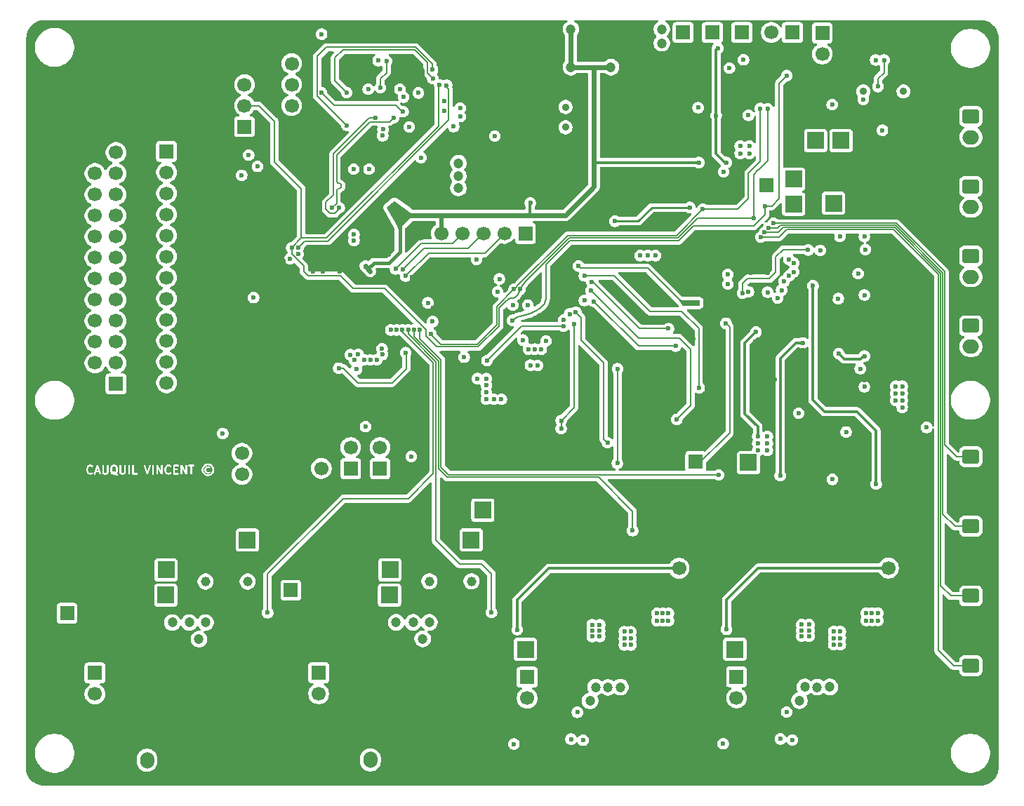
<source format=gbr>
%TF.GenerationSoftware,KiCad,Pcbnew,9.0.6*%
%TF.CreationDate,2026-02-01T22:29:02+01:00*%
%TF.ProjectId,BMS,424d532e-6b69-4636-9164-5f7063625858,rev?*%
%TF.SameCoordinates,Original*%
%TF.FileFunction,Copper,L3,Inr*%
%TF.FilePolarity,Positive*%
%FSLAX46Y46*%
G04 Gerber Fmt 4.6, Leading zero omitted, Abs format (unit mm)*
G04 Created by KiCad (PCBNEW 9.0.6) date 2026-02-01 22:29:02*
%MOMM*%
%LPD*%
G01*
G04 APERTURE LIST*
G04 Aperture macros list*
%AMRoundRect*
0 Rectangle with rounded corners*
0 $1 Rounding radius*
0 $2 $3 $4 $5 $6 $7 $8 $9 X,Y pos of 4 corners*
0 Add a 4 corners polygon primitive as box body*
4,1,4,$2,$3,$4,$5,$6,$7,$8,$9,$2,$3,0*
0 Add four circle primitives for the rounded corners*
1,1,$1+$1,$2,$3*
1,1,$1+$1,$4,$5*
1,1,$1+$1,$6,$7*
1,1,$1+$1,$8,$9*
0 Add four rect primitives between the rounded corners*
20,1,$1+$1,$2,$3,$4,$5,0*
20,1,$1+$1,$4,$5,$6,$7,0*
20,1,$1+$1,$6,$7,$8,$9,0*
20,1,$1+$1,$8,$9,$2,$3,0*%
G04 Aperture macros list end*
%ADD10C,0.200000*%
%TA.AperFunction,Conductor*%
%ADD11C,0.600000*%
%TD*%
%TA.AperFunction,Conductor*%
%ADD12C,0.200000*%
%TD*%
%TA.AperFunction,ComponentPad*%
%ADD13RoundRect,0.250000X-0.750000X0.600000X-0.750000X-0.600000X0.750000X-0.600000X0.750000X0.600000X0*%
%TD*%
%TA.AperFunction,ComponentPad*%
%ADD14O,2.000000X1.700000*%
%TD*%
%TA.AperFunction,ComponentPad*%
%ADD15O,1.036000X2.100000*%
%TD*%
%TA.AperFunction,ComponentPad*%
%ADD16O,1.100000X2.600000*%
%TD*%
%TA.AperFunction,ComponentPad*%
%ADD17C,1.150000*%
%TD*%
%TA.AperFunction,ComponentPad*%
%ADD18R,2.000000X2.000000*%
%TD*%
%TA.AperFunction,ComponentPad*%
%ADD19R,1.700000X1.700000*%
%TD*%
%TA.AperFunction,ComponentPad*%
%ADD20C,1.700000*%
%TD*%
%TA.AperFunction,ComponentPad*%
%ADD21RoundRect,0.250000X0.600000X0.750000X-0.600000X0.750000X-0.600000X-0.750000X0.600000X-0.750000X0*%
%TD*%
%TA.AperFunction,ComponentPad*%
%ADD22O,1.700000X2.000000*%
%TD*%
%TA.AperFunction,ViaPad*%
%ADD23C,0.600000*%
%TD*%
%TA.AperFunction,ViaPad*%
%ADD24C,1.200000*%
%TD*%
%TA.AperFunction,ViaPad*%
%ADD25C,0.900000*%
%TD*%
%TA.AperFunction,Conductor*%
%ADD26C,0.300000*%
%TD*%
%TA.AperFunction,Conductor*%
%ADD27C,0.250000*%
%TD*%
%TA.AperFunction,Conductor*%
%ADD28C,0.150000*%
%TD*%
%TA.AperFunction,Conductor*%
%ADD29C,0.500000*%
%TD*%
%TA.AperFunction,Conductor*%
%ADD30C,0.400000*%
%TD*%
G04 APERTURE END LIST*
D10*
G36*
X40294981Y-117666641D02*
G01*
X40496786Y-117787724D01*
X40617868Y-117989528D01*
X40658168Y-118191028D01*
X40617868Y-118392528D01*
X40496786Y-118594331D01*
X40294981Y-118715414D01*
X40093481Y-118755714D01*
X39891982Y-118715414D01*
X39690178Y-118594331D01*
X39569096Y-118392528D01*
X39528796Y-118191028D01*
X39547844Y-118095790D01*
X39660149Y-118095790D01*
X39660149Y-118286266D01*
X39662070Y-118305775D01*
X39663445Y-118309095D01*
X39663700Y-118312679D01*
X39670706Y-118330987D01*
X39718325Y-118426225D01*
X39723610Y-118434621D01*
X39724621Y-118437061D01*
X39726874Y-118439807D01*
X39728768Y-118442815D01*
X39730762Y-118444544D01*
X39737057Y-118452215D01*
X39832295Y-118547453D01*
X39839961Y-118553744D01*
X39841694Y-118555742D01*
X39844705Y-118557637D01*
X39847449Y-118559889D01*
X39849886Y-118560898D01*
X39858285Y-118566185D01*
X39953522Y-118613804D01*
X39971831Y-118620810D01*
X39975414Y-118621064D01*
X39978735Y-118622440D01*
X39998244Y-118624361D01*
X40188720Y-118624361D01*
X40208229Y-118622440D01*
X40211549Y-118621064D01*
X40215132Y-118620810D01*
X40233441Y-118613804D01*
X40328680Y-118566185D01*
X40345270Y-118555742D01*
X40370835Y-118526266D01*
X40383174Y-118489250D01*
X40380408Y-118450330D01*
X40362959Y-118415431D01*
X40333482Y-118389866D01*
X40296466Y-118377527D01*
X40257546Y-118380293D01*
X40239238Y-118387299D01*
X40165113Y-118424361D01*
X40021851Y-118424361D01*
X39962243Y-118394557D01*
X39889953Y-118322267D01*
X39860149Y-118262658D01*
X39860149Y-118119397D01*
X39889953Y-118059788D01*
X39962243Y-117987499D01*
X40021851Y-117957695D01*
X40165113Y-117957695D01*
X40239238Y-117994757D01*
X40257546Y-118001763D01*
X40296466Y-118004529D01*
X40333482Y-117992190D01*
X40362959Y-117966625D01*
X40380408Y-117931726D01*
X40383174Y-117892806D01*
X40370835Y-117855790D01*
X40345270Y-117826314D01*
X40328680Y-117815871D01*
X40233441Y-117768252D01*
X40215132Y-117761246D01*
X40211549Y-117760991D01*
X40208229Y-117759616D01*
X40188720Y-117757695D01*
X39998244Y-117757695D01*
X39978735Y-117759616D01*
X39975414Y-117760991D01*
X39971831Y-117761246D01*
X39953522Y-117768252D01*
X39858285Y-117815871D01*
X39849886Y-117821157D01*
X39847449Y-117822167D01*
X39844705Y-117824418D01*
X39841694Y-117826314D01*
X39839961Y-117828311D01*
X39832295Y-117834603D01*
X39737057Y-117929841D01*
X39730762Y-117937511D01*
X39728768Y-117939241D01*
X39726874Y-117942248D01*
X39724621Y-117944995D01*
X39723610Y-117947434D01*
X39718325Y-117955831D01*
X39670706Y-118051069D01*
X39663700Y-118069377D01*
X39663445Y-118072960D01*
X39662070Y-118076281D01*
X39660149Y-118095790D01*
X39547844Y-118095790D01*
X39569096Y-117989529D01*
X39690178Y-117787724D01*
X39891983Y-117666641D01*
X40093481Y-117626341D01*
X40294981Y-117666641D01*
G37*
G36*
X28748533Y-118558928D02*
G01*
X28756824Y-118567219D01*
X28688518Y-118567219D01*
X28628908Y-118537414D01*
X28620617Y-118529123D01*
X28688923Y-118529123D01*
X28748533Y-118558928D01*
G37*
G36*
X28891388Y-117797023D02*
G01*
X28955567Y-117861202D01*
X28993482Y-118012861D01*
X28993482Y-118321575D01*
X28955566Y-118473235D01*
X28950624Y-118478178D01*
X28878479Y-118406032D01*
X28870809Y-118399736D01*
X28869079Y-118397742D01*
X28866073Y-118395850D01*
X28863326Y-118393595D01*
X28860884Y-118392583D01*
X28852489Y-118387299D01*
X28757251Y-118339680D01*
X28738943Y-118332674D01*
X28735359Y-118332419D01*
X28732039Y-118331044D01*
X28712530Y-118329123D01*
X28617292Y-118329123D01*
X28597783Y-118331044D01*
X28561735Y-118345976D01*
X28538680Y-118369031D01*
X28526816Y-118321575D01*
X28526816Y-118012862D01*
X28564731Y-117861202D01*
X28628910Y-117797023D01*
X28688518Y-117767219D01*
X28831780Y-117767219D01*
X28891388Y-117797023D01*
G37*
G36*
X26859502Y-118281504D02*
G01*
X26660797Y-118281504D01*
X26760149Y-117983446D01*
X26859502Y-118281504D01*
G37*
G36*
X40971260Y-119068806D02*
G01*
X25310943Y-119068806D01*
X25310943Y-118095790D01*
X25422054Y-118095790D01*
X25422054Y-118238647D01*
X25422389Y-118242049D01*
X25422172Y-118243508D01*
X25423251Y-118250805D01*
X25423975Y-118258156D01*
X25424539Y-118259519D01*
X25425040Y-118262901D01*
X25472659Y-118453376D01*
X25473172Y-118454813D01*
X25473224Y-118455536D01*
X25476332Y-118463660D01*
X25479254Y-118471837D01*
X25479684Y-118472417D01*
X25480230Y-118473844D01*
X25527849Y-118569082D01*
X25533131Y-118577474D01*
X25534144Y-118579918D01*
X25536400Y-118582667D01*
X25538292Y-118585672D01*
X25540286Y-118587401D01*
X25546581Y-118595071D01*
X25641819Y-118690311D01*
X25656972Y-118702747D01*
X25660291Y-118704122D01*
X25663007Y-118706477D01*
X25680907Y-118714468D01*
X25823764Y-118762087D01*
X25833436Y-118764286D01*
X25835878Y-118765298D01*
X25839415Y-118765646D01*
X25842879Y-118766434D01*
X25845513Y-118766246D01*
X25855387Y-118767219D01*
X25950625Y-118767219D01*
X25960498Y-118766246D01*
X25963132Y-118766434D01*
X25966595Y-118765646D01*
X25970134Y-118765298D01*
X25972576Y-118764286D01*
X25982248Y-118762087D01*
X26125104Y-118714468D01*
X26143005Y-118706477D01*
X26145720Y-118704122D01*
X26149040Y-118702747D01*
X26164193Y-118690310D01*
X26199790Y-118654712D01*
X26327601Y-118654712D01*
X26330367Y-118693632D01*
X26347817Y-118728531D01*
X26377293Y-118754096D01*
X26414309Y-118766434D01*
X26453229Y-118763668D01*
X26488128Y-118746218D01*
X26513693Y-118716742D01*
X26521684Y-118698842D01*
X26594130Y-118481504D01*
X26926168Y-118481504D01*
X26998614Y-118698841D01*
X27006605Y-118716742D01*
X27032170Y-118746218D01*
X27067069Y-118763667D01*
X27105989Y-118766434D01*
X27143005Y-118754095D01*
X27172481Y-118728530D01*
X27189931Y-118693631D01*
X27192697Y-118654711D01*
X27188350Y-118635596D01*
X26865558Y-117667219D01*
X27326816Y-117667219D01*
X27326816Y-118476742D01*
X27328737Y-118496251D01*
X27330112Y-118499571D01*
X27330367Y-118503155D01*
X27337373Y-118521463D01*
X27384992Y-118616701D01*
X27390275Y-118625093D01*
X27391287Y-118627537D01*
X27393543Y-118630286D01*
X27395435Y-118633291D01*
X27397429Y-118635020D01*
X27403724Y-118642690D01*
X27451342Y-118690310D01*
X27459010Y-118696603D01*
X27460742Y-118698600D01*
X27463750Y-118700493D01*
X27466496Y-118702747D01*
X27468936Y-118703757D01*
X27477333Y-118709043D01*
X27572570Y-118756662D01*
X27590879Y-118763668D01*
X27594462Y-118763922D01*
X27597783Y-118765298D01*
X27617292Y-118767219D01*
X27807768Y-118767219D01*
X27827277Y-118765298D01*
X27830597Y-118763922D01*
X27834181Y-118763668D01*
X27852489Y-118756662D01*
X27947727Y-118709043D01*
X27956122Y-118703758D01*
X27958564Y-118702747D01*
X27961311Y-118700491D01*
X27964317Y-118698600D01*
X27966047Y-118696605D01*
X27973717Y-118690310D01*
X28021336Y-118642690D01*
X28027628Y-118635023D01*
X28029625Y-118633292D01*
X28031518Y-118630284D01*
X28033773Y-118627537D01*
X28034784Y-118625095D01*
X28040068Y-118616701D01*
X28087687Y-118521464D01*
X28094693Y-118503155D01*
X28094947Y-118499571D01*
X28096323Y-118496251D01*
X28098244Y-118476742D01*
X28098244Y-118000552D01*
X28326816Y-118000552D01*
X28326816Y-118333885D01*
X28327151Y-118337287D01*
X28326934Y-118338746D01*
X28328013Y-118346043D01*
X28328737Y-118353394D01*
X28329301Y-118354757D01*
X28329802Y-118358139D01*
X28377421Y-118548614D01*
X28384016Y-118567075D01*
X28388441Y-118573047D01*
X28391287Y-118579918D01*
X28403724Y-118595071D01*
X28498962Y-118690311D01*
X28506630Y-118696604D01*
X28508361Y-118698600D01*
X28511368Y-118700493D01*
X28514115Y-118702747D01*
X28516555Y-118703757D01*
X28524952Y-118709043D01*
X28620189Y-118756662D01*
X28638498Y-118763668D01*
X28642081Y-118763922D01*
X28645402Y-118765298D01*
X28664911Y-118767219D01*
X28855387Y-118767219D01*
X28874896Y-118765298D01*
X28878216Y-118763922D01*
X28881800Y-118763668D01*
X28900108Y-118756662D01*
X28930879Y-118741276D01*
X28975152Y-118785549D01*
X28982818Y-118791840D01*
X28984551Y-118793838D01*
X28987562Y-118795733D01*
X28990306Y-118797985D01*
X28992743Y-118798994D01*
X29001142Y-118804281D01*
X29096379Y-118851900D01*
X29114688Y-118858906D01*
X29153608Y-118861672D01*
X29190624Y-118849333D01*
X29220101Y-118823768D01*
X29237550Y-118788870D01*
X29240315Y-118749950D01*
X29227977Y-118712934D01*
X29202412Y-118683457D01*
X29185822Y-118673014D01*
X29105100Y-118632653D01*
X29092046Y-118619599D01*
X29116574Y-118595071D01*
X29129011Y-118579918D01*
X29131856Y-118573047D01*
X29136282Y-118567075D01*
X29142877Y-118548615D01*
X29190496Y-118358139D01*
X29190996Y-118354757D01*
X29191561Y-118353394D01*
X29192284Y-118346043D01*
X29193364Y-118338746D01*
X29193146Y-118337287D01*
X29193482Y-118333885D01*
X29193482Y-118000552D01*
X29193146Y-117997149D01*
X29193364Y-117995691D01*
X29192284Y-117988393D01*
X29191561Y-117981043D01*
X29190996Y-117979679D01*
X29190496Y-117976298D01*
X29142877Y-117785822D01*
X29136282Y-117767362D01*
X29131855Y-117761387D01*
X29129010Y-117754519D01*
X29116574Y-117739365D01*
X29044428Y-117667219D01*
X29422054Y-117667219D01*
X29422054Y-118476742D01*
X29423975Y-118496251D01*
X29425350Y-118499571D01*
X29425605Y-118503155D01*
X29432611Y-118521463D01*
X29480230Y-118616701D01*
X29485513Y-118625093D01*
X29486525Y-118627537D01*
X29488781Y-118630286D01*
X29490673Y-118633291D01*
X29492667Y-118635020D01*
X29498962Y-118642690D01*
X29546580Y-118690310D01*
X29554248Y-118696603D01*
X29555980Y-118698600D01*
X29558988Y-118700493D01*
X29561734Y-118702747D01*
X29564174Y-118703757D01*
X29572571Y-118709043D01*
X29667808Y-118756662D01*
X29686117Y-118763668D01*
X29689700Y-118763922D01*
X29693021Y-118765298D01*
X29712530Y-118767219D01*
X29903006Y-118767219D01*
X29922515Y-118765298D01*
X29925835Y-118763922D01*
X29929419Y-118763668D01*
X29947727Y-118756662D01*
X30042965Y-118709043D01*
X30051360Y-118703758D01*
X30053802Y-118702747D01*
X30056549Y-118700491D01*
X30059555Y-118698600D01*
X30061285Y-118696605D01*
X30068955Y-118690310D01*
X30116574Y-118642690D01*
X30122866Y-118635023D01*
X30124863Y-118633292D01*
X30126756Y-118630284D01*
X30129011Y-118627537D01*
X30130022Y-118625095D01*
X30135306Y-118616701D01*
X30182925Y-118521464D01*
X30189931Y-118503155D01*
X30190185Y-118499571D01*
X30191561Y-118496251D01*
X30193482Y-118476742D01*
X30193482Y-117667219D01*
X30469673Y-117667219D01*
X30469673Y-118667219D01*
X30471594Y-118686728D01*
X30486526Y-118722776D01*
X30514116Y-118750366D01*
X30550164Y-118765298D01*
X30589182Y-118765298D01*
X30625230Y-118750366D01*
X30652820Y-118722776D01*
X30667752Y-118686728D01*
X30669673Y-118667219D01*
X30669673Y-117667219D01*
X30945863Y-117667219D01*
X30945863Y-118667219D01*
X30947784Y-118686728D01*
X30962716Y-118722776D01*
X30990306Y-118750366D01*
X31026354Y-118765298D01*
X31045863Y-118767219D01*
X31522053Y-118767219D01*
X31541562Y-118765298D01*
X31577610Y-118750366D01*
X31605200Y-118722776D01*
X31620132Y-118686728D01*
X31620132Y-118647710D01*
X31605200Y-118611662D01*
X31577610Y-118584072D01*
X31541562Y-118569140D01*
X31522053Y-118567219D01*
X31145863Y-118567219D01*
X31145863Y-117679726D01*
X32375220Y-117679726D01*
X32379567Y-117698842D01*
X32712900Y-118698841D01*
X32720891Y-118716742D01*
X32725574Y-118722141D01*
X32728769Y-118728531D01*
X32738240Y-118736746D01*
X32746456Y-118746218D01*
X32752844Y-118749412D01*
X32758245Y-118754096D01*
X32770146Y-118758063D01*
X32781355Y-118763667D01*
X32788479Y-118764173D01*
X32795261Y-118766434D01*
X32807770Y-118765544D01*
X32820275Y-118766434D01*
X32827053Y-118764174D01*
X32834181Y-118763668D01*
X32845397Y-118758059D01*
X32857291Y-118754095D01*
X32862688Y-118749414D01*
X32869080Y-118746218D01*
X32877298Y-118736742D01*
X32886767Y-118728530D01*
X32889960Y-118722143D01*
X32894645Y-118716742D01*
X32902636Y-118698842D01*
X33235969Y-117698842D01*
X33240316Y-117679727D01*
X33239427Y-117667219D01*
X33374435Y-117667219D01*
X33374435Y-118667219D01*
X33376356Y-118686728D01*
X33391288Y-118722776D01*
X33418878Y-118750366D01*
X33454926Y-118765298D01*
X33493944Y-118765298D01*
X33529992Y-118750366D01*
X33557582Y-118722776D01*
X33572514Y-118686728D01*
X33574435Y-118667219D01*
X33574435Y-117667219D01*
X33850625Y-117667219D01*
X33850625Y-118667219D01*
X33852546Y-118686728D01*
X33867478Y-118722776D01*
X33895068Y-118750366D01*
X33931116Y-118765298D01*
X33970134Y-118765298D01*
X34006182Y-118750366D01*
X34033772Y-118722776D01*
X34048704Y-118686728D01*
X34050625Y-118667219D01*
X34050625Y-118043775D01*
X34435229Y-118716833D01*
X34438147Y-118720943D01*
X34438906Y-118722776D01*
X34440772Y-118724642D01*
X34446576Y-118732818D01*
X34457092Y-118740962D01*
X34466496Y-118750366D01*
X34472383Y-118752804D01*
X34477425Y-118756709D01*
X34490257Y-118760208D01*
X34502544Y-118765298D01*
X34508920Y-118765298D01*
X34515069Y-118766975D01*
X34528262Y-118765298D01*
X34541562Y-118765298D01*
X34547450Y-118762858D01*
X34553775Y-118762055D01*
X34565324Y-118755454D01*
X34577610Y-118750366D01*
X34582117Y-118745858D01*
X34587652Y-118742696D01*
X34595796Y-118732179D01*
X34605200Y-118722776D01*
X34607638Y-118716888D01*
X34611543Y-118711847D01*
X34615042Y-118699014D01*
X34620132Y-118686728D01*
X34621114Y-118676750D01*
X34621809Y-118674204D01*
X34621558Y-118672236D01*
X34622053Y-118667219D01*
X34622053Y-118095790D01*
X34850625Y-118095790D01*
X34850625Y-118238647D01*
X34850960Y-118242049D01*
X34850743Y-118243508D01*
X34851822Y-118250805D01*
X34852546Y-118258156D01*
X34853110Y-118259519D01*
X34853611Y-118262901D01*
X34901230Y-118453376D01*
X34901743Y-118454813D01*
X34901795Y-118455536D01*
X34904903Y-118463660D01*
X34907825Y-118471837D01*
X34908255Y-118472417D01*
X34908801Y-118473844D01*
X34956420Y-118569082D01*
X34961702Y-118577474D01*
X34962715Y-118579918D01*
X34964971Y-118582667D01*
X34966863Y-118585672D01*
X34968857Y-118587401D01*
X34975152Y-118595071D01*
X35070390Y-118690311D01*
X35085543Y-118702747D01*
X35088862Y-118704122D01*
X35091578Y-118706477D01*
X35109478Y-118714468D01*
X35252335Y-118762087D01*
X35262007Y-118764286D01*
X35264449Y-118765298D01*
X35267986Y-118765646D01*
X35271450Y-118766434D01*
X35274084Y-118766246D01*
X35283958Y-118767219D01*
X35379196Y-118767219D01*
X35389069Y-118766246D01*
X35391703Y-118766434D01*
X35395166Y-118765646D01*
X35398705Y-118765298D01*
X35401147Y-118764286D01*
X35410819Y-118762087D01*
X35553675Y-118714468D01*
X35571576Y-118706477D01*
X35574291Y-118704122D01*
X35577611Y-118702747D01*
X35592764Y-118690310D01*
X35640383Y-118642690D01*
X35652820Y-118627537D01*
X35667751Y-118591488D01*
X35667750Y-118552470D01*
X35652819Y-118516422D01*
X35625228Y-118488832D01*
X35589180Y-118473901D01*
X35550162Y-118473902D01*
X35514114Y-118488833D01*
X35498960Y-118501270D01*
X35468033Y-118532197D01*
X35362969Y-118567219D01*
X35300184Y-118567219D01*
X35195119Y-118532197D01*
X35128049Y-118465127D01*
X35092595Y-118394218D01*
X35050625Y-118226337D01*
X35050625Y-118108100D01*
X35092595Y-117940218D01*
X35128048Y-117869312D01*
X35195120Y-117802240D01*
X35300184Y-117767219D01*
X35362969Y-117767219D01*
X35468034Y-117802240D01*
X35498961Y-117833167D01*
X35514114Y-117845604D01*
X35550163Y-117860535D01*
X35589181Y-117860535D01*
X35625229Y-117845604D01*
X35652819Y-117818014D01*
X35667750Y-117781966D01*
X35667750Y-117742948D01*
X35652819Y-117706899D01*
X35640382Y-117691746D01*
X35615856Y-117667219D01*
X35898244Y-117667219D01*
X35898244Y-118667219D01*
X35900165Y-118686728D01*
X35915097Y-118722776D01*
X35942687Y-118750366D01*
X35978735Y-118765298D01*
X35998244Y-118767219D01*
X36474434Y-118767219D01*
X36493943Y-118765298D01*
X36529991Y-118750366D01*
X36557581Y-118722776D01*
X36572513Y-118686728D01*
X36572513Y-118647710D01*
X36557581Y-118611662D01*
X36529991Y-118584072D01*
X36493943Y-118569140D01*
X36474434Y-118567219D01*
X36098244Y-118567219D01*
X36098244Y-118243409D01*
X36331577Y-118243409D01*
X36351086Y-118241488D01*
X36387134Y-118226556D01*
X36414724Y-118198966D01*
X36429656Y-118162918D01*
X36429656Y-118123900D01*
X36414724Y-118087852D01*
X36387134Y-118060262D01*
X36351086Y-118045330D01*
X36331577Y-118043409D01*
X36098244Y-118043409D01*
X36098244Y-117767219D01*
X36474434Y-117767219D01*
X36493943Y-117765298D01*
X36529991Y-117750366D01*
X36557581Y-117722776D01*
X36572513Y-117686728D01*
X36572513Y-117667219D01*
X36803006Y-117667219D01*
X36803006Y-118667219D01*
X36804927Y-118686728D01*
X36819859Y-118722776D01*
X36847449Y-118750366D01*
X36883497Y-118765298D01*
X36922515Y-118765298D01*
X36958563Y-118750366D01*
X36986153Y-118722776D01*
X37001085Y-118686728D01*
X37003006Y-118667219D01*
X37003006Y-118043775D01*
X37387610Y-118716833D01*
X37390528Y-118720943D01*
X37391287Y-118722776D01*
X37393153Y-118724642D01*
X37398957Y-118732818D01*
X37409473Y-118740962D01*
X37418877Y-118750366D01*
X37424764Y-118752804D01*
X37429806Y-118756709D01*
X37442638Y-118760208D01*
X37454925Y-118765298D01*
X37461301Y-118765298D01*
X37467450Y-118766975D01*
X37480643Y-118765298D01*
X37493943Y-118765298D01*
X37499831Y-118762858D01*
X37506156Y-118762055D01*
X37517705Y-118755454D01*
X37529991Y-118750366D01*
X37534498Y-118745858D01*
X37540033Y-118742696D01*
X37548177Y-118732179D01*
X37557581Y-118722776D01*
X37560019Y-118716888D01*
X37563924Y-118711847D01*
X37567423Y-118699014D01*
X37572513Y-118686728D01*
X37573495Y-118676750D01*
X37574190Y-118674204D01*
X37573939Y-118672236D01*
X37574434Y-118667219D01*
X37574434Y-117667219D01*
X37572513Y-117647710D01*
X37709689Y-117647710D01*
X37709689Y-117686728D01*
X37724621Y-117722776D01*
X37752211Y-117750366D01*
X37788259Y-117765298D01*
X37807768Y-117767219D01*
X37993482Y-117767219D01*
X37993482Y-118667219D01*
X37995403Y-118686728D01*
X38010335Y-118722776D01*
X38037925Y-118750366D01*
X38073973Y-118765298D01*
X38112991Y-118765298D01*
X38149039Y-118750366D01*
X38176629Y-118722776D01*
X38191561Y-118686728D01*
X38193482Y-118667219D01*
X38193482Y-118190923D01*
X39326816Y-118190923D01*
X39326836Y-118191028D01*
X39326816Y-118191133D01*
X39328758Y-118210640D01*
X39376377Y-118448734D01*
X39379932Y-118460411D01*
X39380296Y-118462855D01*
X39381361Y-118465104D01*
X39382087Y-118467488D01*
X39383462Y-118469542D01*
X39388686Y-118480572D01*
X39531543Y-118718668D01*
X39543227Y-118734409D01*
X39547175Y-118737334D01*
X39550102Y-118741284D01*
X39565842Y-118752968D01*
X39803937Y-118895825D01*
X39814968Y-118901048D01*
X39817022Y-118902424D01*
X39819405Y-118903149D01*
X39821655Y-118904215D01*
X39824098Y-118904578D01*
X39835775Y-118908134D01*
X40073870Y-118955753D01*
X40093377Y-118957695D01*
X40093481Y-118957674D01*
X40093587Y-118957695D01*
X40113094Y-118955753D01*
X40351189Y-118908134D01*
X40362866Y-118904578D01*
X40365310Y-118904215D01*
X40367560Y-118903149D01*
X40369943Y-118902424D01*
X40371996Y-118901048D01*
X40383028Y-118895825D01*
X40621122Y-118752968D01*
X40636863Y-118741284D01*
X40639788Y-118737334D01*
X40643738Y-118734409D01*
X40655422Y-118718668D01*
X40798279Y-118480572D01*
X40803501Y-118469542D01*
X40804878Y-118467488D01*
X40805603Y-118465104D01*
X40806669Y-118462855D01*
X40807032Y-118460411D01*
X40810588Y-118448735D01*
X40858207Y-118210640D01*
X40860149Y-118191133D01*
X40860128Y-118191028D01*
X40860149Y-118190923D01*
X40858207Y-118171416D01*
X40810588Y-117933321D01*
X40807032Y-117921644D01*
X40806669Y-117919201D01*
X40805603Y-117916951D01*
X40804878Y-117914568D01*
X40803502Y-117912514D01*
X40798279Y-117901483D01*
X40655422Y-117663388D01*
X40643738Y-117647648D01*
X40639789Y-117644722D01*
X40636864Y-117640774D01*
X40621123Y-117629089D01*
X40383028Y-117486231D01*
X40371995Y-117481006D01*
X40369943Y-117479632D01*
X40367562Y-117478907D01*
X40365311Y-117477841D01*
X40362865Y-117477477D01*
X40351189Y-117473922D01*
X40113094Y-117426303D01*
X40093587Y-117424361D01*
X40093481Y-117424381D01*
X40093377Y-117424361D01*
X40073870Y-117426303D01*
X39835775Y-117473922D01*
X39824098Y-117477477D01*
X39821655Y-117477841D01*
X39819405Y-117478906D01*
X39817022Y-117479632D01*
X39814968Y-117481007D01*
X39803937Y-117486231D01*
X39565842Y-117629089D01*
X39550102Y-117640773D01*
X39547175Y-117644722D01*
X39543227Y-117647648D01*
X39531543Y-117663389D01*
X39388686Y-117901483D01*
X39383462Y-117912514D01*
X39382087Y-117914568D01*
X39381361Y-117916950D01*
X39380296Y-117919201D01*
X39379932Y-117921644D01*
X39376377Y-117933322D01*
X39328758Y-118171416D01*
X39326816Y-118190923D01*
X38193482Y-118190923D01*
X38193482Y-117767219D01*
X38379196Y-117767219D01*
X38398705Y-117765298D01*
X38434753Y-117750366D01*
X38462343Y-117722776D01*
X38477275Y-117686728D01*
X38477275Y-117647710D01*
X38462343Y-117611662D01*
X38434753Y-117584072D01*
X38398705Y-117569140D01*
X38379196Y-117567219D01*
X37807768Y-117567219D01*
X37788259Y-117569140D01*
X37752211Y-117584072D01*
X37724621Y-117611662D01*
X37709689Y-117647710D01*
X37572513Y-117647710D01*
X37557581Y-117611662D01*
X37529991Y-117584072D01*
X37493943Y-117569140D01*
X37454925Y-117569140D01*
X37418877Y-117584072D01*
X37391287Y-117611662D01*
X37376355Y-117647710D01*
X37374434Y-117667219D01*
X37374434Y-118290662D01*
X36989830Y-117617605D01*
X36986911Y-117613494D01*
X36986153Y-117611662D01*
X36984286Y-117609795D01*
X36978483Y-117601620D01*
X36967968Y-117593477D01*
X36958563Y-117584072D01*
X36952672Y-117581632D01*
X36947634Y-117577730D01*
X36934805Y-117574231D01*
X36922515Y-117569140D01*
X36916140Y-117569140D01*
X36909991Y-117567463D01*
X36896798Y-117569140D01*
X36883497Y-117569140D01*
X36877608Y-117571579D01*
X36871284Y-117572383D01*
X36859734Y-117578983D01*
X36847449Y-117584072D01*
X36842941Y-117588579D01*
X36837407Y-117591742D01*
X36829264Y-117602256D01*
X36819859Y-117611662D01*
X36817419Y-117617552D01*
X36813517Y-117622591D01*
X36810018Y-117635419D01*
X36804927Y-117647710D01*
X36803944Y-117657687D01*
X36803250Y-117660234D01*
X36803500Y-117662201D01*
X36803006Y-117667219D01*
X36572513Y-117667219D01*
X36572513Y-117647710D01*
X36557581Y-117611662D01*
X36529991Y-117584072D01*
X36493943Y-117569140D01*
X36474434Y-117567219D01*
X35998244Y-117567219D01*
X35978735Y-117569140D01*
X35942687Y-117584072D01*
X35915097Y-117611662D01*
X35900165Y-117647710D01*
X35898244Y-117667219D01*
X35615856Y-117667219D01*
X35592764Y-117644127D01*
X35577610Y-117631691D01*
X35574291Y-117630316D01*
X35571576Y-117627961D01*
X35553675Y-117619970D01*
X35410819Y-117572351D01*
X35401147Y-117570151D01*
X35398705Y-117569140D01*
X35395166Y-117568791D01*
X35391703Y-117568004D01*
X35389069Y-117568191D01*
X35379196Y-117567219D01*
X35283958Y-117567219D01*
X35274084Y-117568191D01*
X35271450Y-117568004D01*
X35267986Y-117568791D01*
X35264449Y-117569140D01*
X35262007Y-117570151D01*
X35252335Y-117572351D01*
X35109478Y-117619970D01*
X35091578Y-117627961D01*
X35088862Y-117630316D01*
X35085544Y-117631691D01*
X35070390Y-117644127D01*
X34975152Y-117739365D01*
X34968857Y-117747035D01*
X34966863Y-117748765D01*
X34964969Y-117751772D01*
X34962716Y-117754519D01*
X34961705Y-117756958D01*
X34956420Y-117765355D01*
X34908801Y-117860593D01*
X34908255Y-117862019D01*
X34907825Y-117862600D01*
X34904903Y-117870776D01*
X34901795Y-117878901D01*
X34901743Y-117879623D01*
X34901230Y-117881061D01*
X34853611Y-118071536D01*
X34853110Y-118074917D01*
X34852546Y-118076281D01*
X34851822Y-118083631D01*
X34850743Y-118090929D01*
X34850960Y-118092387D01*
X34850625Y-118095790D01*
X34622053Y-118095790D01*
X34622053Y-117667219D01*
X34620132Y-117647710D01*
X34605200Y-117611662D01*
X34577610Y-117584072D01*
X34541562Y-117569140D01*
X34502544Y-117569140D01*
X34466496Y-117584072D01*
X34438906Y-117611662D01*
X34423974Y-117647710D01*
X34422053Y-117667219D01*
X34422053Y-118290662D01*
X34037449Y-117617605D01*
X34034530Y-117613494D01*
X34033772Y-117611662D01*
X34031905Y-117609795D01*
X34026102Y-117601620D01*
X34015587Y-117593477D01*
X34006182Y-117584072D01*
X34000291Y-117581632D01*
X33995253Y-117577730D01*
X33982424Y-117574231D01*
X33970134Y-117569140D01*
X33963759Y-117569140D01*
X33957610Y-117567463D01*
X33944417Y-117569140D01*
X33931116Y-117569140D01*
X33925227Y-117571579D01*
X33918903Y-117572383D01*
X33907353Y-117578983D01*
X33895068Y-117584072D01*
X33890560Y-117588579D01*
X33885026Y-117591742D01*
X33876883Y-117602256D01*
X33867478Y-117611662D01*
X33865038Y-117617552D01*
X33861136Y-117622591D01*
X33857637Y-117635419D01*
X33852546Y-117647710D01*
X33851563Y-117657687D01*
X33850869Y-117660234D01*
X33851119Y-117662201D01*
X33850625Y-117667219D01*
X33574435Y-117667219D01*
X33572514Y-117647710D01*
X33557582Y-117611662D01*
X33529992Y-117584072D01*
X33493944Y-117569140D01*
X33454926Y-117569140D01*
X33418878Y-117584072D01*
X33391288Y-117611662D01*
X33376356Y-117647710D01*
X33374435Y-117667219D01*
X33239427Y-117667219D01*
X33237550Y-117640807D01*
X33220100Y-117605908D01*
X33190624Y-117580343D01*
X33153608Y-117568004D01*
X33114688Y-117570771D01*
X33079789Y-117588220D01*
X33054224Y-117617696D01*
X33046233Y-117635597D01*
X32807768Y-118350991D01*
X32569303Y-117635596D01*
X32561312Y-117617696D01*
X32535747Y-117588220D01*
X32500848Y-117570770D01*
X32461928Y-117568004D01*
X32424912Y-117580342D01*
X32395436Y-117605907D01*
X32377986Y-117640806D01*
X32375220Y-117679726D01*
X31145863Y-117679726D01*
X31145863Y-117667219D01*
X31143942Y-117647710D01*
X31129010Y-117611662D01*
X31101420Y-117584072D01*
X31065372Y-117569140D01*
X31026354Y-117569140D01*
X30990306Y-117584072D01*
X30962716Y-117611662D01*
X30947784Y-117647710D01*
X30945863Y-117667219D01*
X30669673Y-117667219D01*
X30667752Y-117647710D01*
X30652820Y-117611662D01*
X30625230Y-117584072D01*
X30589182Y-117569140D01*
X30550164Y-117569140D01*
X30514116Y-117584072D01*
X30486526Y-117611662D01*
X30471594Y-117647710D01*
X30469673Y-117667219D01*
X30193482Y-117667219D01*
X30191561Y-117647710D01*
X30176629Y-117611662D01*
X30149039Y-117584072D01*
X30112991Y-117569140D01*
X30073973Y-117569140D01*
X30037925Y-117584072D01*
X30010335Y-117611662D01*
X29995403Y-117647710D01*
X29993482Y-117667219D01*
X29993482Y-118453135D01*
X29963677Y-118512743D01*
X29939008Y-118537413D01*
X29879399Y-118567219D01*
X29736137Y-118567219D01*
X29676527Y-118537414D01*
X29651860Y-118512746D01*
X29622054Y-118453134D01*
X29622054Y-117667219D01*
X29620133Y-117647710D01*
X29605201Y-117611662D01*
X29577611Y-117584072D01*
X29541563Y-117569140D01*
X29502545Y-117569140D01*
X29466497Y-117584072D01*
X29438907Y-117611662D01*
X29423975Y-117647710D01*
X29422054Y-117667219D01*
X29044428Y-117667219D01*
X29021336Y-117644127D01*
X29013665Y-117637832D01*
X29011936Y-117635838D01*
X29008928Y-117633944D01*
X29006182Y-117631691D01*
X29003742Y-117630680D01*
X28995346Y-117625395D01*
X28900108Y-117577776D01*
X28881800Y-117570770D01*
X28878216Y-117570515D01*
X28874896Y-117569140D01*
X28855387Y-117567219D01*
X28664911Y-117567219D01*
X28645402Y-117569140D01*
X28642081Y-117570515D01*
X28638498Y-117570770D01*
X28620189Y-117577776D01*
X28524952Y-117625395D01*
X28516553Y-117630681D01*
X28514116Y-117631691D01*
X28511372Y-117633942D01*
X28508361Y-117635838D01*
X28506628Y-117637835D01*
X28498962Y-117644127D01*
X28403724Y-117739365D01*
X28391288Y-117754519D01*
X28388442Y-117761387D01*
X28384016Y-117767362D01*
X28377421Y-117785823D01*
X28329802Y-117976298D01*
X28329301Y-117979679D01*
X28328737Y-117981043D01*
X28328013Y-117988393D01*
X28326934Y-117995691D01*
X28327151Y-117997149D01*
X28326816Y-118000552D01*
X28098244Y-118000552D01*
X28098244Y-117667219D01*
X28096323Y-117647710D01*
X28081391Y-117611662D01*
X28053801Y-117584072D01*
X28017753Y-117569140D01*
X27978735Y-117569140D01*
X27942687Y-117584072D01*
X27915097Y-117611662D01*
X27900165Y-117647710D01*
X27898244Y-117667219D01*
X27898244Y-118453135D01*
X27868439Y-118512743D01*
X27843770Y-118537413D01*
X27784161Y-118567219D01*
X27640899Y-118567219D01*
X27581289Y-118537414D01*
X27556622Y-118512746D01*
X27526816Y-118453134D01*
X27526816Y-117667219D01*
X27524895Y-117647710D01*
X27509963Y-117611662D01*
X27482373Y-117584072D01*
X27446325Y-117569140D01*
X27407307Y-117569140D01*
X27371259Y-117584072D01*
X27343669Y-117611662D01*
X27328737Y-117647710D01*
X27326816Y-117667219D01*
X26865558Y-117667219D01*
X26855017Y-117635596D01*
X26847026Y-117617696D01*
X26842341Y-117612294D01*
X26839148Y-117605908D01*
X26829679Y-117597695D01*
X26821461Y-117588220D01*
X26815069Y-117585023D01*
X26809672Y-117580343D01*
X26797778Y-117576378D01*
X26786562Y-117570770D01*
X26779434Y-117570263D01*
X26772656Y-117568004D01*
X26760151Y-117568893D01*
X26747642Y-117568004D01*
X26740860Y-117570264D01*
X26733736Y-117570771D01*
X26722527Y-117576374D01*
X26710626Y-117580342D01*
X26705225Y-117585025D01*
X26698837Y-117588220D01*
X26690621Y-117597691D01*
X26681150Y-117605907D01*
X26677955Y-117612296D01*
X26673272Y-117617696D01*
X26665281Y-117635597D01*
X26331948Y-118635596D01*
X26327601Y-118654712D01*
X26199790Y-118654712D01*
X26211812Y-118642690D01*
X26224249Y-118627537D01*
X26239180Y-118591488D01*
X26239179Y-118552470D01*
X26224248Y-118516422D01*
X26196657Y-118488832D01*
X26160609Y-118473901D01*
X26121591Y-118473902D01*
X26085543Y-118488833D01*
X26070389Y-118501270D01*
X26039462Y-118532197D01*
X25934398Y-118567219D01*
X25871613Y-118567219D01*
X25766548Y-118532197D01*
X25699478Y-118465127D01*
X25664024Y-118394218D01*
X25622054Y-118226337D01*
X25622054Y-118108100D01*
X25664024Y-117940218D01*
X25699477Y-117869312D01*
X25766549Y-117802240D01*
X25871613Y-117767219D01*
X25934398Y-117767219D01*
X26039463Y-117802240D01*
X26070390Y-117833167D01*
X26085543Y-117845604D01*
X26121592Y-117860535D01*
X26160610Y-117860535D01*
X26196658Y-117845604D01*
X26224248Y-117818014D01*
X26239179Y-117781966D01*
X26239179Y-117742948D01*
X26224248Y-117706899D01*
X26211811Y-117691746D01*
X26164193Y-117644127D01*
X26149039Y-117631691D01*
X26145720Y-117630316D01*
X26143005Y-117627961D01*
X26125104Y-117619970D01*
X25982248Y-117572351D01*
X25972576Y-117570151D01*
X25970134Y-117569140D01*
X25966595Y-117568791D01*
X25963132Y-117568004D01*
X25960498Y-117568191D01*
X25950625Y-117567219D01*
X25855387Y-117567219D01*
X25845513Y-117568191D01*
X25842879Y-117568004D01*
X25839415Y-117568791D01*
X25835878Y-117569140D01*
X25833436Y-117570151D01*
X25823764Y-117572351D01*
X25680907Y-117619970D01*
X25663007Y-117627961D01*
X25660291Y-117630316D01*
X25656973Y-117631691D01*
X25641819Y-117644127D01*
X25546581Y-117739365D01*
X25540286Y-117747035D01*
X25538292Y-117748765D01*
X25536398Y-117751772D01*
X25534145Y-117754519D01*
X25533134Y-117756958D01*
X25527849Y-117765355D01*
X25480230Y-117860593D01*
X25479684Y-117862019D01*
X25479254Y-117862600D01*
X25476332Y-117870776D01*
X25473224Y-117878901D01*
X25473172Y-117879623D01*
X25472659Y-117881061D01*
X25425040Y-118071536D01*
X25424539Y-118074917D01*
X25423975Y-118076281D01*
X25423251Y-118083631D01*
X25422172Y-118090929D01*
X25422389Y-118092387D01*
X25422054Y-118095790D01*
X25310943Y-118095790D01*
X25310943Y-117313250D01*
X40971260Y-117313250D01*
X40971260Y-119068806D01*
G37*
X76850000Y-100125000D02*
X76854473Y-100120701D01*
X76858948Y-100116427D01*
X76863430Y-100112174D01*
X76867915Y-100107947D01*
X76872406Y-100103740D01*
X76876901Y-100099558D01*
X76881402Y-100095396D01*
X76885907Y-100091259D01*
X76890419Y-100087143D01*
X76894934Y-100083050D01*
X76903982Y-100074929D01*
X76913053Y-100066895D01*
X76922148Y-100058946D01*
X76931267Y-100051083D01*
X76940411Y-100043303D01*
X76949581Y-100035605D01*
X76958778Y-100027989D01*
X76968004Y-100020453D01*
X76977258Y-100012996D01*
X76986543Y-100005618D01*
X76995858Y-99998317D01*
X77005206Y-99991092D01*
X77014587Y-99983942D01*
X77024003Y-99976866D01*
X77033454Y-99969863D01*
X77042942Y-99962932D01*
X77052467Y-99956072D01*
X77062032Y-99949282D01*
X77071638Y-99942562D01*
X77081285Y-99935909D01*
X77090976Y-99929323D01*
X77100711Y-99922804D01*
X77110493Y-99916349D01*
X77120322Y-99909959D01*
X77130200Y-99903632D01*
X77140129Y-99897367D01*
X77150111Y-99891163D01*
X77160146Y-99885019D01*
X77170238Y-99878935D01*
X77180387Y-99872909D01*
X77190596Y-99866941D01*
X77200867Y-99861028D01*
X77211201Y-99855171D01*
X77221601Y-99849369D01*
X77232069Y-99843620D01*
X77242607Y-99837923D01*
X77253218Y-99832277D01*
X77263904Y-99826682D01*
X77274668Y-99821136D01*
X77285513Y-99815638D01*
X77296440Y-99810188D01*
X77307454Y-99804784D01*
X77318557Y-99799424D01*
X77329753Y-99794108D01*
X77341045Y-99788835D01*
X77352436Y-99783604D01*
X77363930Y-99778413D01*
X77375532Y-99773260D01*
X77387245Y-99768146D01*
X77399074Y-99763068D01*
X77411024Y-99758024D01*
X77423099Y-99753015D01*
X77435304Y-99748037D01*
X77447646Y-99743090D01*
X77460131Y-99738171D01*
X77472763Y-99733280D01*
X77485552Y-99728413D01*
X77498502Y-99723570D01*
X77511624Y-99718748D01*
X77524924Y-99713946D01*
X77538413Y-99709159D01*
X77552099Y-99704387D01*
X77565995Y-99699627D01*
X77580110Y-99694875D01*
X77594460Y-99690128D01*
X77609056Y-99685383D01*
X77623916Y-99680636D01*
X77639057Y-99675883D01*
X77654497Y-99671118D01*
X77670258Y-99666338D01*
X77686365Y-99661536D01*
X77702846Y-99656705D01*
X77719732Y-99651838D01*
X77737060Y-99646926D01*
X77754872Y-99641959D01*
X77773219Y-99636925D01*
X77792161Y-99631809D01*
X77811770Y-99626595D01*
X77832136Y-99621261D01*
X77853372Y-99615780D01*
X77875623Y-99610119D01*
X77899083Y-99604230D01*
X77924020Y-99598051D01*
X77950829Y-99591488D01*
X77980130Y-99584393D01*
X78013017Y-99576508D01*
X78051820Y-99567280D01*
X78103414Y-99555074D01*
X78141726Y-99546016D01*
X78180336Y-99536855D01*
X78199755Y-99532226D01*
X78219250Y-99527558D01*
X78238822Y-99522849D01*
X78258471Y-99518093D01*
X78278198Y-99513286D01*
X78298004Y-99508425D01*
X78317889Y-99503505D01*
X78337854Y-99498522D01*
X78357900Y-99493472D01*
X78378026Y-99488351D01*
X78398233Y-99483155D01*
X78418523Y-99477879D01*
X78438895Y-99472520D01*
X78459350Y-99467072D01*
X78479889Y-99461533D01*
X78500513Y-99455898D01*
X78521221Y-99450162D01*
X78542015Y-99444323D01*
X78552444Y-99441362D01*
X78562894Y-99438374D01*
X78573367Y-99435358D01*
X78583860Y-99432313D01*
X78594376Y-99429240D01*
X78604914Y-99426136D01*
X78615473Y-99423002D01*
X78626055Y-99419837D01*
X78636658Y-99416641D01*
X78647284Y-99413414D01*
X78657932Y-99410154D01*
X78668602Y-99406861D01*
X78679295Y-99403535D01*
X78690010Y-99400175D01*
X78700747Y-99396781D01*
X78711507Y-99393352D01*
X78722290Y-99389887D01*
X78733095Y-99386387D01*
X78743923Y-99382850D01*
X78754774Y-99379276D01*
X78765648Y-99375664D01*
X78776545Y-99372015D01*
X78787465Y-99368327D01*
X78798408Y-99364600D01*
X78809374Y-99360834D01*
X78820364Y-99357027D01*
X78831377Y-99353180D01*
X78842413Y-99349292D01*
X78853473Y-99345362D01*
X78864556Y-99341391D01*
X78875663Y-99337376D01*
X78886794Y-99333318D01*
X78897948Y-99329217D01*
X78909126Y-99325071D01*
X78920329Y-99320881D01*
X78931555Y-99316646D01*
X78942805Y-99312364D01*
X78954079Y-99308037D01*
X78965378Y-99303662D01*
X78976701Y-99299241D01*
X78988048Y-99294771D01*
X78999419Y-99290254D01*
X79010815Y-99285687D01*
X79022236Y-99281071D01*
X79033681Y-99276405D01*
X79045151Y-99271689D01*
X79056645Y-99266921D01*
X79068165Y-99262103D01*
X79079709Y-99257232D01*
X79091278Y-99252309D01*
X79102873Y-99247333D01*
X79114492Y-99242303D01*
X79126137Y-99237219D01*
X79137807Y-99232081D01*
X79149502Y-99226888D01*
X79161223Y-99221639D01*
X79172969Y-99216334D01*
X79184740Y-99210972D01*
X79196538Y-99205553D01*
X79208361Y-99200077D01*
X79220209Y-99194542D01*
X79232084Y-99188949D01*
X79243984Y-99183297D01*
X79255911Y-99177584D01*
X79267863Y-99171812D01*
X79279841Y-99165979D01*
X79291846Y-99160084D01*
X79303877Y-99154128D01*
X79315934Y-99148109D01*
X79328018Y-99142028D01*
X79340128Y-99135883D01*
X79352265Y-99129674D01*
X79364428Y-99123401D01*
X79376618Y-99117063D01*
X79388835Y-99110660D01*
X79401078Y-99104191D01*
X79413349Y-99097655D01*
X79425646Y-99091052D01*
X79437970Y-99084382D01*
X79450322Y-99077643D01*
X79462700Y-99070837D01*
X79475106Y-99063961D01*
X79487539Y-99057015D01*
X79500000Y-99050000D01*
X76165524Y-97734476D02*
X76169919Y-97730095D01*
X76174292Y-97725765D01*
X76178630Y-97721497D01*
X76182945Y-97717279D01*
X76187227Y-97713121D01*
X76191488Y-97709013D01*
X76195715Y-97704964D01*
X76199921Y-97700963D01*
X76204095Y-97697020D01*
X76208249Y-97693124D01*
X76212371Y-97689285D01*
X76216473Y-97685492D01*
X76220544Y-97681755D01*
X76224596Y-97678062D01*
X76228618Y-97674424D01*
X76232620Y-97670830D01*
X76236594Y-97667289D01*
X76240548Y-97663791D01*
X76244475Y-97660345D01*
X76248383Y-97656942D01*
X76252264Y-97653588D01*
X76256127Y-97650277D01*
X76259964Y-97647015D01*
X76263782Y-97643794D01*
X76267576Y-97640620D01*
X76271351Y-97637487D01*
X76275103Y-97634401D01*
X76278837Y-97631354D01*
X76282547Y-97628353D01*
X76286241Y-97625390D01*
X76289911Y-97622472D01*
X76293566Y-97619592D01*
X76297198Y-97616755D01*
X76300814Y-97613956D01*
X76304409Y-97611198D01*
X76307988Y-97608478D01*
X76311547Y-97605798D01*
X76315090Y-97603155D01*
X76318615Y-97600551D01*
X76322123Y-97597983D01*
X76325614Y-97595453D01*
X76329089Y-97592959D01*
X76332547Y-97590502D01*
X76335990Y-97588079D01*
X76339417Y-97585693D01*
X76342829Y-97583341D01*
X76346225Y-97581024D01*
X76349607Y-97578741D01*
X76352975Y-97576492D01*
X76356328Y-97574277D01*
X76359668Y-97572094D01*
X76362994Y-97569944D01*
X76366308Y-97567826D01*
X76369607Y-97565740D01*
X76372896Y-97563685D01*
X76376170Y-97561662D01*
X76379434Y-97559669D01*
X76382685Y-97557707D01*
X76385927Y-97555775D01*
X76389155Y-97553873D01*
X76392375Y-97551999D01*
X76395582Y-97550156D01*
X76398781Y-97548340D01*
X76401969Y-97546555D01*
X76405149Y-97544795D01*
X76408318Y-97543065D01*
X76411481Y-97541361D01*
X76414632Y-97539686D01*
X76417778Y-97538035D01*
X76420914Y-97536413D01*
X76424045Y-97534816D01*
X76427166Y-97533246D01*
X76433392Y-97530181D01*
X76439594Y-97527216D01*
X76445775Y-97524349D01*
X76451939Y-97521578D01*
X76458088Y-97518900D01*
X76464227Y-97516313D01*
X76470358Y-97513815D01*
X76476486Y-97511405D01*
X76482613Y-97509080D01*
X76488745Y-97506838D01*
X76494886Y-97504677D01*
X76501039Y-97502596D01*
X76507211Y-97500592D01*
X76513406Y-97498664D01*
X76519630Y-97496810D01*
X76525889Y-97495028D01*
X76532189Y-97493317D01*
X76538540Y-97491674D01*
X76544947Y-97490098D01*
X76551421Y-97488587D01*
X76557972Y-97487139D01*
X76564611Y-97485753D01*
X76571352Y-97484426D01*
X76578210Y-97483157D01*
X76585202Y-97481943D01*
X76592351Y-97480781D01*
X76599682Y-97479670D01*
X76607226Y-97478606D01*
X76615024Y-97477585D01*
X76623126Y-97476603D01*
X76631602Y-97475655D01*
X76640548Y-97474732D01*
X76650103Y-97473823D01*
X76660494Y-97472912D01*
X76672125Y-97471968D01*
X76685886Y-97470922D01*
X76701618Y-97469777D01*
X76714345Y-97468854D01*
X76727148Y-97467896D01*
X76740040Y-97466874D01*
X76746524Y-97466330D01*
X76753037Y-97465758D01*
X76759579Y-97465156D01*
X76766153Y-97464518D01*
X76772761Y-97463843D01*
X76779404Y-97463125D01*
X76786085Y-97462361D01*
X76792804Y-97461548D01*
X76799565Y-97460681D01*
X76806369Y-97459757D01*
X76813218Y-97458772D01*
X76820113Y-97457723D01*
X76827057Y-97456605D01*
X76834052Y-97455415D01*
X76841098Y-97454149D01*
X76848199Y-97452804D01*
X76855356Y-97451376D01*
X76862570Y-97449860D01*
X76869845Y-97448254D01*
X76873505Y-97447416D01*
X76877180Y-97446553D01*
X76880872Y-97445666D01*
X76884580Y-97444754D01*
X76888304Y-97443817D01*
X76892044Y-97442854D01*
X76895802Y-97441864D01*
X76899576Y-97440847D01*
X76903368Y-97439803D01*
X76907177Y-97438731D01*
X76911004Y-97437631D01*
X76914849Y-97436502D01*
X76918712Y-97435344D01*
X76922593Y-97434156D01*
X76926493Y-97432938D01*
X76930412Y-97431689D01*
X76934350Y-97430409D01*
X76938308Y-97429098D01*
X76942285Y-97427755D01*
X76946282Y-97426379D01*
X76950299Y-97424970D01*
X76954336Y-97423528D01*
X76958394Y-97422052D01*
X76962472Y-97420541D01*
X76966572Y-97418996D01*
X76970692Y-97417415D01*
X76974834Y-97415799D01*
X76978998Y-97414146D01*
X76983184Y-97412457D01*
X76987392Y-97410730D01*
X76991622Y-97408966D01*
X76995875Y-97407164D01*
X77000151Y-97405323D01*
X77004449Y-97403443D01*
X77008772Y-97401524D01*
X77013117Y-97399565D01*
X77017487Y-97397565D01*
X77021880Y-97395525D01*
X77026298Y-97393443D01*
X77030740Y-97391319D01*
X77035207Y-97389153D01*
X77039699Y-97386944D01*
X77044216Y-97384692D01*
X77048758Y-97382396D01*
X77053326Y-97380056D01*
X77057920Y-97377671D01*
X77062540Y-97375241D01*
X77067186Y-97372766D01*
X77071859Y-97370245D01*
X77076559Y-97367677D01*
X77081286Y-97365062D01*
X77086040Y-97362400D01*
X77090821Y-97359690D01*
X77095631Y-97356931D01*
X77100468Y-97354124D01*
X77105333Y-97351267D01*
X77110227Y-97348361D01*
X77115150Y-97345404D01*
X77120101Y-97342397D01*
X77125082Y-97339338D01*
X77130092Y-97336228D01*
X77135131Y-97333065D01*
X77140201Y-97329850D01*
X77145300Y-97326582D01*
X77150430Y-97323261D01*
X77155590Y-97319886D01*
X77160781Y-97316456D01*
X77166003Y-97312971D01*
X77171257Y-97309431D01*
X77176541Y-97305835D01*
X77181858Y-97302182D01*
X77187206Y-97298473D01*
X77192587Y-97294707D01*
X77198000Y-97290883D01*
X77203445Y-97287001D01*
X77208924Y-97283060D01*
X77214435Y-97279060D01*
X77219980Y-97275000D01*
X79500000Y-99050000D02*
X79518320Y-99039634D01*
X79536487Y-99029330D01*
X79553637Y-99019579D01*
X79570649Y-99009883D01*
X79586811Y-99000648D01*
X79602846Y-98991461D01*
X79618155Y-98982668D01*
X79633348Y-98973916D01*
X79647910Y-98965506D01*
X79662365Y-98957133D01*
X79676264Y-98949059D01*
X79690063Y-98941018D01*
X79703367Y-98933243D01*
X79716579Y-98925499D01*
X79729346Y-98917991D01*
X79742026Y-98910511D01*
X79754303Y-98903245D01*
X79766498Y-98896004D01*
X79778327Y-98888957D01*
X79790077Y-98881933D01*
X79801492Y-98875086D01*
X79812832Y-98868260D01*
X79823864Y-98861596D01*
X79834825Y-98854951D01*
X79845500Y-98848456D01*
X79856108Y-98841978D01*
X79866450Y-98835639D01*
X79876728Y-98829315D01*
X79886759Y-98823120D01*
X79896727Y-98816939D01*
X79906465Y-98810878D01*
X79916143Y-98804829D01*
X79925605Y-98798893D01*
X79935010Y-98792968D01*
X79944211Y-98787148D01*
X79953357Y-98781338D01*
X79962312Y-98775627D01*
X79971213Y-98769925D01*
X79979933Y-98764315D01*
X79988602Y-98758715D01*
X79997100Y-98753201D01*
X80005549Y-98747695D01*
X80013835Y-98742270D01*
X80022073Y-98736854D01*
X80030157Y-98731514D01*
X80038195Y-98726180D01*
X80046087Y-98720920D01*
X80053933Y-98715666D01*
X80061640Y-98710480D01*
X80069303Y-98705300D01*
X80076833Y-98700185D01*
X80084321Y-98695075D01*
X80091682Y-98690027D01*
X80099001Y-98684983D01*
X80106200Y-98679998D01*
X80113358Y-98675017D01*
X80120400Y-98670092D01*
X80127403Y-98665169D01*
X80134295Y-98660300D01*
X80141148Y-98655434D01*
X80147896Y-98650618D01*
X80154605Y-98645804D01*
X80161213Y-98641039D01*
X80167784Y-98636275D01*
X80174258Y-98631558D01*
X80180695Y-98626841D01*
X80187039Y-98622169D01*
X80193348Y-98617497D01*
X80199566Y-98612868D01*
X80205750Y-98608238D01*
X80211847Y-98603649D01*
X80217911Y-98599060D01*
X80223890Y-98594509D01*
X80229837Y-98589958D01*
X80235704Y-98585443D01*
X80241538Y-98580928D01*
X80247294Y-98576447D01*
X80253019Y-98571965D01*
X80258669Y-98567517D01*
X80264288Y-98563067D01*
X80269835Y-98558650D01*
X80275351Y-98554230D01*
X80280797Y-98549841D01*
X80286214Y-98545450D01*
X80291563Y-98541088D01*
X80296883Y-98536724D01*
X80302138Y-98532388D01*
X80307363Y-98528049D01*
X80312526Y-98523736D01*
X80317661Y-98519421D01*
X80322734Y-98515131D01*
X80327780Y-98510838D01*
X80332767Y-98506569D01*
X80337726Y-98502297D01*
X80342629Y-98498048D01*
X80347504Y-98493796D01*
X80352324Y-98489565D01*
X80357118Y-98485330D01*
X80361858Y-98481117D01*
X80366572Y-98476899D01*
X80371234Y-98472701D01*
X80375870Y-98468499D01*
X80380456Y-98464316D01*
X80385017Y-98460129D01*
X80389529Y-98455959D01*
X80394016Y-98451785D01*
X80398456Y-98447628D01*
X80402872Y-98443465D01*
X80407241Y-98439319D01*
X80411586Y-98435168D01*
X80415886Y-98431032D01*
X80420163Y-98426891D01*
X80424397Y-98422764D01*
X80428607Y-98418632D01*
X80432774Y-98414514D01*
X80436919Y-98410389D01*
X80441023Y-98406278D01*
X80445104Y-98402160D01*
X80449145Y-98398055D01*
X80453164Y-98393943D01*
X80457144Y-98389843D01*
X80461103Y-98385736D01*
X80465023Y-98381640D01*
X80468922Y-98377537D01*
X80472783Y-98373444D01*
X80476624Y-98369345D01*
X80480429Y-98365254D01*
X80484212Y-98361157D01*
X80487961Y-98357067D01*
X80491689Y-98352971D01*
X80495383Y-98348883D01*
X80499057Y-98344787D01*
X80502697Y-98340698D01*
X80506318Y-98336601D01*
X80509906Y-98332511D01*
X80513474Y-98328413D01*
X80517010Y-98324321D01*
X80520527Y-98320221D01*
X80524014Y-98316126D01*
X80527480Y-98312023D01*
X80530917Y-98307924D01*
X80534335Y-98303817D01*
X80537724Y-98299714D01*
X80541093Y-98295602D01*
X80544435Y-98291493D01*
X80547757Y-98287376D01*
X80551052Y-98283260D01*
X80554328Y-98279137D01*
X80557577Y-98275015D01*
X80560808Y-98270884D01*
X80564012Y-98266754D01*
X80567198Y-98262615D01*
X80570359Y-98258476D01*
X80573501Y-98254328D01*
X80576619Y-98250180D01*
X80579718Y-98246023D01*
X80582794Y-98241864D01*
X80585851Y-98237696D01*
X80588885Y-98233526D01*
X80591901Y-98229347D01*
X80594894Y-98225166D01*
X80597869Y-98220975D01*
X80600822Y-98216780D01*
X80603757Y-98212576D01*
X80606671Y-98208369D01*
X80609567Y-98204151D01*
X80612442Y-98199929D01*
X80615299Y-98195697D01*
X80618136Y-98191459D01*
X80620955Y-98187212D01*
X80623754Y-98182959D01*
X80626537Y-98178695D01*
X80629299Y-98174425D01*
X80632044Y-98170145D01*
X80634770Y-98165857D01*
X80637480Y-98161559D01*
X80640170Y-98157253D01*
X80642844Y-98152936D01*
X80645499Y-98148611D01*
X80648137Y-98144275D01*
X80650758Y-98139929D01*
X80653362Y-98135573D01*
X80655949Y-98131207D01*
X80658519Y-98126829D01*
X80661071Y-98122441D01*
X80663608Y-98118041D01*
X80666128Y-98113631D01*
X80668631Y-98109208D01*
X80671118Y-98104774D01*
X80673589Y-98100328D01*
X80676044Y-98095870D01*
X80678483Y-98091399D01*
X80683313Y-98082419D01*
X80688080Y-98073387D01*
X80692786Y-98064300D01*
X80697431Y-98055157D01*
X80702015Y-98045957D01*
X80706539Y-98036696D01*
X80711005Y-98027373D01*
X80715413Y-98017987D01*
X80719763Y-98008535D01*
X80724056Y-97999015D01*
X80728292Y-97989426D01*
X80732473Y-97979765D01*
X80736599Y-97970029D01*
X80740670Y-97960218D01*
X80744686Y-97950329D01*
X80748649Y-97940359D01*
X80752559Y-97930306D01*
X80756416Y-97920169D01*
X80760220Y-97909944D01*
X80763972Y-97899630D01*
X80767673Y-97889223D01*
X80771322Y-97878721D01*
X80774920Y-97868123D01*
X80778468Y-97857425D01*
X80781965Y-97846624D01*
X80785412Y-97835718D01*
X80788809Y-97824705D01*
X80792157Y-97813580D01*
X80795455Y-97802342D01*
X80798704Y-97790987D01*
X80801904Y-97779513D01*
X80805055Y-97767916D01*
X80808157Y-97756192D01*
X80811211Y-97744340D01*
X80814216Y-97732355D01*
X80817173Y-97720233D01*
X80820081Y-97707972D01*
X80822941Y-97695568D01*
X80825753Y-97683017D01*
X80828517Y-97670314D01*
X80831232Y-97657457D01*
X80833899Y-97644440D01*
X80836518Y-97631261D01*
X80839088Y-97617913D01*
X80841611Y-97604394D01*
X80844084Y-97590697D01*
X80846509Y-97576820D01*
X80848886Y-97562755D01*
X80851213Y-97548499D01*
X80853492Y-97534047D01*
X80855721Y-97519392D01*
X80857901Y-97504529D01*
X80860032Y-97489452D01*
X80862112Y-97474156D01*
X80864143Y-97458633D01*
X80866123Y-97442878D01*
X80868053Y-97426883D01*
X80869932Y-97410642D01*
X80871760Y-97394147D01*
X80873536Y-97377391D01*
X80875260Y-97360365D01*
X80876931Y-97343062D01*
X80878550Y-97325473D01*
X80880116Y-97307589D01*
X80881628Y-97289400D01*
X80883086Y-97270897D01*
X80884489Y-97252070D01*
X80885837Y-97232907D01*
X80887129Y-97213398D01*
X80888365Y-97193530D01*
X80889543Y-97173291D01*
X80890664Y-97152668D01*
X80891726Y-97131648D01*
X80892729Y-97110215D01*
X80893672Y-97088355D01*
X80894553Y-97066051D01*
X80895373Y-97043286D01*
X80896131Y-97020041D01*
X80896824Y-96996299D01*
X80897453Y-96972037D01*
X80898016Y-96947233D01*
X80898511Y-96921866D01*
X80898939Y-96895908D01*
X80899296Y-96869334D01*
X80899582Y-96842115D01*
X80899795Y-96814219D01*
X80899934Y-96785613D01*
X80899997Y-96756261D01*
X80900000Y-96750000D01*
D11*
%TO.N,+3.3V*%
X59087500Y-93587500D02*
X59662500Y-94212500D01*
D10*
X77725000Y-96397255D02*
X77734768Y-96380225D01*
X77744416Y-96363446D01*
X77753681Y-96347372D01*
X77762837Y-96331529D01*
X77771653Y-96316316D01*
X77780368Y-96301316D01*
X77788778Y-96286882D01*
X77797097Y-96272644D01*
X77805140Y-96258918D01*
X77813100Y-96245374D01*
X77820810Y-96232294D01*
X77828445Y-96219384D01*
X77835853Y-96206895D01*
X77843190Y-96194566D01*
X77850322Y-96182621D01*
X77857389Y-96170824D01*
X77864268Y-96159380D01*
X77871087Y-96148075D01*
X77877734Y-96137093D01*
X77884327Y-96126242D01*
X77890762Y-96115688D01*
X77897146Y-96105256D01*
X77903386Y-96095098D01*
X77909579Y-96085056D01*
X77915639Y-96075266D01*
X77921656Y-96065585D01*
X77927552Y-96056137D01*
X77933408Y-96046791D01*
X77939152Y-96037661D01*
X77944859Y-96028628D01*
X77950464Y-96019794D01*
X77956034Y-96011051D01*
X77961511Y-96002494D01*
X77966957Y-95994022D01*
X77972316Y-95985721D01*
X77977647Y-95977502D01*
X77982898Y-95969441D01*
X77988124Y-95961457D01*
X77993278Y-95953620D01*
X77998408Y-95945856D01*
X78003472Y-95938227D01*
X78008514Y-95930667D01*
X78013498Y-95923232D01*
X78018461Y-95915862D01*
X78023371Y-95908608D01*
X78028264Y-95901416D01*
X78033108Y-95894329D01*
X78037937Y-95887302D01*
X78042723Y-95880371D01*
X78047495Y-95873497D01*
X78052229Y-95866711D01*
X78056952Y-95859977D01*
X78061642Y-95853325D01*
X78066321Y-95846723D01*
X78070973Y-95840193D01*
X78075616Y-95833711D01*
X78080236Y-95827295D01*
X78084849Y-95820923D01*
X78089444Y-95814611D01*
X78094033Y-95808340D01*
X78098609Y-95802121D01*
X78103180Y-95795941D01*
X78107743Y-95789807D01*
X78112304Y-95783710D01*
X78116860Y-95777651D01*
X78121415Y-95771627D01*
X78125971Y-95765636D01*
X78130528Y-95759676D01*
X78135090Y-95753743D01*
X78139653Y-95747839D01*
X78148806Y-95736098D01*
X78157997Y-95724436D01*
X78167242Y-95712836D01*
X78176555Y-95701278D01*
X78185949Y-95689746D01*
X78195441Y-95678220D01*
X78205048Y-95666680D01*
X78214786Y-95655107D01*
X78224675Y-95643479D01*
X78234734Y-95631773D01*
X78244986Y-95619965D01*
X78255456Y-95608028D01*
X78266169Y-95595934D01*
X78277156Y-95583651D01*
X78288450Y-95571144D01*
X78300088Y-95558374D01*
X78312114Y-95545297D01*
X78324578Y-95531861D01*
X78337539Y-95518007D01*
X78351065Y-95503664D01*
X78365240Y-95488749D01*
X78380166Y-95473159D01*
X78395972Y-95456764D01*
X78412822Y-95439399D01*
X78430935Y-95420847D01*
X78450612Y-95400804D01*
X78472295Y-95378830D01*
X78496680Y-95354227D01*
X78524997Y-95325766D01*
X78559894Y-95290796D01*
X78604244Y-95246431D01*
D12*
X64575000Y-87275000D02*
X64800000Y-87375000D01*
X64800000Y-87575000D01*
X64575000Y-87650000D01*
X63425000Y-88725000D01*
X63325000Y-89125000D01*
X63125000Y-89125000D01*
X63000000Y-88725000D01*
X61750000Y-86550000D01*
X62600000Y-85850000D01*
X64575000Y-87275000D01*
%TA.AperFunction,Conductor*%
G36*
X64575000Y-87275000D02*
G01*
X64800000Y-87375000D01*
X64800000Y-87575000D01*
X64575000Y-87650000D01*
X63425000Y-88725000D01*
X63325000Y-89125000D01*
X63125000Y-89125000D01*
X63000000Y-88725000D01*
X61750000Y-86550000D01*
X62600000Y-85850000D01*
X64575000Y-87275000D01*
G37*
%TD.AperFunction*%
D10*
X77219980Y-97275000D02*
X77225445Y-97270072D01*
X77230858Y-97265164D01*
X77236178Y-97260313D01*
X77241447Y-97255481D01*
X77246628Y-97250703D01*
X77251759Y-97245944D01*
X77256806Y-97241235D01*
X77261805Y-97236544D01*
X77266723Y-97231902D01*
X77271594Y-97227276D01*
X77276388Y-97222696D01*
X77281136Y-97218131D01*
X77285811Y-97213610D01*
X77290441Y-97209104D01*
X77295000Y-97204639D01*
X77299516Y-97200188D01*
X77303964Y-97195776D01*
X77308371Y-97191377D01*
X77312712Y-97187015D01*
X77317013Y-97182665D01*
X77321252Y-97178350D01*
X77325451Y-97174046D01*
X77329590Y-97169775D01*
X77333691Y-97165515D01*
X77337735Y-97161285D01*
X77341741Y-97157066D01*
X77345693Y-97152875D01*
X77349608Y-97148694D01*
X77353470Y-97144539D01*
X77357297Y-97140393D01*
X77361075Y-97136272D01*
X77364817Y-97132159D01*
X77368512Y-97128069D01*
X77372172Y-97123987D01*
X77375788Y-97119925D01*
X77379369Y-97115871D01*
X77382908Y-97111836D01*
X77386414Y-97107807D01*
X77389879Y-97103796D01*
X77393311Y-97099791D01*
X77396705Y-97095801D01*
X77400067Y-97091816D01*
X77403392Y-97087846D01*
X77406686Y-97083880D01*
X77409945Y-97079926D01*
X77413174Y-97075977D01*
X77416369Y-97072038D01*
X77419535Y-97068102D01*
X77422669Y-97064175D01*
X77425775Y-97060252D01*
X77428849Y-97056335D01*
X77431897Y-97052421D01*
X77434915Y-97048511D01*
X77437906Y-97044604D01*
X77440869Y-97040701D01*
X77443806Y-97036798D01*
X77446717Y-97032898D01*
X77449603Y-97028998D01*
X77452464Y-97025098D01*
X77455299Y-97021199D01*
X77458112Y-97017297D01*
X77460900Y-97013396D01*
X77463666Y-97009490D01*
X77466408Y-97005584D01*
X77471828Y-96997759D01*
X77477165Y-96989915D01*
X77482420Y-96982048D01*
X77487599Y-96974152D01*
X77492705Y-96966222D01*
X77497742Y-96958252D01*
X77502714Y-96950237D01*
X77507623Y-96942171D01*
X77512474Y-96934046D01*
X77517271Y-96925858D01*
X77522016Y-96917598D01*
X77526715Y-96909261D01*
X77531371Y-96900838D01*
X77535987Y-96892321D01*
X77540567Y-96883703D01*
X77545117Y-96874973D01*
X77549639Y-96866123D01*
X77554139Y-96857142D01*
X77558621Y-96848019D01*
X77563090Y-96838741D01*
X77567551Y-96829297D01*
X77572009Y-96819671D01*
X77576471Y-96809849D01*
X77580943Y-96799812D01*
X77585432Y-96789542D01*
X77589945Y-96779018D01*
X77594490Y-96768215D01*
X77599078Y-96757107D01*
X77603719Y-96745664D01*
X77608424Y-96733850D01*
X77613208Y-96721624D01*
X77618086Y-96708939D01*
X77623078Y-96695738D01*
X77628206Y-96681952D01*
X77633499Y-96667497D01*
X77638990Y-96652269D01*
X77644726Y-96636133D01*
X77650765Y-96618910D01*
X77657187Y-96600355D01*
X77664112Y-96580110D01*
X77671724Y-96557620D01*
X77680345Y-96531910D01*
X77690650Y-96500948D01*
X77705275Y-96456786D01*
X77714990Y-96427429D01*
X77725000Y-96397255D01*
%TD*%
D13*
%TO.N,/BAT1+*%
%TO.C,J7*%
X132125000Y-84000000D03*
D14*
%TO.N,/BAT2+*%
X132125000Y-86500000D03*
%TD*%
D15*
%TO.N,PGND*%
%TO.C,USBC-J3*%
X105080000Y-148935000D03*
X113720000Y-148935000D03*
D16*
X105080000Y-154295000D03*
X113720000Y-154295000D03*
%TD*%
D13*
%TO.N,/BAT2+*%
%TO.C,J6*%
X132125000Y-92400000D03*
D14*
%TO.N,/BAT3+*%
X132125000Y-94900000D03*
%TD*%
D17*
%TO.N,Net-(R112-CCW)*%
%TO.C,R112*%
X39810001Y-131675000D03*
%TO.N,PGND*%
X42350001Y-131675000D03*
%TO.N,/Out-Ajst1/CW*%
X44890001Y-131675000D03*
%TD*%
D18*
%TO.N,/Manager 4S/SRN*%
%TO.C,TP5*%
X115575000Y-86025000D03*
%TD*%
D19*
%TO.N,Net-(IC2-GPIO40_ADC0)*%
%TO.C,J13*%
X78397000Y-89662000D03*
D20*
%TO.N,Net-(IC2-GPIO45_ADC5)*%
X75857000Y-89662000D03*
%TO.N,Net-(IC2-GPIO46_ADC6)*%
X73317000Y-89662000D03*
%TO.N,Net-(IC2-GPIO47_ADC7)*%
X70777000Y-89662000D03*
%TO.N,+3.3V*%
X68237000Y-89662000D03*
%TO.N,PGND*%
X65697000Y-89662000D03*
%TD*%
D19*
%TO.N,Net-(JP13-A)*%
%TO.C,JP13*%
X26450000Y-142700000D03*
D20*
%TO.N,/Out-Ajst1/VREG*%
X26450000Y-145240000D03*
%TD*%
D19*
%TO.N,Net-(JP7-A)*%
%TO.C,JP7*%
X103850000Y-143175000D03*
D20*
%TO.N,/USB-C-5V@3A/VBUS3*%
X103850000Y-145715000D03*
%TD*%
D18*
%TO.N,/VBAT*%
%TO.C,TP3*%
X105300000Y-117300000D03*
%TD*%
D19*
%TO.N,+3.3V*%
%TO.C,J4*%
X44500000Y-76780000D03*
D20*
%TO.N,/SDA-POWER*%
X44500000Y-74240000D03*
%TO.N,/SCL-POWER*%
X44500000Y-71700000D03*
%TO.N,PGND*%
X44500000Y-69160000D03*
%TD*%
D18*
%TO.N,/Out-Ajst1/CW*%
%TO.C,TP15*%
X44850000Y-126675000D03*
%TD*%
D19*
%TO.N,Net-(BQ25713_1-CELL_BATPRESZ)*%
%TO.C,JP4*%
X60850000Y-118040000D03*
D20*
%TO.N,Net-(JP4-B)*%
X60850000Y-115500000D03*
%TD*%
D18*
%TO.N,Net-(R112-CCW)*%
%TO.C,TP16*%
X35050001Y-130275000D03*
%TD*%
D19*
%TO.N,/USB-C SINK/ADDR1*%
%TO.C,JP2*%
X110600000Y-65400000D03*
D20*
%TO.N,Net-(JP2-B)*%
X108060000Y-65400000D03*
%TD*%
D19*
%TO.N,Net-(JP11-A)*%
%TO.C,JP11*%
X53450000Y-142675000D03*
D20*
%TO.N,/Out-Ajst/VREG*%
X53450000Y-145215000D03*
%TD*%
D18*
%TO.N,/Manager 4S/SRP*%
%TO.C,TP6*%
X116450000Y-78450000D03*
%TD*%
%TO.N,PGND*%
%TO.C,GND2*%
X22650000Y-124130000D03*
%TD*%
D19*
%TO.N,Net-(JP9-A)*%
%TO.C,JP9*%
X78600000Y-143200000D03*
D20*
%TO.N,/USB-C-5V@3A1/VBUS3*%
X78600000Y-145740000D03*
%TD*%
D19*
%TO.N,PGND*%
%TO.C,JP8*%
X99475000Y-130075000D03*
D20*
%TO.N,/USB-C-5V@3A1/DMP3035-Q6/G-4-*%
X96935000Y-130075000D03*
%TD*%
D18*
%TO.N,PGND*%
%TO.C,GND1*%
X110810000Y-122630000D03*
%TD*%
D19*
%TO.N,Net-(IC7-~{PRES_OR_}SHUTDN)*%
%TO.C,J14*%
X107450000Y-83850000D03*
%TD*%
D18*
%TO.N,/Chargeur/VIN*%
%TO.C,TP1*%
X113400000Y-78450000D03*
%TD*%
%TO.N,/USB-C-5V@3A/DMP3035-Q6/S-1\u002C2\u002C3-*%
%TO.C,TP9*%
X103650000Y-139850000D03*
%TD*%
D19*
%TO.N,/GPIO27*%
%TO.C,J9*%
X29000000Y-107820000D03*
D20*
%TO.N,PGND*%
X26460000Y-107820000D03*
%TO.N,/GPIO26*%
X29000000Y-105280000D03*
%TO.N,/GPIO28*%
X26460000Y-105280000D03*
%TO.N,/GPIO25*%
X29000000Y-102740000D03*
%TO.N,/GPIO29*%
X26460000Y-102740000D03*
%TO.N,/GPIO24*%
X29000000Y-100200000D03*
%TO.N,/GPIO30*%
X26460000Y-100200000D03*
%TO.N,/GPIO23*%
X29000000Y-97660000D03*
%TO.N,/GPIO31*%
X26460000Y-97660000D03*
%TO.N,/GPIO22*%
X29000000Y-95120000D03*
%TO.N,/GPIO32*%
X26460000Y-95120000D03*
%TO.N,/GPIO21*%
X29000000Y-92580000D03*
%TO.N,/GPIO33*%
X26460000Y-92580000D03*
%TO.N,/GPIO20*%
X29000000Y-90040000D03*
%TO.N,/GPIO34*%
X26460000Y-90040000D03*
%TO.N,/GPIO19*%
X29000000Y-87500000D03*
%TO.N,+1V1*%
X26460000Y-87500000D03*
%TO.N,/GPIO18*%
X29000000Y-84960000D03*
%TO.N,+3.3V*%
X26460000Y-84960000D03*
%TO.N,/GPIO17*%
X29000000Y-82420000D03*
%TO.N,+3.3V*%
X26460000Y-82420000D03*
%TO.N,/GPIO16*%
X29000000Y-79880000D03*
%TO.N,PGND*%
X26460000Y-79880000D03*
%TD*%
D18*
%TO.N,PGND*%
%TO.C,TP7*%
X126400000Y-74000000D03*
%TD*%
D21*
%TO.N,PGND*%
%TO.C,J2*%
X62200000Y-153200000D03*
D22*
%TO.N,/Out-Ajst/VREG*%
X59700000Y-153200000D03*
%TD*%
D18*
%TO.N,Net-(R106-CCW)*%
%TO.C,TP13*%
X62050001Y-130250000D03*
%TD*%
D17*
%TO.N,Net-(R106-CCW)*%
%TO.C,R106*%
X66810001Y-131650000D03*
%TO.N,PGND*%
X69350001Y-131650000D03*
%TO.N,/Out-Ajst/CW*%
X71890001Y-131650000D03*
%TD*%
D18*
%TO.N,/USB-C-5V@3A1/DMP3035-Q6/S-1\u002C2\u002C3-*%
%TO.C,TP10*%
X78400000Y-139875000D03*
%TD*%
D19*
%TO.N,Net-(BQ25713_1-CELL_BATPRESZ)*%
%TO.C,JP3*%
X57312500Y-118040000D03*
D20*
%TO.N,Net-(JP3-B)*%
X57312500Y-115500000D03*
%TD*%
D19*
%TO.N,Net-(J15-Pin_1)*%
%TO.C,J15*%
X104500000Y-65400000D03*
%TD*%
D15*
%TO.N,PGND*%
%TO.C,USBC-J2*%
X125725000Y-70581400D03*
X117085000Y-70581400D03*
D16*
X125725000Y-65221400D03*
X117085000Y-65221400D03*
%TD*%
D19*
%TO.N,/Out-Ajst1/DMP3035-Q6/G-4-*%
%TO.C,JP12*%
X23100000Y-135500000D03*
D20*
%TO.N,PGND*%
X23100000Y-132960000D03*
%TD*%
D13*
%TO.N,/BAT3+*%
%TO.C,J3*%
X132125000Y-100800000D03*
D14*
%TO.N,/BAT4+*%
X132125000Y-103300000D03*
%TD*%
D19*
%TO.N,/USB-C SINK/Alert*%
%TO.C,J16*%
X100950000Y-65400000D03*
%TD*%
D18*
%TO.N,/VDD*%
%TO.C,TP2*%
X73250000Y-123050000D03*
%TD*%
%TO.N,PGND*%
%TO.C,GND3*%
X53220000Y-109000000D03*
%TD*%
D19*
%TO.N,PGND*%
%TO.C,JP6*%
X124725000Y-130050000D03*
D20*
%TO.N,/USB-C-5V@3A/DMP3035-Q6/G-4-*%
X122185000Y-130050000D03*
%TD*%
D15*
%TO.N,PGND*%
%TO.C,USBC-J4*%
X79830000Y-148960000D03*
X88470000Y-148960000D03*
D16*
X79830000Y-154320000D03*
X88470000Y-154320000D03*
%TD*%
D13*
%TO.N,Net-(IC7-TS4)*%
%TO.C,NTC4*%
X132125000Y-141850000D03*
D14*
%TO.N,PGND*%
X132125000Y-144350000D03*
%TD*%
D13*
%TO.N,Net-(IC7-TS3)*%
%TO.C,NTC3*%
X132125000Y-133400000D03*
D14*
%TO.N,PGND*%
X132125000Y-135900000D03*
%TD*%
D21*
%TO.N,PGND*%
%TO.C,J1*%
X35250000Y-153250000D03*
D22*
%TO.N,/Out-Ajst1/VREG*%
X32750000Y-153250000D03*
%TD*%
D19*
%TO.N,PGND*%
%TO.C,JP5*%
X53775000Y-115485000D03*
D20*
%TO.N,Net-(BQ25713_1-CELL_BATPRESZ)*%
X53775000Y-118025000D03*
%TD*%
D19*
%TO.N,Net-(JP1-A)*%
%TO.C,JP1*%
X114200000Y-65460000D03*
D20*
%TO.N,/USB-C SINK/ADDR0*%
X114200000Y-68000000D03*
%TD*%
D19*
%TO.N,PGND*%
%TO.C,J11*%
X50200000Y-76780000D03*
D20*
%TO.N,+3.3V*%
X50200000Y-74240000D03*
%TO.N,/SCL-SCREEN*%
X50200000Y-71700000D03*
%TO.N,/SDA-SCREEN*%
X50200000Y-69160000D03*
%TD*%
D19*
%TO.N,Net-(IC2-GPIO4)*%
%TO.C,J10*%
X35096000Y-79753000D03*
D20*
%TO.N,Net-(IC2-GPIO5)*%
X35096000Y-82293000D03*
%TO.N,Net-(IC2-GPIO6)*%
X35096000Y-84833000D03*
%TO.N,Net-(IC2-GPIO7)*%
X35096000Y-87373000D03*
%TO.N,Net-(IC2-GPIO8)*%
X35096000Y-89913000D03*
%TO.N,Net-(IC2-GPIO9)*%
X35096000Y-92453000D03*
%TO.N,Net-(IC2-GPIO10)*%
X35096000Y-94993000D03*
%TO.N,Net-(IC2-GPIO11)*%
X35096000Y-97533000D03*
%TO.N,Net-(IC2-GPIO12)*%
X35096000Y-100073000D03*
%TO.N,Net-(IC2-GPIO13)*%
X35096000Y-102613000D03*
%TO.N,Net-(IC2-GPIO14)*%
X35096000Y-105153000D03*
%TO.N,Net-(IC2-GPIO15)*%
X35096000Y-107693000D03*
%TD*%
D19*
%TO.N,PGND*%
%TO.C,J12*%
X44200000Y-121280000D03*
D20*
%TO.N,Net-(IC2-SWCLK)*%
X44200000Y-118740000D03*
%TO.N,Net-(IC2-SWDIO)*%
X44200000Y-116200000D03*
%TD*%
D19*
%TO.N,/Manager 4S/FusePin*%
%TO.C,J17*%
X98925000Y-117200000D03*
%TD*%
D13*
%TO.N,Net-(IC7-TS2)*%
%TO.C,NTC2*%
X132125000Y-125000000D03*
D14*
%TO.N,PGND*%
X132125000Y-127500000D03*
%TD*%
D13*
%TO.N,/BAT1-*%
%TO.C,J8*%
X132125000Y-75550000D03*
D14*
%TO.N,/BAT1+*%
X132125000Y-78050000D03*
%TD*%
D19*
%TO.N,/Out-Ajst/DMP3035-Q6/G-4-*%
%TO.C,JP10*%
X50100000Y-132725000D03*
D20*
%TO.N,PGND*%
X50100000Y-130185000D03*
%TD*%
D15*
%TO.N,PGND*%
%TO.C,USBC-J1*%
X65697000Y-70581400D03*
X57057000Y-70581400D03*
D16*
X65697000Y-65221400D03*
X57057000Y-65221400D03*
%TD*%
D18*
%TO.N,/Out-Ajst/DMP3035-Q6/S-1\u002C2\u002C3-*%
%TO.C,TP11*%
X62000001Y-133300000D03*
%TD*%
%TO.N,Net-(C82-Pad1)*%
%TO.C,TP4*%
X110750000Y-86125000D03*
%TD*%
%TO.N,Net-(IC7-BTP_INT)*%
%TO.C,TP8*%
X110750000Y-83100000D03*
%TD*%
D13*
%TO.N,Net-(IC7-TS1)*%
%TO.C,NTC1*%
X132125000Y-116600000D03*
D14*
%TO.N,PGND*%
X132125000Y-119100000D03*
%TD*%
D19*
%TO.N,Net-(J5-Pin_1)*%
%TO.C,J5*%
X97400000Y-65400000D03*
%TD*%
D18*
%TO.N,/Out-Ajst/CW*%
%TO.C,TP12*%
X71850000Y-126650000D03*
%TD*%
%TO.N,/Out-Ajst1/DMP3035-Q6/S-1\u002C2\u002C3-*%
%TO.C,TP14*%
X35000001Y-133325000D03*
%TD*%
D23*
%TO.N,/Control-3*%
X91325000Y-125525000D03*
%TO.N,/GPIO32*%
X61098666Y-103564574D03*
%TO.N,/GPIO31*%
X61125000Y-104264081D03*
%TO.N,/GPIO28*%
X58925000Y-104925000D03*
%TO.N,/GPIO34*%
X62852000Y-101300000D03*
%TO.N,/GPIO29*%
X59675000Y-104925000D03*
%TO.N,/GPIO33*%
X62152000Y-101300000D03*
%TO.N,/GPIO30*%
X60475000Y-104900000D03*
D24*
%TO.N,/Out-Ajst1/DMP3035-Q6/S-1\u002C2\u002C3-*%
X39000000Y-138625000D03*
X39800000Y-136625000D03*
X35800000Y-136625000D03*
X37850000Y-136625000D03*
%TO.N,/Out-Ajst/DMP3035-Q6/S-1\u002C2\u002C3-*%
X66000000Y-138600000D03*
X66800000Y-136600000D03*
X64850000Y-136600000D03*
X62800000Y-136600000D03*
D23*
%TO.N,/USB-C-5V@3A/DMP3035-Q6/G-4-*%
X102650000Y-137450000D03*
%TO.N,/USB-C-5V@3A/DMP3035-Q6/S-1\u002C2\u002C3-*%
X115575000Y-138500000D03*
X115575000Y-137700000D03*
X116375000Y-138500000D03*
X115575000Y-139300000D03*
X116375000Y-139300000D03*
X116375000Y-137700000D03*
%TO.N,/Control-3*%
X64952000Y-101300000D03*
%TO.N,/Control-2*%
X64252000Y-101300000D03*
X74300000Y-135400000D03*
%TO.N,/VBAT*%
X107575000Y-114150000D03*
X80300000Y-103625000D03*
X79525000Y-103625000D03*
X106425000Y-115000000D03*
X107575000Y-115850000D03*
X106425000Y-115850000D03*
X106425000Y-114150000D03*
X106200000Y-101550000D03*
X107575000Y-115000000D03*
X78075000Y-102525000D03*
X78750000Y-103625000D03*
X80875000Y-102625000D03*
%TO.N,/USB-C-5V@3A/TC-DM*%
X109900000Y-147425000D03*
X109150000Y-150675000D03*
%TO.N,/USB-C SINK/CC2*%
X105300000Y-75400000D03*
X120650000Y-68725000D03*
%TO.N,/USB-C SINK/TC-DM*%
X121651400Y-68725000D03*
X120913900Y-71925000D03*
%TO.N,Net-(U5-VBUS_VS_DISCH)*%
X103000000Y-69700000D03*
%TO.N,Net-(Q13-G)*%
X101400000Y-75430000D03*
X102600000Y-81100000D03*
X101600000Y-67300000D03*
%TO.N,Net-(Q10-D_1)*%
X111350000Y-111350000D03*
%TO.N,Net-(Q10-G)*%
X117075000Y-113625000D03*
%TO.N,/Chargeur/Q16A_C*%
X98225000Y-86525000D03*
X89175000Y-88175000D03*
%TO.N,/Control-4*%
X65652000Y-101300000D03*
X101700000Y-118800000D03*
%TO.N,/Control-1*%
X63552000Y-101300000D03*
X47300000Y-135425000D03*
%TO.N,Net-(IC8-D)*%
X109125000Y-118875000D03*
X111850000Y-102850000D03*
%TO.N,Net-(IC7-PCHG)*%
X107600000Y-96750000D03*
X115423200Y-119340500D03*
%TO.N,Net-(IC7-CHG)*%
X108825000Y-97450000D03*
%TO.N,Net-(IC7-TS4)*%
X106775000Y-90099420D03*
%TO.N,Net-(IC7-TS3)*%
X107250000Y-89550000D03*
%TO.N,Net-(IC7-VCC)*%
X105300000Y-96700000D03*
%TO.N,Net-(IC7-TS1)*%
X108325000Y-88425000D03*
%TO.N,Net-(IC7-TS2)*%
X107725000Y-88975000D03*
%TO.N,Net-(IC6-REG)*%
X113952500Y-91702500D03*
%TO.N,Net-(IC6-OUT)*%
X104575000Y-96875000D03*
X112500000Y-91650000D03*
%TO.N,Net-(D15-K)*%
X104700000Y-68700000D03*
%TO.N,Net-(D6-K)*%
X109300000Y-96500000D03*
D24*
%TO.N,/USB-C-5V@3A/VBUS3*%
X112100000Y-144400000D03*
X111450000Y-146050000D03*
X115100000Y-144400000D03*
X113600000Y-144425000D03*
D23*
%TO.N,/USB-C-5V@3A/LM-OUT*%
X111700000Y-138275000D03*
X112600000Y-138275000D03*
X120200000Y-136375000D03*
X112600000Y-136875000D03*
X120900000Y-136375000D03*
X111700000Y-136875000D03*
X120200000Y-135475000D03*
X119500000Y-136375000D03*
X120900000Y-135475000D03*
X119500000Y-135475000D03*
X111700000Y-137575000D03*
X112600000Y-137575000D03*
%TO.N,/Chargeur/VIN*%
X115400000Y-74100000D03*
X102300000Y-82200000D03*
%TO.N,/VBUS0*%
X104300000Y-80000000D03*
X105400000Y-80000000D03*
X104300000Y-79100000D03*
X99230000Y-74480000D03*
X105400000Y-79100000D03*
D25*
%TO.N,/USB-C SINK/VBUS4*%
X124000000Y-72525000D03*
D23*
X121450000Y-77200000D03*
X119150000Y-73475000D03*
D25*
X119151400Y-72525000D03*
D23*
%TO.N,Net-(IC7-PTCEN)*%
X102812500Y-95762500D03*
%TO.N,Net-(IC7-PTC)*%
X102800000Y-94625000D03*
%TO.N,Net-(C86-Pad2)*%
X126800000Y-113075000D03*
%TO.N,Net-(IC7-PBI)*%
X109600000Y-95400000D03*
%TO.N,/Manager 4S/FusePin*%
X102575000Y-100500000D03*
%TO.N,Net-(IC7-VC1)*%
X119400000Y-91604800D03*
X110190800Y-92824000D03*
%TO.N,Net-(IC7-VC2)*%
X118522000Y-94500400D03*
X110764264Y-93225425D03*
%TO.N,Net-(IC6-VDD)*%
X113086400Y-95972500D03*
X120706400Y-119899300D03*
%TO.N,Net-(IC7-VC3)*%
X110749600Y-94297200D03*
X118776000Y-105981200D03*
%TO.N,Net-(IC7-VC4)*%
X119275000Y-108165600D03*
X110203600Y-94767200D03*
%TO.N,Net-(IC6-V1)*%
X119275000Y-90025000D03*
X116337600Y-90028900D03*
%TO.N,Net-(IC6-V2)*%
X116130000Y-97524640D03*
X119284000Y-97091200D03*
%TO.N,Net-(IC6-V3)*%
X116185200Y-104150000D03*
X119284000Y-104457200D03*
%TO.N,/BAT4+*%
X123050000Y-109800000D03*
X123850000Y-108950000D03*
X123850000Y-110650000D03*
X123050000Y-108950000D03*
X123050000Y-108100000D03*
X123850000Y-108100000D03*
X123850000Y-109800000D03*
%TO.N,Net-(Q2-D_1)*%
X79875000Y-105600000D03*
X79000000Y-105575000D03*
%TO.N,/Chargeur/DMP3035-Q5/D-5\u002C6\u002C7\u002C8\u002C9-*%
X93150000Y-92325000D03*
X94075000Y-92325000D03*
X92237500Y-92325000D03*
D24*
%TO.N,Net-(U1-VI)*%
X94843600Y-66700400D03*
X94843600Y-65024000D03*
D23*
%TO.N,Net-(BQ25713_1-BTST2)*%
X88287500Y-114912500D03*
X84475000Y-99150000D03*
%TO.N,/Chargeur/CMPIN*%
X76862500Y-98300000D03*
%TO.N,/Chargeur/HIDRV1*%
X95650000Y-101150000D03*
X86400000Y-95500000D03*
%TO.N,Net-(BQ25713_1-PROCHOT)*%
X75025000Y-96700000D03*
%TO.N,Net-(BQ25713_1-CELL_BATPRESZ)*%
X64625000Y-116575000D03*
X71000000Y-104600000D03*
%TO.N,Net-(BQ25713_1-BTST1)*%
X96650000Y-112100000D03*
X86325000Y-96550000D03*
%TO.N,/Chargeur/CSD17-Q3/S-1\u002C2\u002C3-*%
X82700000Y-113200000D03*
X84250000Y-100600000D03*
X82700000Y-112250000D03*
%TO.N,/VBUS1*%
X97650000Y-98050000D03*
X99100000Y-98050000D03*
X84800000Y-93600000D03*
X98354902Y-98048050D03*
%TO.N,/Chargeur/REGN*%
X75250000Y-95150000D03*
X85500000Y-97750000D03*
%TO.N,/Chargeur/LODRV1*%
X96500000Y-103250000D03*
X86625000Y-97850000D03*
%TO.N,Net-(BQ25713_1-BATDRV)*%
X82975000Y-100850000D03*
X73750000Y-105000000D03*
%TO.N,/Chargeur/CSD17-Q1/S-1\u002C2\u002C3-*%
X85500000Y-94775000D03*
X99350000Y-108300000D03*
%TO.N,/Chargeur/VDDA*%
X59100000Y-112975000D03*
X72500000Y-92800000D03*
%TO.N,/Chargeur/CMPOUT*%
X78687500Y-98300000D03*
%TO.N,/Chargeur/LODRV2*%
X89475000Y-117400000D03*
X89500000Y-106000000D03*
%TO.N,/USB-C-PD-Master/TC-DM*%
X61627000Y-68850000D03*
X60889500Y-72050000D03*
%TO.N,/D+*%
X55077000Y-86550000D03*
X62477000Y-75700000D03*
%TO.N,/D-*%
X60277000Y-75700000D03*
X55927000Y-86550000D03*
%TO.N,Net-(Q8-G)*%
X57677000Y-81900000D03*
%TO.N,Net-(Q8-S)*%
X65777000Y-80500000D03*
X59527000Y-81900000D03*
%TO.N,/USB-C-PD-Master/CC1*%
X70527000Y-75550000D03*
X63677000Y-73200000D03*
%TO.N,Net-(IC5-VBUS_DISCH)*%
X64377000Y-76800000D03*
%TO.N,Net-(IC5-GPIO1)*%
X56827000Y-72650000D03*
X67227000Y-70950000D03*
%TO.N,Net-(IC5-VVAR_ADDR0)*%
X65477000Y-72700000D03*
%TO.N,Net-(IC5-GPIO3)*%
X63627000Y-74950000D03*
X53777000Y-72650000D03*
%TO.N,Net-(IC5-GPIO0)*%
X67177000Y-69900000D03*
X56827000Y-76600000D03*
%TO.N,/USB-C-PD-Master/CC2*%
X70527000Y-74550000D03*
X60627000Y-68800000D03*
%TO.N,/SCL-SCREEN*%
X49985000Y-92710000D03*
X44160000Y-82640000D03*
%TO.N,/SDA-SCREEN*%
X50952400Y-92151200D03*
X46070000Y-81570000D03*
%TO.N,Net-(IC2-SWDIO)*%
X57277000Y-104300000D03*
%TO.N,Net-(IC2-SWCLK)*%
X57750000Y-104950000D03*
%TO.N,Net-(IC2-GPIO47_ADC7)*%
X62727000Y-93950000D03*
%TO.N,Net-(IC2-GPIO40_ADC0)*%
X67200000Y-100300000D03*
%TO.N,Net-(IC2-GPIO46_ADC6)*%
X63627000Y-94000000D03*
%TO.N,/RUN*%
X41875000Y-113800000D03*
X58225000Y-104275000D03*
%TO.N,Net-(IC2-GPIO45_ADC5)*%
X63927000Y-94800000D03*
%TO.N,/ADC-4*%
X102250000Y-151250000D03*
%TO.N,/USB-C-PD-Master/VBUS2*%
X63250000Y-72250000D03*
X61175000Y-77850000D03*
X59427000Y-72250000D03*
X61200000Y-77075000D03*
D24*
%TO.N,/USB-C-PD-Master/VSRC*%
X70300000Y-84175000D03*
D23*
X69727000Y-76762500D03*
D24*
X70300000Y-82725000D03*
X70300000Y-81175000D03*
D23*
%TO.N,/USB-C-PD-Master/FB*%
X74694500Y-77900000D03*
X53800000Y-65600000D03*
D25*
%TO.N,/USB-C-PD-Master/Vin*%
X83227000Y-76850000D03*
X83227000Y-74400000D03*
D23*
%TO.N,Net-(IC2-XIN)*%
X63944500Y-104050000D03*
X55860100Y-105917000D03*
%TO.N,+1V1*%
X45600000Y-97400000D03*
X58027000Y-106050000D03*
X57700000Y-89800000D03*
X66625000Y-98025000D03*
X57700000Y-90500000D03*
%TO.N,+3.3V*%
X59639200Y-94183200D03*
D24*
X62450000Y-86600000D03*
D23*
X109912500Y-70600000D03*
X107312500Y-86350000D03*
X99325000Y-81100000D03*
D24*
X83870800Y-69596000D03*
D23*
X78975000Y-85975000D03*
D24*
X88696800Y-69596000D03*
X83870800Y-65024000D03*
D23*
X76850000Y-100150000D03*
X59131200Y-93624400D03*
%TO.N,/SCL-POWER*%
X77024997Y-96400000D03*
X68877810Y-71790022D03*
X67000000Y-101800000D03*
X45000000Y-80200000D03*
X50952400Y-91389200D03*
X99800000Y-86750000D03*
X106731250Y-74581250D03*
D24*
%TO.N,PGND*%
X134500000Y-89000000D03*
D23*
X134500000Y-114500000D03*
X49250000Y-92975000D03*
X134500000Y-147500000D03*
X114915200Y-107961300D03*
X104100000Y-84000000D03*
X82850000Y-97550000D03*
D24*
X76050000Y-85150000D03*
D23*
X69750000Y-101867500D03*
X35000000Y-143025000D03*
X47000000Y-141025000D03*
X113300000Y-71200000D03*
X32350000Y-88325000D03*
X30500000Y-148000000D03*
X53827000Y-83187500D03*
D24*
X113650000Y-127150000D03*
D23*
X104600000Y-83100000D03*
X53800000Y-81800000D03*
X76775000Y-86425000D03*
D24*
X20250000Y-138500000D03*
D23*
X100400000Y-109100000D03*
X48500000Y-149025000D03*
X108950000Y-91000000D03*
X77682000Y-74250000D03*
X20250000Y-149000000D03*
X82850000Y-96150000D03*
X107650800Y-94398800D03*
X55927000Y-96000000D03*
D24*
X19000000Y-137000000D03*
D23*
X101200000Y-83050000D03*
X52727000Y-94250000D03*
X52727000Y-100700000D03*
X114280000Y-82200000D03*
X75500000Y-147000000D03*
X48500000Y-151025000D03*
X60177000Y-90400000D03*
X105568000Y-94398800D03*
X78000000Y-78450000D03*
D24*
X123275000Y-125600000D03*
X19000000Y-116000000D03*
D23*
X20250000Y-101000000D03*
X98900000Y-99200000D03*
D24*
X128850000Y-69150000D03*
D23*
X128700000Y-152400000D03*
X122000000Y-91000000D03*
D24*
X56250000Y-140550000D03*
D23*
X19000000Y-114500000D03*
D24*
X134500000Y-86000000D03*
D23*
X19000000Y-135500000D03*
X134500000Y-102500000D03*
D24*
X134500000Y-140000000D03*
D23*
X51700000Y-79600000D03*
D24*
X19000000Y-77000000D03*
D23*
X46000000Y-142025000D03*
X53977000Y-94250000D03*
D24*
X53400000Y-155300000D03*
D23*
X67268805Y-98634069D03*
X99900000Y-71700000D03*
X20250000Y-131000000D03*
X48000000Y-140025000D03*
X63950000Y-78575000D03*
X122790000Y-80500000D03*
X37175000Y-64775000D03*
X49175000Y-64775000D03*
X108337500Y-137775000D03*
X76477000Y-75800000D03*
D24*
X56250000Y-143850000D03*
X134500000Y-98000000D03*
D23*
X19000000Y-108500000D03*
X120706400Y-80655700D03*
D24*
X20250000Y-129500000D03*
D23*
X134500000Y-144500000D03*
X69387500Y-108807000D03*
D24*
X20250000Y-90500000D03*
D23*
X106100000Y-102750000D03*
X49877000Y-88350000D03*
X54577000Y-70325000D03*
X134500000Y-78500000D03*
X81750000Y-96150000D03*
D24*
X19000000Y-131000000D03*
X128850000Y-66150000D03*
X55150000Y-64600000D03*
D23*
X20250000Y-80000000D03*
D24*
X20250000Y-78500000D03*
X77100000Y-115850000D03*
D23*
X72975000Y-74975000D03*
X69300000Y-115825000D03*
X36861400Y-91386200D03*
X106975000Y-136900000D03*
D24*
X29250000Y-143875000D03*
D23*
X96300000Y-79400000D03*
X30400000Y-81275000D03*
D24*
X29200000Y-142200000D03*
X20250000Y-117500000D03*
D23*
X75500000Y-150000000D03*
X105800000Y-71700000D03*
X115200000Y-91500000D03*
X52727000Y-99500000D03*
D24*
X37200000Y-66400000D03*
D23*
X103800000Y-73700000D03*
X41000000Y-99800000D03*
X53927000Y-100700000D03*
D24*
X74200000Y-125825000D03*
D23*
X75350000Y-131350000D03*
X55977000Y-94250000D03*
X75450000Y-126575000D03*
X48500000Y-139025000D03*
X119100000Y-76300000D03*
X122600000Y-105600000D03*
D24*
X19000000Y-149000000D03*
D23*
X115200000Y-90850000D03*
X36875000Y-98725000D03*
X32950000Y-83425000D03*
X19000000Y-138500000D03*
X19000000Y-126500000D03*
X73350000Y-86400000D03*
X58000000Y-111600000D03*
D24*
X134500000Y-128000000D03*
X37000000Y-121000000D03*
D23*
X75500000Y-139000000D03*
X61800000Y-111600000D03*
X19000000Y-111500000D03*
X48400000Y-92475000D03*
X18750000Y-109470000D03*
X42900000Y-97383600D03*
X62127000Y-105050000D03*
D24*
X20250000Y-135500000D03*
D23*
X20250000Y-86000000D03*
X75000000Y-142000000D03*
X19000000Y-147500000D03*
D24*
X31050000Y-140575000D03*
D23*
X73000000Y-142000000D03*
D24*
X24550000Y-154375000D03*
D23*
X75000000Y-141000000D03*
X75975000Y-94225000D03*
X36861400Y-83715400D03*
D24*
X79425000Y-65475000D03*
D23*
X68825000Y-120925000D03*
X98650000Y-102400000D03*
X113550000Y-112200000D03*
X36850000Y-106150000D03*
D24*
X125600000Y-137675000D03*
D23*
X75000000Y-155500000D03*
X19000000Y-105500000D03*
X66286880Y-99409880D03*
X123200000Y-74700000D03*
D24*
X134500000Y-131000000D03*
D23*
X51054000Y-102108000D03*
X19000000Y-90500000D03*
X69375000Y-111182000D03*
X19000000Y-117500000D03*
X134500000Y-138500000D03*
D24*
X134500000Y-146000000D03*
X19000000Y-104000000D03*
X40000000Y-107000000D03*
X32675000Y-64775000D03*
D23*
X114500000Y-71200000D03*
D24*
X19000000Y-140000000D03*
D23*
X134500000Y-96500000D03*
X36875000Y-101125000D03*
X46175000Y-64775000D03*
X128850000Y-67650000D03*
X62000000Y-143000000D03*
X123600000Y-75700000D03*
D24*
X134500000Y-74000000D03*
D23*
X19000000Y-81500000D03*
X125800000Y-78600000D03*
X47000000Y-142025000D03*
X45500000Y-155525000D03*
X20250000Y-89000000D03*
X20250000Y-83000000D03*
X120700000Y-105600000D03*
X111867200Y-98360100D03*
X122300000Y-98400000D03*
X25175000Y-64775000D03*
X47853600Y-106680000D03*
X19000000Y-99500000D03*
X119182400Y-92773200D03*
X20250000Y-116000000D03*
X123200000Y-85000000D03*
X88325000Y-74875000D03*
D24*
X60400000Y-143300000D03*
D23*
X43175000Y-64775000D03*
D24*
X128700000Y-150900000D03*
X20250000Y-75500000D03*
D23*
X81750000Y-97550000D03*
X134500000Y-87500000D03*
X106900000Y-102750000D03*
X44250000Y-103750000D03*
X44800000Y-81300000D03*
X75350000Y-132250000D03*
X48000000Y-142025000D03*
X20250000Y-146000000D03*
X105450000Y-144325000D03*
X134500000Y-117500000D03*
D24*
X19000000Y-92000000D03*
D23*
X114915200Y-105776900D03*
D24*
X20250000Y-114500000D03*
D23*
X113500000Y-147000000D03*
X20250000Y-77000000D03*
X119131600Y-100138100D03*
X103500000Y-83100000D03*
X20250000Y-74000000D03*
X53977000Y-95500000D03*
X36850000Y-93700000D03*
X114200000Y-84100000D03*
X19000000Y-78500000D03*
X59177000Y-100700000D03*
X38401000Y-77365000D03*
X60830000Y-90040000D03*
X43600000Y-99600000D03*
X67727000Y-93700000D03*
X134500000Y-93500000D03*
D24*
X66100000Y-154600000D03*
D23*
X134500000Y-90500000D03*
D24*
X125800000Y-133175000D03*
X66500000Y-128500000D03*
D23*
X68577000Y-74900000D03*
X50800000Y-81000000D03*
D24*
X20250000Y-87500000D03*
D23*
X72275000Y-74300000D03*
X53900000Y-78900000D03*
X48500000Y-152025000D03*
D24*
X81940400Y-67259200D03*
D23*
X134780000Y-110530000D03*
X134500000Y-129500000D03*
X67125000Y-73775000D03*
D24*
X19000000Y-113000000D03*
D23*
X67025000Y-65225000D03*
X55927000Y-98850000D03*
D24*
X20250000Y-96500000D03*
D23*
X39500000Y-88250000D03*
X134500000Y-99500000D03*
D24*
X19000000Y-80000000D03*
D23*
X20250000Y-143000000D03*
D24*
X20250000Y-84500000D03*
D23*
X48000000Y-141025000D03*
X32701000Y-79265000D03*
X54250000Y-105800000D03*
D24*
X58050000Y-143850000D03*
D23*
X69375000Y-93850000D03*
D24*
X29675000Y-64775000D03*
D23*
X33102200Y-81175400D03*
X57977000Y-95500000D03*
X115220000Y-97394900D03*
X69400000Y-97275000D03*
X19000000Y-141500000D03*
X76477000Y-74250000D03*
D24*
X134500000Y-125000000D03*
D23*
X45923200Y-91795600D03*
X100400000Y-102100000D03*
X134500000Y-72500000D03*
X134500000Y-126500000D03*
X41200000Y-79400000D03*
X53927000Y-99500000D03*
X20250000Y-125000000D03*
X19000000Y-93500000D03*
X49326800Y-102108000D03*
X20250000Y-98000000D03*
X57927000Y-100700000D03*
X77563908Y-85135697D03*
D24*
X47675000Y-64775000D03*
X118900000Y-141575000D03*
D23*
X52727000Y-97500000D03*
X105450000Y-143425000D03*
X61100000Y-111000000D03*
D24*
X73800000Y-154600000D03*
D23*
X132300000Y-71000000D03*
X88675000Y-112950000D03*
D24*
X20250000Y-105500000D03*
D23*
X20250000Y-137000000D03*
D24*
X19000000Y-107000000D03*
X19000000Y-89000000D03*
D23*
X75500000Y-148000000D03*
D24*
X35675000Y-64775000D03*
D23*
X49170000Y-78200000D03*
X20250000Y-92000000D03*
D24*
X19000000Y-143000000D03*
D23*
X123790000Y-79500000D03*
D24*
X134500000Y-122000000D03*
D23*
X75500000Y-154500000D03*
X40175000Y-64775000D03*
D24*
X26675000Y-64775000D03*
D23*
X39400000Y-95800000D03*
X111867200Y-93636800D03*
X118824900Y-80681700D03*
X119100000Y-75500000D03*
D24*
X134500000Y-92000000D03*
D23*
X72500000Y-155500000D03*
D24*
X20250000Y-144500000D03*
D23*
X51350000Y-134975000D03*
D24*
X34194748Y-66418535D03*
X128700000Y-153900000D03*
D23*
X73825000Y-97875000D03*
X134500000Y-105500000D03*
X86550000Y-101450000D03*
X59177000Y-97500000D03*
D24*
X38401000Y-79265000D03*
D23*
X19000000Y-150500000D03*
X75500000Y-152000000D03*
X99100000Y-71100000D03*
X39100000Y-84600000D03*
D24*
X130800000Y-71000000D03*
D23*
X115220000Y-98766500D03*
X30775000Y-96775000D03*
X75500000Y-151000000D03*
X19000000Y-144500000D03*
X47077000Y-88340000D03*
X72250000Y-86400000D03*
D24*
X75300000Y-153300000D03*
D23*
X111867200Y-96024400D03*
D24*
X125650000Y-127150000D03*
D23*
X20250000Y-119000000D03*
X41000000Y-106000000D03*
X74475000Y-79250000D03*
D24*
X70400000Y-155300000D03*
X40500000Y-87300000D03*
D23*
X48209200Y-103124000D03*
X134500000Y-132500000D03*
D24*
X20250000Y-93500000D03*
D23*
X59900000Y-109300000D03*
X62600000Y-77225000D03*
D24*
X39100000Y-154625000D03*
D23*
X72975000Y-74300000D03*
D24*
X31050000Y-143875000D03*
D23*
X37000000Y-143025000D03*
X132050000Y-148950000D03*
D24*
X20250000Y-123500000D03*
D23*
X73825000Y-98650000D03*
D24*
X28200000Y-66400000D03*
X41675000Y-64775000D03*
D23*
X71500000Y-155500000D03*
X48280000Y-82630000D03*
X110100000Y-90100000D03*
X31175000Y-64775000D03*
D24*
X125600000Y-139075000D03*
X46800000Y-154625000D03*
D23*
X71575000Y-74300000D03*
X88675000Y-110975000D03*
X39400000Y-94110000D03*
X60877000Y-106700000D03*
X69337500Y-113507000D03*
D24*
X19000000Y-95000000D03*
X134500000Y-101000000D03*
X19000000Y-134000000D03*
X61000000Y-127500000D03*
D23*
X20250000Y-95000000D03*
X107600000Y-92366800D03*
X69550000Y-98250000D03*
D24*
X20250000Y-126500000D03*
D23*
X61877000Y-92202000D03*
X43680900Y-94538800D03*
X19000000Y-84500000D03*
X75350000Y-134050000D03*
X119275000Y-107375000D03*
D24*
X117300000Y-141575000D03*
D23*
X39100000Y-80750000D03*
D24*
X50000000Y-121000000D03*
X31200000Y-66400000D03*
D23*
X50000000Y-80200000D03*
X47077000Y-84640000D03*
X67025000Y-65975000D03*
X111867200Y-94856000D03*
X112832400Y-93635700D03*
D24*
X48300000Y-153325000D03*
D23*
X59177000Y-99500000D03*
D24*
X118900000Y-143775000D03*
D23*
X39100000Y-82450000D03*
D24*
X19000000Y-74000000D03*
D23*
X37925000Y-93700000D03*
X122790000Y-79500000D03*
X124790000Y-79500000D03*
X50400000Y-109940000D03*
D24*
X42000000Y-105000000D03*
D23*
X123790000Y-80500000D03*
D24*
X20250000Y-120500000D03*
D23*
X41450000Y-88250000D03*
X28175000Y-64775000D03*
X45923200Y-90932000D03*
X43250000Y-104750000D03*
X134810000Y-109490000D03*
D24*
X19000000Y-122000000D03*
D23*
X32000000Y-148000000D03*
X119150000Y-98650000D03*
X57927000Y-99500000D03*
X134500000Y-120500000D03*
X54577000Y-71450000D03*
X111863871Y-99449235D03*
X41000000Y-102200000D03*
D24*
X20250000Y-102500000D03*
D23*
X48500000Y-138025000D03*
X111700000Y-112850000D03*
X74000000Y-142000000D03*
D24*
X20250000Y-147500000D03*
D23*
X74000000Y-141000000D03*
X123800000Y-78600000D03*
X20250000Y-104000000D03*
X134500000Y-81500000D03*
X48412400Y-107238800D03*
D24*
X133550000Y-148950000D03*
D23*
X56827000Y-107450000D03*
X111867200Y-97091200D03*
X90325000Y-116550000D03*
X48500000Y-135375000D03*
X134500000Y-84500000D03*
D24*
X134500000Y-95000000D03*
D23*
X71100000Y-101875000D03*
X19000000Y-96500000D03*
D24*
X134500000Y-119000000D03*
D23*
X30350000Y-88800000D03*
X20250000Y-113000000D03*
X106250000Y-141850000D03*
X124800000Y-78600000D03*
D24*
X79427000Y-67225000D03*
X125000000Y-141575000D03*
D23*
X68577000Y-73699500D03*
X115000000Y-147000000D03*
X48500000Y-150025000D03*
X75350000Y-133150000D03*
X60550000Y-102625000D03*
X134500000Y-108500000D03*
X75500000Y-149000000D03*
X97900000Y-101300000D03*
D24*
X123400000Y-141575000D03*
X19000000Y-128000000D03*
D23*
X111850000Y-101975000D03*
X111825000Y-103725000D03*
X75500000Y-137000000D03*
X19000000Y-69500000D03*
X74425000Y-83125000D03*
D24*
X44675000Y-64775000D03*
X58050000Y-140550000D03*
D23*
X74000000Y-142980000D03*
X74425000Y-86425000D03*
X90325000Y-114450000D03*
D24*
X134500000Y-134000000D03*
D23*
X42200000Y-97383600D03*
D24*
X41075000Y-128150000D03*
X19000000Y-146000000D03*
D23*
X75500000Y-136000000D03*
D24*
X134500000Y-143000000D03*
X40500000Y-89300000D03*
D23*
X20250000Y-128000000D03*
X65300000Y-109700000D03*
X76075000Y-79275000D03*
X88325000Y-73350000D03*
X57000000Y-155500000D03*
X120600000Y-99450000D03*
X36861400Y-81175400D03*
X48500000Y-154525000D03*
X112520000Y-80910000D03*
D24*
X19000000Y-71000000D03*
X34000000Y-121000000D03*
D23*
X64700000Y-110900000D03*
X37970000Y-95800000D03*
D24*
X19000000Y-119000000D03*
D23*
X108500000Y-107300000D03*
D24*
X77150000Y-67225000D03*
D23*
X117750000Y-85300000D03*
D24*
X50675000Y-64775000D03*
D23*
X19000000Y-87500000D03*
X36875000Y-103675000D03*
X19000000Y-120500000D03*
D24*
X123400000Y-143775000D03*
X43400000Y-155325000D03*
X134500000Y-116000000D03*
X38675000Y-64775000D03*
D23*
X64700000Y-94950000D03*
X20250000Y-71000000D03*
X87500000Y-100150000D03*
X96300000Y-98150000D03*
X34175000Y-64775000D03*
X19000000Y-102500000D03*
X68450000Y-86350000D03*
X106625000Y-93425000D03*
D24*
X56200000Y-142200000D03*
D23*
X43600000Y-81300000D03*
X105568000Y-92366800D03*
D24*
X19000000Y-83000000D03*
D23*
X134500000Y-135500000D03*
X77682000Y-75800000D03*
X125810000Y-77700000D03*
D24*
X20250000Y-99500000D03*
D23*
X18720000Y-110510000D03*
X55927000Y-100700000D03*
X36875000Y-96250000D03*
X62500000Y-111000000D03*
X62050000Y-103425000D03*
X110000000Y-111100000D03*
D24*
X19000000Y-98000000D03*
D23*
X79300000Y-78450000D03*
X30816200Y-79245000D03*
X56900000Y-85900000D03*
X75500000Y-138000000D03*
X113000000Y-80250000D03*
X19000000Y-129500000D03*
X55927000Y-97450000D03*
D24*
X134500000Y-83000000D03*
D23*
X30375000Y-83575000D03*
X57500000Y-148000000D03*
X134500000Y-141500000D03*
X117400000Y-74700000D03*
D24*
X29250000Y-140575000D03*
D23*
X19000000Y-132500000D03*
X75000000Y-143000000D03*
X114915200Y-103440100D03*
X107375000Y-137800000D03*
X120600000Y-98300000D03*
X96887500Y-99925000D03*
X48500000Y-148025000D03*
X51350000Y-136150000D03*
D24*
X105100000Y-155075000D03*
D23*
X64527000Y-107825000D03*
X48477000Y-86495000D03*
X52175000Y-64775000D03*
X116960000Y-98720000D03*
D24*
X133800000Y-71000000D03*
D23*
X58500000Y-148000000D03*
X48000000Y-155525000D03*
X52727000Y-95500000D03*
D24*
X19000000Y-125000000D03*
D23*
X104800000Y-72600000D03*
X76850000Y-78450000D03*
D24*
X134500000Y-107000000D03*
X77075000Y-117475000D03*
D23*
X48500000Y-147025000D03*
X84150000Y-94350000D03*
X49877000Y-84650000D03*
X120650000Y-92000000D03*
D24*
X20250000Y-132500000D03*
X19000000Y-86000000D03*
X134500000Y-137000000D03*
D23*
X56827000Y-108550000D03*
X111100000Y-109950000D03*
X19000000Y-72500000D03*
X120700000Y-106700000D03*
X75550000Y-86425000D03*
D24*
X20250000Y-141500000D03*
X20250000Y-72500000D03*
D23*
X94800000Y-98200000D03*
X74475000Y-80750000D03*
X66377000Y-73750000D03*
D24*
X134500000Y-77000000D03*
D23*
X100400000Y-103850000D03*
X105450000Y-141475000D03*
D24*
X20250000Y-81500000D03*
D23*
X98200000Y-79400000D03*
D24*
X19000000Y-101000000D03*
D23*
X36325000Y-88650000D03*
X114400000Y-80250000D03*
X134500000Y-111500000D03*
D24*
X134500000Y-80000000D03*
D23*
X67150000Y-74675000D03*
X103800000Y-71700000D03*
X67025000Y-64475000D03*
X55352000Y-72325000D03*
X105450000Y-142450000D03*
X20250000Y-140000000D03*
X59177000Y-95500000D03*
X124810000Y-77700000D03*
X59000000Y-110300000D03*
D24*
X125000000Y-143775000D03*
D23*
X60177000Y-91250000D03*
X125835000Y-76800000D03*
D24*
X134500000Y-104000000D03*
D23*
X116947200Y-103440100D03*
X134500000Y-75500000D03*
D24*
X110850000Y-127150000D03*
D23*
X122200000Y-85000000D03*
X20250000Y-134000000D03*
D24*
X74200000Y-127425000D03*
X117300000Y-143775000D03*
D23*
X47000000Y-143005000D03*
D24*
X130550000Y-148950000D03*
D23*
X64000000Y-143000000D03*
X57977000Y-94250000D03*
X19000000Y-75500000D03*
X108525000Y-102750000D03*
X89850000Y-71325000D03*
D24*
X134500000Y-113000000D03*
D23*
X42250000Y-100900000D03*
X115700000Y-71200000D03*
X115000000Y-148000000D03*
X120650000Y-90800000D03*
X66400000Y-74675000D03*
X51400000Y-78200000D03*
X20250000Y-122000000D03*
X48000000Y-143025000D03*
X115423200Y-93635700D03*
X75000000Y-140000000D03*
X44500000Y-155525000D03*
X47599600Y-107492800D03*
%TO.N,/VDD*%
X73675000Y-107175000D03*
X83725000Y-99375000D03*
X74575000Y-109675000D03*
X73675000Y-108850000D03*
X83021446Y-100103554D03*
X73675000Y-109675000D03*
X73675000Y-108000000D03*
X72600000Y-107175000D03*
X75500000Y-109675000D03*
%TO.N,/SDA-POWER*%
X107631250Y-74631250D03*
X50190400Y-91389200D03*
X105900000Y-87800000D03*
X77725000Y-96400000D03*
X68050000Y-71750000D03*
%TO.N,PGND*%
X107800000Y-142800000D03*
X106200000Y-142800000D03*
%TO.N,/USB-C-5V@3A/CC2*%
X110600000Y-150800000D03*
D24*
%TO.N,PGND*%
X115600000Y-154700000D03*
D23*
X115600000Y-153200000D03*
D24*
X115600000Y-151700000D03*
D23*
X117100000Y-154800000D03*
X120100000Y-154800000D03*
D24*
X118600000Y-154800000D03*
D23*
X123100000Y-154800000D03*
D24*
X121600000Y-154800000D03*
X124600000Y-154800000D03*
D23*
X126100000Y-154800000D03*
D24*
X127420000Y-154800000D03*
D23*
%TO.N,/USB-C-5V@3A1/DMP3035-Q6/G-4-*%
X77400000Y-137475000D03*
%TO.N,/USB-C-5V@3A1/DMP3035-Q6/S-1\u002C2\u002C3-*%
X90325000Y-138525000D03*
X90325000Y-137725000D03*
X91125000Y-138525000D03*
X90325000Y-139325000D03*
X91125000Y-139325000D03*
X91125000Y-137725000D03*
%TO.N,/USB-C-5V@3A1/TC-DM*%
X84650000Y-147450000D03*
X83900000Y-150700000D03*
D24*
%TO.N,/USB-C-5V@3A1/VBUS3*%
X86850000Y-144425000D03*
X86200000Y-146075000D03*
X89850000Y-144425000D03*
X88350000Y-144450000D03*
D23*
%TO.N,/USB-C-5V@3A1/LM-OUT*%
X86450000Y-138300000D03*
X87350000Y-138300000D03*
X94950000Y-136400000D03*
X87350000Y-136900000D03*
X95650000Y-136400000D03*
X86450000Y-136900000D03*
X94950000Y-135500000D03*
X94250000Y-136400000D03*
X95650000Y-135500000D03*
X94250000Y-135500000D03*
X86450000Y-137600000D03*
X87350000Y-137600000D03*
%TO.N,/ADC-3*%
X77000000Y-151275000D03*
D24*
%TO.N,PGND*%
X88400000Y-127175000D03*
X98025000Y-125625000D03*
D23*
X83087500Y-137800000D03*
X81725000Y-136925000D03*
D24*
X100350000Y-137700000D03*
D23*
X80200000Y-144350000D03*
X88250000Y-147025000D03*
D24*
X100550000Y-133200000D03*
X93650000Y-141600000D03*
D23*
X80200000Y-143450000D03*
D24*
X100400000Y-127175000D03*
X100350000Y-139100000D03*
X92050000Y-141600000D03*
X93650000Y-143800000D03*
D23*
X81000000Y-141875000D03*
D24*
X99750000Y-141600000D03*
D23*
X89750000Y-147025000D03*
D24*
X98150000Y-141600000D03*
X98150000Y-143800000D03*
D23*
X82125000Y-137825000D03*
D24*
X79850000Y-155100000D03*
D23*
X80200000Y-141500000D03*
X80200000Y-142475000D03*
D24*
X99750000Y-143800000D03*
X85600000Y-127175000D03*
X92050000Y-143800000D03*
D23*
X89750000Y-148025000D03*
X82550000Y-142825000D03*
X80950000Y-142825000D03*
%TO.N,/USB-C-5V@3A1/CC2*%
X85350000Y-150825000D03*
D24*
%TO.N,PGND*%
X90350000Y-154725000D03*
D23*
X90350000Y-153225000D03*
D24*
X90350000Y-151725000D03*
D23*
X91850000Y-154825000D03*
X94850000Y-154825000D03*
D24*
X93350000Y-154825000D03*
D23*
X97850000Y-154825000D03*
D24*
X96350000Y-154825000D03*
X99350000Y-154825000D03*
D23*
X100850000Y-154825000D03*
%TD*%
D12*
%TO.N,/Control-3*%
X64952000Y-102102000D02*
X64952000Y-101300000D01*
X67899000Y-105049000D02*
X64952000Y-102102000D01*
X67899000Y-118024678D02*
X67899000Y-105049000D01*
X68975322Y-119101000D02*
X67899000Y-118024678D01*
X87201000Y-119101000D02*
X68975322Y-119101000D01*
X91300000Y-123200000D02*
X87201000Y-119101000D01*
X91325000Y-125525000D02*
X91300000Y-125500000D01*
X91300000Y-125500000D02*
X91300000Y-123200000D01*
D26*
%TO.N,/USB-C-5V@3A/DMP3035-Q6/G-4-*%
X102650000Y-133850000D02*
X106450000Y-130050000D01*
X106450000Y-130050000D02*
X122185000Y-130050000D01*
X102650000Y-137450000D02*
X102650000Y-133850000D01*
D12*
%TO.N,/Control-2*%
X74300000Y-130750000D02*
X73100000Y-129550000D01*
X70450000Y-129550000D02*
X67587161Y-126687161D01*
X74300000Y-135400000D02*
X74300000Y-130750000D01*
X67587161Y-126687161D02*
X67587161Y-105162839D01*
X73100000Y-129550000D02*
X70450000Y-129550000D01*
X64252000Y-101827678D02*
X64252000Y-101300000D01*
X67587161Y-105162839D02*
X64252000Y-101827678D01*
D26*
%TO.N,/VBAT*%
X106200000Y-101550000D02*
X104850000Y-102900000D01*
X106425000Y-113000000D02*
X106425000Y-114150000D01*
X104850000Y-111425000D02*
X106425000Y-113000000D01*
X104850000Y-102900000D02*
X104850000Y-111425000D01*
D12*
%TO.N,/USB-C SINK/TC-DM*%
X120913900Y-70987500D02*
X120913900Y-71925000D01*
X121651400Y-70250000D02*
X120913900Y-70987500D01*
X121651400Y-68725000D02*
X121651400Y-70250000D01*
D26*
%TO.N,Net-(Q13-G)*%
X101400000Y-80050000D02*
X102450000Y-81100000D01*
X102450000Y-81100000D02*
X102600000Y-81100000D01*
X101400000Y-75430000D02*
X101400000Y-80050000D01*
X101400000Y-67500000D02*
X101600000Y-67300000D01*
X101400000Y-75430000D02*
X101400000Y-67500000D01*
D27*
%TO.N,/Chargeur/Q16A_C*%
X93625000Y-86525000D02*
X98225000Y-86525000D01*
X89175000Y-88175000D02*
X89200000Y-88150000D01*
X89200000Y-88150000D02*
X92000000Y-88150000D01*
X92000000Y-88150000D02*
X93625000Y-86525000D01*
D12*
%TO.N,/Control-4*%
X65652000Y-102360521D02*
X65652000Y-101300000D01*
X69100000Y-118800000D02*
X68200000Y-117900000D01*
X68200000Y-117900000D02*
X68200000Y-104908521D01*
X68200000Y-104908521D02*
X65652000Y-102360521D01*
X101700000Y-118800000D02*
X69100000Y-118800000D01*
%TO.N,/Control-1*%
X63552000Y-101553356D02*
X63552000Y-101300000D01*
X64250000Y-121650000D02*
X67286161Y-118613839D01*
X67286161Y-118613839D02*
X67286161Y-105287517D01*
X56425000Y-121650000D02*
X64250000Y-121650000D01*
X67286161Y-105287517D02*
X63552000Y-101553356D01*
X47300000Y-130775000D02*
X56425000Y-121650000D01*
X47300000Y-135425000D02*
X47300000Y-130775000D01*
D26*
%TO.N,Net-(IC8-D)*%
X111000000Y-102850000D02*
X111850000Y-102850000D01*
X109125000Y-104725000D02*
X111000000Y-102850000D01*
X109125000Y-118875000D02*
X109125000Y-104725000D01*
D28*
%TO.N,Net-(IC7-TS4)*%
X130050000Y-141850000D02*
X132120000Y-141850000D01*
X109950000Y-89178000D02*
X122813354Y-89178000D01*
X128200000Y-140000000D02*
X130050000Y-141850000D01*
X109028580Y-90099420D02*
X109950000Y-89178000D01*
X122813354Y-89178000D02*
X128200000Y-94564645D01*
X128200000Y-94564645D02*
X128200000Y-140000000D01*
X106775000Y-90099420D02*
X109028580Y-90099420D01*
%TO.N,Net-(IC7-TS3)*%
X122917322Y-88927000D02*
X109500000Y-88927000D01*
X128476000Y-132176000D02*
X128476000Y-94485677D01*
X109500000Y-88927000D02*
X108877000Y-89550000D01*
X108877000Y-89550000D02*
X107250000Y-89550000D01*
X132120000Y-133400000D02*
X129700000Y-133400000D01*
X128476000Y-94485677D02*
X122917322Y-88927000D01*
X129700000Y-133400000D02*
X128476000Y-132176000D01*
%TO.N,Net-(IC7-TS1)*%
X123125258Y-88425000D02*
X128950129Y-94249871D01*
X128950129Y-94249871D02*
X128978000Y-94277741D01*
X128978000Y-94277742D02*
X128978000Y-115178000D01*
X108325000Y-88425000D02*
X123125258Y-88425000D01*
X128950129Y-94249871D02*
X128978000Y-94277742D01*
X128978000Y-115178000D02*
X130400000Y-116600000D01*
X130400000Y-116600000D02*
X132120000Y-116600000D01*
%TO.N,Net-(IC7-TS2)*%
X123021290Y-88676000D02*
X109124000Y-88676000D01*
X128727000Y-94381709D02*
X123021290Y-88676000D01*
X107750000Y-89000000D02*
X107725000Y-88975000D01*
X128727000Y-123527000D02*
X128727000Y-94381709D01*
X130200000Y-125000000D02*
X128727000Y-123527000D01*
X109124000Y-88676000D02*
X108800000Y-89000000D01*
X108800000Y-89000000D02*
X107750000Y-89000000D01*
X132120000Y-125000000D02*
X130200000Y-125000000D01*
D12*
%TO.N,Net-(IC6-OUT)*%
X108600000Y-94350000D02*
X107825000Y-95125000D01*
X109475000Y-91625000D02*
X108600000Y-92500000D01*
X104575000Y-95725000D02*
X104575000Y-96875000D01*
X112500000Y-91650000D02*
X112475000Y-91625000D01*
X108600000Y-92500000D02*
X108600000Y-94350000D01*
X107825000Y-95125000D02*
X105175000Y-95125000D01*
X112475000Y-91625000D02*
X109475000Y-91625000D01*
X105175000Y-95125000D02*
X104575000Y-95725000D01*
%TO.N,/Manager 4S/FusePin*%
X103025000Y-100950000D02*
X103025000Y-113725000D01*
X103025000Y-113725000D02*
X98925000Y-117825000D01*
X102575000Y-100500000D02*
X103025000Y-100950000D01*
D26*
%TO.N,Net-(IC6-VDD)*%
X120706400Y-116656400D02*
X120700000Y-116650000D01*
X113086400Y-109786400D02*
X113086400Y-95972500D01*
X120700000Y-113500000D02*
X118375000Y-111175000D01*
X118375000Y-111175000D02*
X114475000Y-111175000D01*
X120706400Y-119899300D02*
X120706400Y-116656400D01*
X120700000Y-116650000D02*
X120700000Y-113500000D01*
X114475000Y-111175000D02*
X113086400Y-109786400D01*
%TO.N,Net-(IC6-V3)*%
X117809700Y-104811700D02*
X117810800Y-104812800D01*
X119182400Y-104558800D02*
X119284000Y-104457200D01*
X119078600Y-104558800D02*
X119182400Y-104558800D01*
X116185200Y-104150000D02*
X116846900Y-104811700D01*
X116846900Y-104811700D02*
X117809700Y-104811700D01*
X117810800Y-104812800D02*
X118824600Y-104812800D01*
X118824600Y-104812800D02*
X119078600Y-104558800D01*
D12*
%TO.N,Net-(BQ25713_1-BTST2)*%
X87850000Y-114500000D02*
X87850000Y-105300000D01*
X88287500Y-114912500D02*
X88262500Y-114912500D01*
X85100000Y-99800000D02*
X84475000Y-99175000D01*
X88262500Y-114912500D02*
X87850000Y-114500000D01*
X87850000Y-105300000D02*
X85100000Y-102550000D01*
X84475000Y-99175000D02*
X84475000Y-99150000D01*
X85100000Y-102550000D02*
X85100000Y-99800000D01*
%TO.N,/Chargeur/HIDRV1*%
X86525000Y-95500000D02*
X86400000Y-95500000D01*
X95650000Y-101150000D02*
X92175000Y-101150000D01*
X92175000Y-101150000D02*
X86525000Y-95500000D01*
%TO.N,Net-(BQ25713_1-BTST1)*%
X98300000Y-110450000D02*
X96650000Y-112100000D01*
X86325000Y-96550000D02*
X92050000Y-102275000D01*
X92050000Y-102275000D02*
X96950000Y-102275000D01*
X98300000Y-103625000D02*
X98300000Y-110450000D01*
X96950000Y-102275000D02*
X98300000Y-103625000D01*
%TO.N,/Chargeur/CSD17-Q3/S-1\u002C2\u002C3-*%
X82700000Y-113200000D02*
X82700000Y-112250000D01*
X84250000Y-100600000D02*
X84250000Y-110700000D01*
X84250000Y-110700000D02*
X82700000Y-112250000D01*
%TO.N,/VBUS1*%
X97348050Y-98048050D02*
X98354902Y-98048050D01*
X93150000Y-93850000D02*
X97348050Y-98048050D01*
X85050000Y-93850000D02*
X93150000Y-93850000D01*
X84800000Y-93600000D02*
X85050000Y-93850000D01*
%TO.N,/Chargeur/LODRV1*%
X96500000Y-103250000D02*
X92025000Y-103250000D01*
X92025000Y-103250000D02*
X86625000Y-97850000D01*
%TO.N,Net-(BQ25713_1-BATDRV)*%
X77900000Y-100850000D02*
X82975000Y-100850000D01*
X73750000Y-105000000D02*
X77900000Y-100850000D01*
%TO.N,/Chargeur/CSD17-Q1/S-1\u002C2\u002C3-*%
X97250000Y-99050000D02*
X93400000Y-99050000D01*
X99300000Y-101100000D02*
X97250000Y-99050000D01*
X99350000Y-108300000D02*
X99300000Y-108250000D01*
X99300000Y-108250000D02*
X99300000Y-101100000D01*
X93400000Y-99050000D02*
X89125000Y-94775000D01*
X89125000Y-94775000D02*
X85500000Y-94775000D01*
%TO.N,/Chargeur/LODRV2*%
X89500000Y-117275000D02*
X89500000Y-106000000D01*
X89475000Y-117300000D02*
X89500000Y-117275000D01*
X89475000Y-117400000D02*
X89475000Y-117300000D01*
%TO.N,/USB-C-PD-Master/TC-DM*%
X61627000Y-70250000D02*
X61627000Y-68850000D01*
X60889500Y-72050000D02*
X60889500Y-70987500D01*
X60889500Y-70987500D02*
X61627000Y-70250000D01*
D28*
%TO.N,/D+*%
X56180612Y-83981344D02*
G75*
G02*
X55940612Y-84221312I-240012J44D01*
G01*
X55940612Y-83621344D02*
G75*
G02*
X56180556Y-83861344I-12J-239956D01*
G01*
X55627000Y-83381344D02*
G75*
G03*
X55867000Y-83621300I240000J44D01*
G01*
X55867000Y-84221344D02*
G75*
G03*
X55627044Y-84461344I0J-239956D01*
G01*
X55940612Y-84221344D02*
X55867000Y-84221344D01*
X55627000Y-84788063D02*
X55627000Y-86000000D01*
X55627000Y-86000000D02*
X55077000Y-86550000D01*
X62477000Y-75700000D02*
X62001000Y-76176000D01*
X59633800Y-76176000D02*
X55627000Y-80182800D01*
X55867000Y-83621344D02*
X55940612Y-83621344D01*
X55627000Y-80182800D02*
X55627000Y-83381344D01*
X55627000Y-84581344D02*
X55627000Y-84788063D01*
X62001000Y-76176000D02*
X59633800Y-76176000D01*
X56180612Y-83861344D02*
X56180612Y-83981344D01*
X55627000Y-84461344D02*
X55627000Y-84581344D01*
%TO.N,/D-*%
X55227000Y-85000000D02*
X54327000Y-85900000D01*
X54327000Y-85900000D02*
X54327000Y-86750000D01*
X55227000Y-80017200D02*
X55227000Y-85000000D01*
X55427000Y-87250000D02*
X55927000Y-86750000D01*
X54827000Y-87250000D02*
X55427000Y-87250000D01*
X54327000Y-86750000D02*
X54827000Y-87250000D01*
X59544200Y-75700000D02*
X55227000Y-80017200D01*
X60277000Y-75700000D02*
X59544200Y-75700000D01*
X55927000Y-86750000D02*
X55927000Y-86550000D01*
D12*
%TO.N,Net-(IC5-GPIO1)*%
X67227000Y-70950000D02*
X66577000Y-70300000D01*
X55427000Y-71250000D02*
X56827000Y-72650000D01*
X66577000Y-70300000D02*
X66577000Y-69050000D01*
X55427000Y-68450000D02*
X55427000Y-71250000D01*
X65027000Y-67500000D02*
X56377000Y-67500000D01*
X66577000Y-69050000D02*
X65027000Y-67500000D01*
X56377000Y-67500000D02*
X55427000Y-68450000D01*
D28*
%TO.N,Net-(IC5-GPIO3)*%
X63627000Y-74950000D02*
X63527000Y-74950000D01*
X55277000Y-74150000D02*
X53777000Y-72650000D01*
X63527000Y-74950000D02*
X62727000Y-74150000D01*
X62727000Y-74150000D02*
X55277000Y-74150000D01*
D12*
%TO.N,Net-(IC5-GPIO0)*%
X67177000Y-69900000D02*
X67177000Y-69224300D01*
X53276000Y-68301000D02*
X53276000Y-73049000D01*
X53276000Y-73049000D02*
X56827000Y-76600000D01*
X65151700Y-67199000D02*
X56252300Y-67199000D01*
X54377000Y-67200000D02*
X53276000Y-68301000D01*
X67177000Y-69224300D02*
X65151700Y-67199000D01*
X56251300Y-67200000D02*
X54377000Y-67200000D01*
X56252300Y-67199000D02*
X56251300Y-67200000D01*
%TO.N,Net-(IC2-GPIO47_ADC7)*%
X65846600Y-90830400D02*
X69608600Y-90830400D01*
X62727000Y-93950000D02*
X65846600Y-90830400D01*
X69608600Y-90830400D02*
X70777000Y-89662000D01*
%TO.N,Net-(IC2-GPIO40_ADC0)*%
X78397000Y-89535000D02*
X78397000Y-89955000D01*
%TO.N,Net-(IC2-GPIO46_ADC6)*%
X66152000Y-91475000D02*
X71475000Y-91475000D01*
X63627000Y-94000000D02*
X66152000Y-91475000D01*
X73288000Y-89662000D02*
X73317000Y-89662000D01*
X71475000Y-91475000D02*
X73288000Y-89662000D01*
%TO.N,Net-(IC2-GPIO45_ADC5)*%
X63927000Y-94800000D02*
X66702000Y-92025000D01*
X73494000Y-92025000D02*
X75857000Y-89662000D01*
X66702000Y-92025000D02*
X73494000Y-92025000D01*
%TO.N,Net-(IC2-XIN)*%
X64000000Y-106000000D02*
X62300000Y-107700000D01*
X64000000Y-104105500D02*
X64000000Y-106000000D01*
X63944500Y-104050000D02*
X64000000Y-104105500D01*
X56417000Y-105917000D02*
X55860100Y-105917000D01*
X58200000Y-107700000D02*
X56417000Y-105917000D01*
X62300000Y-107700000D02*
X58200000Y-107700000D01*
D11*
%TO.N,+3.3V*%
X83210400Y-87477600D02*
X86664800Y-84023200D01*
D26*
X99325000Y-81100000D02*
X86814800Y-81100000D01*
X78950000Y-86150000D02*
X78950000Y-87477600D01*
D11*
X68221800Y-87475000D02*
X63300000Y-87475000D01*
D12*
X107312500Y-86350000D02*
X108100000Y-86350000D01*
X108100000Y-86350000D02*
X109000000Y-85450000D01*
D26*
X78950000Y-87477600D02*
X78200000Y-87477600D01*
D11*
X88696800Y-69596000D02*
X86664800Y-69596000D01*
D12*
X109000000Y-85450000D02*
X109000000Y-71550000D01*
D11*
X86664800Y-69596000D02*
X83870800Y-69596000D01*
D12*
X109000000Y-71550000D02*
X109912500Y-70637500D01*
X83774353Y-90502000D02*
X80900339Y-93376014D01*
D11*
X83870800Y-65024000D02*
X83870800Y-69596000D01*
D29*
X68237000Y-87490200D02*
X68237000Y-89662000D01*
D12*
X105950000Y-88750000D02*
X98651356Y-88750000D01*
X109912500Y-70637500D02*
X109912500Y-70600000D01*
D29*
X68224400Y-87477600D02*
X68237000Y-87490200D01*
D11*
X68224400Y-87477600D02*
X78200000Y-87477600D01*
D30*
X61925200Y-93218000D02*
X60096400Y-93218000D01*
D12*
X86814800Y-81100000D02*
X86664800Y-80950000D01*
D11*
X86664800Y-84023200D02*
X86664800Y-80950000D01*
D30*
X63232700Y-87382700D02*
X63232700Y-91910500D01*
X59414400Y-93900000D02*
X59400000Y-93900000D01*
D12*
X96899356Y-90502000D02*
X83774353Y-90502000D01*
X98651356Y-88750000D02*
X96899356Y-90502000D01*
D30*
X62450000Y-86600000D02*
X63232700Y-87382700D01*
D12*
X107312500Y-87387500D02*
X105950000Y-88750000D01*
X107312500Y-86350000D02*
X107312500Y-87387500D01*
D11*
X86664800Y-80950000D02*
X86664800Y-69596000D01*
X78200000Y-87477600D02*
X83210400Y-87477600D01*
D12*
X80900339Y-93376014D02*
X80900339Y-96749661D01*
D30*
X62450000Y-86600000D02*
X63300000Y-87450000D01*
X63232700Y-91910500D02*
X61925200Y-93218000D01*
X60096400Y-93218000D02*
X59414400Y-93900000D01*
D12*
X80900339Y-96749661D02*
X80900000Y-96750000D01*
%TO.N,/SCL-POWER*%
X77024997Y-96400000D02*
X77224000Y-96200997D01*
X77024997Y-96400003D02*
X77024997Y-96400000D01*
X72575322Y-103049000D02*
X74925000Y-100699322D01*
X67000000Y-101850000D02*
X68199000Y-103049000D01*
X105300000Y-85450000D02*
X104000000Y-86750000D01*
X74925000Y-98500000D02*
X77024997Y-96400003D01*
X106731250Y-80968750D02*
X105300000Y-82400000D01*
X77525997Y-95899000D02*
X83524997Y-89900000D01*
X105300000Y-82400000D02*
X105300000Y-85450000D01*
X77517479Y-95899000D02*
X77525997Y-95899000D01*
X106731250Y-74581250D02*
X106731250Y-80968750D01*
X104000000Y-86750000D02*
X99800000Y-86750000D01*
X69125000Y-72240257D02*
X69125000Y-75996388D01*
X68199000Y-103049000D02*
X72575322Y-103049000D01*
X54545388Y-90576000D02*
X51765600Y-90576000D01*
X96650000Y-89900000D02*
X99800000Y-86750000D01*
X67000000Y-101800000D02*
X67000000Y-101850000D01*
X74925000Y-100699322D02*
X74925000Y-98500000D01*
X51765600Y-90576000D02*
X50952400Y-91389200D01*
X69125000Y-75996388D02*
X54545388Y-90576000D01*
X77224000Y-96192479D02*
X77517479Y-95899000D01*
X68877810Y-71993067D02*
X69125000Y-72240257D01*
X77224000Y-96200997D02*
X77224000Y-96192479D01*
X68877810Y-71790022D02*
X68877810Y-71993067D01*
X83524997Y-89900000D02*
X96650000Y-89900000D01*
%TO.N,/SDA-POWER*%
X67700000Y-103350000D02*
X66400000Y-102050000D01*
X105900000Y-82600000D02*
X106399000Y-82101000D01*
X51354600Y-84264600D02*
X48100000Y-81010000D01*
X66400000Y-102050000D02*
X66400000Y-101300000D01*
X66400000Y-101300000D02*
X61425000Y-96325000D01*
X107631250Y-80868750D02*
X107631250Y-74631250D01*
X96774678Y-90201000D02*
X83649675Y-90201000D01*
X51354600Y-90225000D02*
X51354600Y-84264600D01*
X68050000Y-71750000D02*
X67900000Y-71900000D01*
X67900000Y-71900000D02*
X67900000Y-76725000D01*
X54400000Y-90225000D02*
X51354600Y-90225000D01*
X51650000Y-94225000D02*
X51650000Y-93599000D01*
X57625000Y-96325000D02*
X56075000Y-94775000D01*
X52200000Y-94775000D02*
X51650000Y-94225000D01*
X75226000Y-100824000D02*
X72700000Y-103350000D01*
X67900000Y-76725000D02*
X54400000Y-90225000D01*
X61425000Y-96325000D02*
X57625000Y-96325000D01*
X75226000Y-98674000D02*
X75226000Y-100824000D01*
X105900000Y-87800000D02*
X99175678Y-87800000D01*
X83649675Y-90201000D02*
X78604244Y-95246431D01*
X51650000Y-93599000D02*
X50190400Y-92139400D01*
X72700000Y-103350000D02*
X67700000Y-103350000D01*
X50190400Y-92139400D02*
X50190400Y-91389200D01*
X106399000Y-82101000D02*
X106399000Y-81949000D01*
X56075000Y-94775000D02*
X52200000Y-94775000D01*
X46210000Y-74240000D02*
X44500000Y-74240000D01*
X106551000Y-81949000D02*
X107631250Y-80868750D01*
X106399000Y-81949000D02*
X106551000Y-81949000D01*
X48100000Y-76130000D02*
X46210000Y-74240000D01*
X76165524Y-97734476D02*
X75226000Y-98674000D01*
X99175678Y-87800000D02*
X96774678Y-90201000D01*
X105900000Y-87800000D02*
X105900000Y-82600000D01*
X51354600Y-90225000D02*
X50190400Y-91389200D01*
X48100000Y-81010000D02*
X48100000Y-76130000D01*
D26*
%TO.N,/USB-C-5V@3A1/DMP3035-Q6/G-4-*%
X77400000Y-133875000D02*
X81200000Y-130075000D01*
X81200000Y-130075000D02*
X96935000Y-130075000D01*
X77400000Y-137475000D02*
X77400000Y-133875000D01*
%TD*%
%TA.AperFunction,Conductor*%
%TO.N,PGND*%
G36*
X100400000Y-156075000D02*
G01*
X88350000Y-156075000D01*
X87650000Y-155500000D01*
X87600000Y-151275000D01*
X87250000Y-149925000D01*
X86800000Y-149475000D01*
X86950000Y-148575000D01*
X87010000Y-147725000D01*
X87310000Y-145675000D01*
X100400000Y-145675000D01*
X100400000Y-156075000D01*
G37*
%TD.AperFunction*%
%TD*%
%TA.AperFunction,Conductor*%
%TO.N,/VBUS1*%
G36*
X97114943Y-97632840D02*
G01*
X97350000Y-97700000D01*
X99326000Y-97700000D01*
X99393039Y-97719685D01*
X99438794Y-97772489D01*
X99450000Y-97824000D01*
X99450000Y-98276000D01*
X99430315Y-98343039D01*
X99377511Y-98388794D01*
X99326000Y-98400000D01*
X97417698Y-98400000D01*
X97350659Y-98380315D01*
X97313392Y-98343054D01*
X96976581Y-97819126D01*
X96956887Y-97752089D01*
X96976562Y-97685047D01*
X97029360Y-97639285D01*
X97098517Y-97629332D01*
X97114943Y-97632840D01*
G37*
%TD.AperFunction*%
%TD*%
%TA.AperFunction,Conductor*%
%TO.N,PGND*%
G36*
X125650000Y-145650000D02*
G01*
X125650000Y-156050000D01*
X113600000Y-156050000D01*
X112900000Y-155475000D01*
X112850000Y-151250000D01*
X112500000Y-149900000D01*
X112050000Y-149450000D01*
X112200000Y-148550000D01*
X112260000Y-147690000D01*
X112560000Y-145640000D01*
X125650000Y-145650000D01*
G37*
%TD.AperFunction*%
%TD*%
%TA.AperFunction,Conductor*%
%TO.N,PGND*%
G36*
X80319173Y-94341829D02*
G01*
X80375106Y-94383701D01*
X80399523Y-94449165D01*
X80399839Y-94458011D01*
X80399839Y-96673409D01*
X80399811Y-96673828D01*
X80399838Y-96674019D01*
X80399793Y-96683010D01*
X80399500Y-96684108D01*
X80399500Y-96742781D01*
X80399499Y-96742985D01*
X80399463Y-96745403D01*
X80389968Y-97134149D01*
X80389404Y-97143314D01*
X80359599Y-97444960D01*
X80357412Y-97458914D01*
X80315496Y-97653228D01*
X80310343Y-97670742D01*
X80256220Y-97814612D01*
X80249721Y-97829025D01*
X80227364Y-97871203D01*
X80221780Y-97880693D01*
X80189779Y-97929940D01*
X80183293Y-97939003D01*
X80140465Y-97993492D01*
X80133494Y-98001613D01*
X80081835Y-98056790D01*
X80074569Y-98063939D01*
X79993028Y-98137810D01*
X79986096Y-98143642D01*
X79888640Y-98219750D01*
X79880986Y-98225272D01*
X79611760Y-98404321D01*
X79605754Y-98408073D01*
X79574661Y-98426281D01*
X79506863Y-98443172D01*
X79440697Y-98420727D01*
X79397169Y-98366073D01*
X79388000Y-98319278D01*
X79388000Y-98231004D01*
X79361081Y-98095677D01*
X79361080Y-98095676D01*
X79361080Y-98095672D01*
X79360385Y-98093993D01*
X79308278Y-97968195D01*
X79308271Y-97968182D01*
X79231614Y-97853458D01*
X79231611Y-97853454D01*
X79134045Y-97755888D01*
X79134041Y-97755885D01*
X79019317Y-97679228D01*
X79019304Y-97679221D01*
X78891832Y-97626421D01*
X78891822Y-97626418D01*
X78756495Y-97599500D01*
X78756493Y-97599500D01*
X78618507Y-97599500D01*
X78618505Y-97599500D01*
X78483177Y-97626418D01*
X78483167Y-97626421D01*
X78355695Y-97679221D01*
X78355682Y-97679228D01*
X78240958Y-97755885D01*
X78240954Y-97755888D01*
X78143388Y-97853454D01*
X78143385Y-97853458D01*
X78066728Y-97968182D01*
X78066721Y-97968195D01*
X78013921Y-98095667D01*
X78013918Y-98095677D01*
X77987000Y-98231004D01*
X77987000Y-98231007D01*
X77987000Y-98368993D01*
X77987000Y-98368995D01*
X77986999Y-98368995D01*
X78013918Y-98504322D01*
X78013921Y-98504332D01*
X78066721Y-98631804D01*
X78066728Y-98631817D01*
X78143385Y-98746541D01*
X78143388Y-98746545D01*
X78215330Y-98818487D01*
X78218887Y-98825002D01*
X78224947Y-98829297D01*
X78235407Y-98855255D01*
X78248815Y-98879810D01*
X78248285Y-98887214D01*
X78251061Y-98894103D01*
X78245827Y-98921591D01*
X78243831Y-98949502D01*
X78239380Y-98955446D01*
X78237992Y-98962740D01*
X78218727Y-98983035D01*
X78201959Y-99005435D01*
X78193811Y-99009285D01*
X78189891Y-99013415D01*
X78157154Y-99026607D01*
X77984056Y-99069013D01*
X77983988Y-99069029D01*
X77769468Y-99121454D01*
X77744169Y-99124930D01*
X77742941Y-99124970D01*
X77696455Y-99139101D01*
X77693156Y-99140103D01*
X77642638Y-99152450D01*
X77630317Y-99159203D01*
X77618034Y-99162937D01*
X77618029Y-99162940D01*
X77416670Y-99224149D01*
X77398628Y-99228192D01*
X77379643Y-99230980D01*
X77379642Y-99230981D01*
X77379640Y-99230981D01*
X77379639Y-99230982D01*
X77351428Y-99243162D01*
X77338347Y-99247958D01*
X77308942Y-99256897D01*
X77292653Y-99267039D01*
X77276271Y-99275614D01*
X77107280Y-99348581D01*
X77107281Y-99348582D01*
X77100297Y-99351597D01*
X77066520Y-99361498D01*
X77040061Y-99377607D01*
X77032120Y-99381036D01*
X77032118Y-99381036D01*
X77011626Y-99389884D01*
X77011622Y-99389886D01*
X76989980Y-99407011D01*
X76977529Y-99415679D01*
X76951692Y-99431411D01*
X76887203Y-99449500D01*
X76781005Y-99449500D01*
X76645677Y-99476418D01*
X76645667Y-99476421D01*
X76518195Y-99529221D01*
X76518182Y-99529228D01*
X76403458Y-99605885D01*
X76403454Y-99605888D01*
X76305888Y-99703454D01*
X76305887Y-99703456D01*
X76229228Y-99818182D01*
X76229221Y-99818195D01*
X76176421Y-99945667D01*
X76176418Y-99945677D01*
X76149500Y-100081004D01*
X76149500Y-100081007D01*
X76149500Y-100218993D01*
X76149500Y-100218995D01*
X76149499Y-100218995D01*
X76176418Y-100354322D01*
X76176421Y-100354332D01*
X76229221Y-100481804D01*
X76229228Y-100481817D01*
X76305885Y-100596541D01*
X76305888Y-100596545D01*
X76403454Y-100694111D01*
X76403458Y-100694114D01*
X76518182Y-100770771D01*
X76518195Y-100770778D01*
X76632640Y-100818182D01*
X76645672Y-100823580D01*
X76645676Y-100823580D01*
X76645677Y-100823581D01*
X76781004Y-100850500D01*
X76892324Y-100850500D01*
X76959363Y-100870185D01*
X77005118Y-100922989D01*
X77015062Y-100992147D01*
X76986037Y-101055703D01*
X76980005Y-101062181D01*
X73779005Y-104263181D01*
X73717682Y-104296666D01*
X73691324Y-104299500D01*
X73681005Y-104299500D01*
X73545677Y-104326418D01*
X73545667Y-104326421D01*
X73418195Y-104379221D01*
X73418182Y-104379228D01*
X73303458Y-104455885D01*
X73303454Y-104455888D01*
X73205888Y-104553454D01*
X73205885Y-104553458D01*
X73129228Y-104668182D01*
X73129221Y-104668195D01*
X73076421Y-104795667D01*
X73076418Y-104795677D01*
X73049500Y-104931004D01*
X73049500Y-104931007D01*
X73049500Y-105068993D01*
X73049500Y-105068995D01*
X73049499Y-105068995D01*
X73076418Y-105204322D01*
X73076421Y-105204332D01*
X73129221Y-105331804D01*
X73129228Y-105331817D01*
X73205885Y-105446541D01*
X73205887Y-105446544D01*
X73303454Y-105544111D01*
X73303458Y-105544114D01*
X73418182Y-105620771D01*
X73418195Y-105620778D01*
X73524463Y-105664795D01*
X73545672Y-105673580D01*
X73545676Y-105673580D01*
X73545677Y-105673581D01*
X73681004Y-105700500D01*
X73681007Y-105700500D01*
X73818995Y-105700500D01*
X73910041Y-105682389D01*
X73954328Y-105673580D01*
X74025753Y-105643995D01*
X78299499Y-105643995D01*
X78326418Y-105779322D01*
X78326421Y-105779332D01*
X78379221Y-105906804D01*
X78379228Y-105906817D01*
X78455885Y-106021541D01*
X78455888Y-106021545D01*
X78553454Y-106119111D01*
X78553458Y-106119114D01*
X78668182Y-106195771D01*
X78668195Y-106195778D01*
X78732769Y-106222525D01*
X78795672Y-106248580D01*
X78795676Y-106248580D01*
X78795677Y-106248581D01*
X78931004Y-106275500D01*
X78931007Y-106275500D01*
X79068995Y-106275500D01*
X79175461Y-106254322D01*
X79204328Y-106248580D01*
X79331811Y-106195775D01*
X79349900Y-106183687D01*
X79416574Y-106162809D01*
X79483955Y-106181291D01*
X79487658Y-106183670D01*
X79543189Y-106220775D01*
X79543191Y-106220776D01*
X79543195Y-106220778D01*
X79670667Y-106273578D01*
X79670672Y-106273580D01*
X79670676Y-106273580D01*
X79670677Y-106273581D01*
X79806004Y-106300500D01*
X79806007Y-106300500D01*
X79943995Y-106300500D01*
X80035041Y-106282389D01*
X80079328Y-106273580D01*
X80206811Y-106220775D01*
X80321542Y-106144114D01*
X80419114Y-106046542D01*
X80495775Y-105931811D01*
X80495776Y-105931807D01*
X80495779Y-105931803D01*
X80546892Y-105808403D01*
X80548580Y-105804328D01*
X80571214Y-105690541D01*
X80575500Y-105668995D01*
X80575500Y-105531004D01*
X80548581Y-105395677D01*
X80548580Y-105395676D01*
X80548580Y-105395672D01*
X80542493Y-105380977D01*
X80495778Y-105268195D01*
X80495771Y-105268182D01*
X80419114Y-105153458D01*
X80419111Y-105153454D01*
X80321545Y-105055888D01*
X80321541Y-105055885D01*
X80206817Y-104979228D01*
X80206804Y-104979221D01*
X80079332Y-104926421D01*
X80079322Y-104926418D01*
X79943995Y-104899500D01*
X79943993Y-104899500D01*
X79806007Y-104899500D01*
X79806005Y-104899500D01*
X79670677Y-104926418D01*
X79670671Y-104926420D01*
X79543192Y-104979223D01*
X79543182Y-104979229D01*
X79525095Y-104991314D01*
X79458417Y-105012190D01*
X79391037Y-104993703D01*
X79387316Y-104991312D01*
X79331817Y-104954228D01*
X79331804Y-104954221D01*
X79204332Y-104901421D01*
X79204322Y-104901418D01*
X79068995Y-104874500D01*
X79068993Y-104874500D01*
X78931007Y-104874500D01*
X78931005Y-104874500D01*
X78795677Y-104901418D01*
X78795667Y-104901421D01*
X78668195Y-104954221D01*
X78668182Y-104954228D01*
X78553458Y-105030885D01*
X78553454Y-105030888D01*
X78455888Y-105128454D01*
X78455885Y-105128458D01*
X78379228Y-105243182D01*
X78379221Y-105243195D01*
X78326421Y-105370667D01*
X78326418Y-105370677D01*
X78299500Y-105506004D01*
X78299500Y-105506007D01*
X78299500Y-105643993D01*
X78299500Y-105643995D01*
X78299499Y-105643995D01*
X74025753Y-105643995D01*
X74081811Y-105620775D01*
X74196542Y-105544114D01*
X74235709Y-105504947D01*
X74294113Y-105446544D01*
X74304482Y-105431025D01*
X74370775Y-105331811D01*
X74373272Y-105325784D01*
X74391486Y-105281811D01*
X74423580Y-105204328D01*
X74438672Y-105128458D01*
X74450500Y-105068995D01*
X74450500Y-105058675D01*
X74470185Y-104991636D01*
X74486819Y-104970994D01*
X75831395Y-103626418D01*
X77177996Y-102279816D01*
X77239317Y-102246333D01*
X77309009Y-102251317D01*
X77364942Y-102293189D01*
X77389359Y-102358653D01*
X77387293Y-102391689D01*
X77376257Y-102447173D01*
X77374500Y-102456007D01*
X77374500Y-102593993D01*
X77374500Y-102593995D01*
X77374499Y-102593995D01*
X77401418Y-102729322D01*
X77401421Y-102729332D01*
X77454221Y-102856804D01*
X77454228Y-102856817D01*
X77530885Y-102971541D01*
X77530888Y-102971545D01*
X77628454Y-103069111D01*
X77628458Y-103069114D01*
X77743182Y-103145771D01*
X77743195Y-103145778D01*
X77836349Y-103184363D01*
X77870672Y-103198580D01*
X77997557Y-103223819D01*
X78059468Y-103256203D01*
X78094042Y-103316919D01*
X78090303Y-103386689D01*
X78087929Y-103392885D01*
X78076420Y-103420672D01*
X78076418Y-103420677D01*
X78049500Y-103556004D01*
X78049500Y-103556007D01*
X78049500Y-103693993D01*
X78049500Y-103693995D01*
X78049499Y-103693995D01*
X78076418Y-103829322D01*
X78076421Y-103829332D01*
X78129221Y-103956804D01*
X78129228Y-103956817D01*
X78205885Y-104071541D01*
X78205888Y-104071545D01*
X78303454Y-104169111D01*
X78303458Y-104169114D01*
X78418182Y-104245771D01*
X78418195Y-104245778D01*
X78531498Y-104292709D01*
X78545672Y-104298580D01*
X78545676Y-104298580D01*
X78545677Y-104298581D01*
X78681004Y-104325500D01*
X78681007Y-104325500D01*
X78818995Y-104325500D01*
X78925949Y-104304225D01*
X78954328Y-104298580D01*
X79002768Y-104278515D01*
X79087440Y-104243444D01*
X79088228Y-104245347D01*
X79147413Y-104233007D01*
X79187061Y-104244648D01*
X79187560Y-104243444D01*
X79306498Y-104292709D01*
X79320672Y-104298580D01*
X79320676Y-104298580D01*
X79320677Y-104298581D01*
X79456004Y-104325500D01*
X79456007Y-104325500D01*
X79593995Y-104325500D01*
X79700949Y-104304225D01*
X79729328Y-104298580D01*
X79777768Y-104278515D01*
X79862440Y-104243444D01*
X79863228Y-104245347D01*
X79922413Y-104233007D01*
X79962061Y-104244648D01*
X79962560Y-104243444D01*
X80081498Y-104292709D01*
X80095672Y-104298580D01*
X80095676Y-104298580D01*
X80095677Y-104298581D01*
X80231004Y-104325500D01*
X80231007Y-104325500D01*
X80368995Y-104325500D01*
X80475949Y-104304225D01*
X80504328Y-104298580D01*
X80631811Y-104245775D01*
X80746542Y-104169114D01*
X80844114Y-104071542D01*
X80920775Y-103956811D01*
X80973580Y-103829328D01*
X80993161Y-103730888D01*
X81000500Y-103693995D01*
X81000500Y-103556004D01*
X80978435Y-103445079D01*
X80984662Y-103375487D01*
X81027525Y-103320310D01*
X81075860Y-103299269D01*
X81079328Y-103298580D01*
X81177924Y-103257740D01*
X81206804Y-103245778D01*
X81206804Y-103245777D01*
X81206811Y-103245775D01*
X81321542Y-103169114D01*
X81419114Y-103071542D01*
X81495775Y-102956811D01*
X81501164Y-102943802D01*
X81534188Y-102864074D01*
X81548580Y-102829328D01*
X81568471Y-102729332D01*
X81575500Y-102693995D01*
X81575500Y-102556004D01*
X81548581Y-102420677D01*
X81548580Y-102420676D01*
X81548580Y-102420672D01*
X81517722Y-102346173D01*
X81495778Y-102293195D01*
X81495771Y-102293182D01*
X81419114Y-102178458D01*
X81419111Y-102178454D01*
X81321545Y-102080888D01*
X81321541Y-102080885D01*
X81206817Y-102004228D01*
X81206804Y-102004221D01*
X81079332Y-101951421D01*
X81079322Y-101951418D01*
X80943995Y-101924500D01*
X80943993Y-101924500D01*
X80806007Y-101924500D01*
X80806005Y-101924500D01*
X80670677Y-101951418D01*
X80670667Y-101951421D01*
X80543195Y-102004221D01*
X80543182Y-102004228D01*
X80428458Y-102080885D01*
X80428454Y-102080888D01*
X80330888Y-102178454D01*
X80330885Y-102178458D01*
X80254228Y-102293182D01*
X80254221Y-102293195D01*
X80201421Y-102420667D01*
X80201418Y-102420677D01*
X80174500Y-102556004D01*
X80174500Y-102693997D01*
X80196564Y-102804921D01*
X80190337Y-102874513D01*
X80147474Y-102929690D01*
X80120570Y-102944414D01*
X80110134Y-102948543D01*
X80095672Y-102951420D01*
X79968189Y-103004225D01*
X79966416Y-103005409D01*
X79958123Y-103008691D01*
X79930096Y-103011253D01*
X79902550Y-103016989D01*
X79894196Y-103014536D01*
X79888543Y-103015053D01*
X79878953Y-103010060D01*
X79862936Y-103005357D01*
X79862440Y-103006556D01*
X79729332Y-102951421D01*
X79729322Y-102951418D01*
X79593995Y-102924500D01*
X79593993Y-102924500D01*
X79456007Y-102924500D01*
X79456005Y-102924500D01*
X79320677Y-102951418D01*
X79320667Y-102951421D01*
X79187560Y-103006556D01*
X79186773Y-103004658D01*
X79127550Y-103016989D01*
X79087936Y-103005357D01*
X79087440Y-103006556D01*
X78954332Y-102951421D01*
X78954320Y-102951418D01*
X78827442Y-102926180D01*
X78765531Y-102893795D01*
X78730956Y-102833079D01*
X78734696Y-102763310D01*
X78737072Y-102757110D01*
X78748580Y-102729328D01*
X78760812Y-102667835D01*
X78775500Y-102593995D01*
X78775500Y-102456004D01*
X78748581Y-102320677D01*
X78748580Y-102320676D01*
X78748580Y-102320672D01*
X78742456Y-102305888D01*
X78695778Y-102193195D01*
X78695771Y-102193182D01*
X78619114Y-102078458D01*
X78619111Y-102078454D01*
X78521545Y-101980888D01*
X78521541Y-101980885D01*
X78406817Y-101904228D01*
X78406804Y-101904221D01*
X78279332Y-101851421D01*
X78279322Y-101851418D01*
X78143995Y-101824500D01*
X78143993Y-101824500D01*
X78006007Y-101824500D01*
X77941689Y-101837293D01*
X77872097Y-101831064D01*
X77816921Y-101788201D01*
X77793677Y-101722311D01*
X77809745Y-101654314D01*
X77829814Y-101627998D01*
X78070994Y-101386819D01*
X78132317Y-101353334D01*
X78158675Y-101350500D01*
X82433481Y-101350500D01*
X82500520Y-101370185D01*
X82521162Y-101386819D01*
X82528454Y-101394111D01*
X82528458Y-101394114D01*
X82643182Y-101470771D01*
X82643195Y-101470778D01*
X82770667Y-101523578D01*
X82770672Y-101523580D01*
X82770676Y-101523580D01*
X82770677Y-101523581D01*
X82906004Y-101550500D01*
X82906007Y-101550500D01*
X83043995Y-101550500D01*
X83135041Y-101532389D01*
X83179328Y-101523580D01*
X83306811Y-101470775D01*
X83421542Y-101394114D01*
X83519114Y-101296542D01*
X83522396Y-101291629D01*
X83576007Y-101246824D01*
X83645331Y-101238114D01*
X83708360Y-101268267D01*
X83745081Y-101327709D01*
X83749500Y-101360518D01*
X83749500Y-110441324D01*
X83729815Y-110508363D01*
X83713181Y-110529005D01*
X82729005Y-111513181D01*
X82667682Y-111546666D01*
X82641324Y-111549500D01*
X82631005Y-111549500D01*
X82495677Y-111576418D01*
X82495667Y-111576421D01*
X82368195Y-111629221D01*
X82368182Y-111629228D01*
X82253458Y-111705885D01*
X82253454Y-111705888D01*
X82155888Y-111803454D01*
X82155885Y-111803458D01*
X82079228Y-111918182D01*
X82079221Y-111918195D01*
X82026421Y-112045667D01*
X82026418Y-112045677D01*
X81999500Y-112181004D01*
X81999500Y-112181007D01*
X81999500Y-112318993D01*
X81999500Y-112318995D01*
X81999499Y-112318995D01*
X82026418Y-112454322D01*
X82026421Y-112454332D01*
X82079221Y-112581804D01*
X82079228Y-112581817D01*
X82128869Y-112656109D01*
X82149747Y-112722786D01*
X82131263Y-112790167D01*
X82128869Y-112793891D01*
X82079228Y-112868182D01*
X82079221Y-112868195D01*
X82026421Y-112995667D01*
X82026418Y-112995677D01*
X81999500Y-113131004D01*
X81999500Y-113131007D01*
X81999500Y-113268993D01*
X81999500Y-113268995D01*
X81999499Y-113268995D01*
X82026418Y-113404322D01*
X82026421Y-113404332D01*
X82079221Y-113531804D01*
X82079228Y-113531817D01*
X82155885Y-113646541D01*
X82155888Y-113646545D01*
X82253454Y-113744111D01*
X82253458Y-113744114D01*
X82368182Y-113820771D01*
X82368195Y-113820778D01*
X82484598Y-113868993D01*
X82495672Y-113873580D01*
X82495676Y-113873580D01*
X82495677Y-113873581D01*
X82631004Y-113900500D01*
X82631007Y-113900500D01*
X82768995Y-113900500D01*
X82860041Y-113882389D01*
X82904328Y-113873580D01*
X83031811Y-113820775D01*
X83146542Y-113744114D01*
X83244114Y-113646542D01*
X83320775Y-113531811D01*
X83326036Y-113519111D01*
X83343851Y-113476101D01*
X83373580Y-113404328D01*
X83383700Y-113353454D01*
X83400500Y-113268995D01*
X83400500Y-113131004D01*
X83373581Y-112995677D01*
X83373580Y-112995676D01*
X83373580Y-112995672D01*
X83355251Y-112951421D01*
X83320778Y-112868195D01*
X83320770Y-112868180D01*
X83279459Y-112806356D01*
X83271130Y-112793891D01*
X83250252Y-112727215D01*
X83268736Y-112659834D01*
X83271125Y-112656116D01*
X83320775Y-112581811D01*
X83373580Y-112454328D01*
X83389459Y-112374500D01*
X83400500Y-112318995D01*
X83400500Y-112308676D01*
X83420185Y-112241637D01*
X83436819Y-112220995D01*
X84042304Y-111615510D01*
X84650500Y-111007314D01*
X84716392Y-110893186D01*
X84750500Y-110765892D01*
X84750500Y-110634108D01*
X84750500Y-103207675D01*
X84770185Y-103140636D01*
X84822989Y-103094881D01*
X84892147Y-103084937D01*
X84955703Y-103113962D01*
X84962181Y-103119994D01*
X87313181Y-105470994D01*
X87346666Y-105532317D01*
X87349500Y-105558675D01*
X87349500Y-114434108D01*
X87349500Y-114565892D01*
X87352534Y-114577214D01*
X87383608Y-114693187D01*
X87392260Y-114708172D01*
X87449500Y-114807314D01*
X87449502Y-114807316D01*
X87551619Y-114909433D01*
X87585104Y-114970756D01*
X87586018Y-114976558D01*
X87613918Y-115116822D01*
X87613921Y-115116832D01*
X87666721Y-115244304D01*
X87666728Y-115244317D01*
X87743385Y-115359041D01*
X87743388Y-115359045D01*
X87840954Y-115456611D01*
X87840958Y-115456614D01*
X87955682Y-115533271D01*
X87955695Y-115533278D01*
X88083167Y-115586078D01*
X88083172Y-115586080D01*
X88083176Y-115586080D01*
X88083177Y-115586081D01*
X88218504Y-115613000D01*
X88218507Y-115613000D01*
X88356495Y-115613000D01*
X88447541Y-115594889D01*
X88491828Y-115586080D01*
X88619311Y-115533275D01*
X88734042Y-115456614D01*
X88740974Y-115449682D01*
X88787819Y-115402838D01*
X88849142Y-115369353D01*
X88918834Y-115374337D01*
X88974767Y-115416209D01*
X88999184Y-115481673D01*
X88999500Y-115490519D01*
X88999500Y-116833481D01*
X88979815Y-116900520D01*
X88963181Y-116921162D01*
X88930888Y-116953454D01*
X88930885Y-116953458D01*
X88854228Y-117068182D01*
X88854221Y-117068195D01*
X88801421Y-117195667D01*
X88801418Y-117195677D01*
X88774500Y-117331004D01*
X88774500Y-117331007D01*
X88774500Y-117468993D01*
X88774500Y-117468995D01*
X88774499Y-117468995D01*
X88801418Y-117604322D01*
X88801421Y-117604332D01*
X88854221Y-117731804D01*
X88854228Y-117731817D01*
X88930885Y-117846541D01*
X88930888Y-117846545D01*
X89028454Y-117944111D01*
X89028458Y-117944114D01*
X89143182Y-118020771D01*
X89143195Y-118020778D01*
X89240153Y-118060939D01*
X89294557Y-118104780D01*
X89316622Y-118171074D01*
X89299343Y-118238773D01*
X89248206Y-118286384D01*
X89192701Y-118299500D01*
X69358675Y-118299500D01*
X69291636Y-118279815D01*
X69270994Y-118263181D01*
X68736819Y-117729005D01*
X68703334Y-117667682D01*
X68700500Y-117641324D01*
X68700500Y-107243995D01*
X71899499Y-107243995D01*
X71926418Y-107379322D01*
X71926421Y-107379332D01*
X71979221Y-107506804D01*
X71979228Y-107506817D01*
X72055885Y-107621541D01*
X72055888Y-107621545D01*
X72153454Y-107719111D01*
X72153458Y-107719114D01*
X72268182Y-107795771D01*
X72268195Y-107795778D01*
X72395667Y-107848578D01*
X72395672Y-107848580D01*
X72395676Y-107848580D01*
X72395677Y-107848581D01*
X72531004Y-107875500D01*
X72531007Y-107875500D01*
X72668995Y-107875500D01*
X72760041Y-107857389D01*
X72804328Y-107848580D01*
X72804335Y-107848576D01*
X72810155Y-107846812D01*
X72810606Y-107848299D01*
X72872507Y-107841639D01*
X72934988Y-107872909D01*
X72970646Y-107932995D01*
X72974500Y-107963671D01*
X72974500Y-108068993D01*
X72974500Y-108068995D01*
X72974499Y-108068995D01*
X73001418Y-108204322D01*
X73001421Y-108204332D01*
X73054221Y-108331804D01*
X73054230Y-108331820D01*
X73070460Y-108356111D01*
X73091337Y-108422789D01*
X73072851Y-108490169D01*
X73070460Y-108493889D01*
X73054230Y-108518179D01*
X73054221Y-108518195D01*
X73001421Y-108645667D01*
X73001418Y-108645677D01*
X72974500Y-108781004D01*
X72974500Y-108781007D01*
X72974500Y-108918993D01*
X72974500Y-108918995D01*
X72974499Y-108918995D01*
X73001418Y-109054322D01*
X73001421Y-109054332D01*
X73054222Y-109181807D01*
X73062111Y-109193614D01*
X73082985Y-109260293D01*
X73064497Y-109327672D01*
X73062111Y-109331386D01*
X73054222Y-109343192D01*
X73001421Y-109470667D01*
X73001418Y-109470677D01*
X72974500Y-109606004D01*
X72974500Y-109606007D01*
X72974500Y-109743993D01*
X72974500Y-109743995D01*
X72974499Y-109743995D01*
X73001418Y-109879322D01*
X73001421Y-109879332D01*
X73054221Y-110006804D01*
X73054228Y-110006817D01*
X73130885Y-110121541D01*
X73130888Y-110121545D01*
X73228454Y-110219111D01*
X73228458Y-110219114D01*
X73343182Y-110295771D01*
X73343195Y-110295778D01*
X73459883Y-110344111D01*
X73470672Y-110348580D01*
X73470676Y-110348580D01*
X73470677Y-110348581D01*
X73606004Y-110375500D01*
X73606007Y-110375500D01*
X73743995Y-110375500D01*
X73835041Y-110357389D01*
X73879328Y-110348580D01*
X74006811Y-110295775D01*
X74056110Y-110262834D01*
X74122785Y-110241957D01*
X74190166Y-110260441D01*
X74193864Y-110262817D01*
X74243189Y-110295775D01*
X74243191Y-110295776D01*
X74243195Y-110295778D01*
X74359883Y-110344111D01*
X74370672Y-110348580D01*
X74370676Y-110348580D01*
X74370677Y-110348581D01*
X74506004Y-110375500D01*
X74506007Y-110375500D01*
X74643995Y-110375500D01*
X74735041Y-110357389D01*
X74779328Y-110348580D01*
X74906811Y-110295775D01*
X74959692Y-110260441D01*
X74968609Y-110254483D01*
X75035286Y-110233605D01*
X75102666Y-110252089D01*
X75106391Y-110254483D01*
X75115308Y-110260441D01*
X75168189Y-110295775D01*
X75168191Y-110295776D01*
X75168195Y-110295778D01*
X75284883Y-110344111D01*
X75295672Y-110348580D01*
X75295676Y-110348580D01*
X75295677Y-110348581D01*
X75431004Y-110375500D01*
X75431007Y-110375500D01*
X75568995Y-110375500D01*
X75660041Y-110357389D01*
X75704328Y-110348580D01*
X75831811Y-110295775D01*
X75946542Y-110219114D01*
X76044114Y-110121542D01*
X76120775Y-110006811D01*
X76121804Y-110004328D01*
X76173578Y-109879332D01*
X76173580Y-109879328D01*
X76200500Y-109743993D01*
X76200500Y-109606007D01*
X76200500Y-109606004D01*
X76173581Y-109470677D01*
X76173580Y-109470676D01*
X76173580Y-109470672D01*
X76133036Y-109372789D01*
X76120778Y-109343195D01*
X76120771Y-109343182D01*
X76044114Y-109228458D01*
X76044111Y-109228454D01*
X75946545Y-109130888D01*
X75946541Y-109130885D01*
X75831817Y-109054228D01*
X75831804Y-109054221D01*
X75704332Y-109001421D01*
X75704322Y-109001418D01*
X75568995Y-108974500D01*
X75568993Y-108974500D01*
X75431007Y-108974500D01*
X75431005Y-108974500D01*
X75295677Y-109001418D01*
X75295667Y-109001421D01*
X75168195Y-109054221D01*
X75168184Y-109054227D01*
X75106390Y-109095517D01*
X75039713Y-109116394D01*
X74972333Y-109097909D01*
X74968610Y-109095517D01*
X74906815Y-109054227D01*
X74906804Y-109054221D01*
X74779332Y-109001421D01*
X74779322Y-109001418D01*
X74643995Y-108974500D01*
X74643993Y-108974500D01*
X74506007Y-108974500D01*
X74499915Y-108974500D01*
X74499915Y-108971765D01*
X74442778Y-108960806D01*
X74392168Y-108912635D01*
X74375500Y-108850540D01*
X74375500Y-108781004D01*
X74348581Y-108645677D01*
X74348580Y-108645676D01*
X74348580Y-108645672D01*
X74337198Y-108618193D01*
X74295777Y-108518193D01*
X74295776Y-108518192D01*
X74295775Y-108518189D01*
X74279538Y-108493889D01*
X74258661Y-108427214D01*
X74277145Y-108359834D01*
X74279539Y-108356109D01*
X74295775Y-108331811D01*
X74348580Y-108204328D01*
X74369233Y-108100499D01*
X74375500Y-108068995D01*
X74375500Y-107931004D01*
X74348581Y-107795677D01*
X74348580Y-107795676D01*
X74348580Y-107795672D01*
X74333740Y-107759844D01*
X74295778Y-107668195D01*
X74295773Y-107668186D01*
X74287893Y-107656393D01*
X74267014Y-107589716D01*
X74285497Y-107522335D01*
X74287893Y-107518607D01*
X74295775Y-107506811D01*
X74348580Y-107379328D01*
X74375500Y-107243993D01*
X74375500Y-107106007D01*
X74375500Y-107106004D01*
X74348581Y-106970677D01*
X74348580Y-106970676D01*
X74348580Y-106970672D01*
X74310340Y-106878351D01*
X74295778Y-106843195D01*
X74295771Y-106843182D01*
X74219114Y-106728458D01*
X74219111Y-106728454D01*
X74121545Y-106630888D01*
X74121541Y-106630885D01*
X74006817Y-106554228D01*
X74006804Y-106554221D01*
X73879332Y-106501421D01*
X73879322Y-106501418D01*
X73743995Y-106474500D01*
X73743993Y-106474500D01*
X73606007Y-106474500D01*
X73606005Y-106474500D01*
X73470677Y-106501418D01*
X73470667Y-106501421D01*
X73343195Y-106554221D01*
X73343182Y-106554228D01*
X73228458Y-106630885D01*
X73228454Y-106630888D01*
X73225181Y-106634162D01*
X73163858Y-106667647D01*
X73094166Y-106662663D01*
X73049819Y-106634162D01*
X73046545Y-106630888D01*
X73046541Y-106630885D01*
X72931817Y-106554228D01*
X72931804Y-106554221D01*
X72804332Y-106501421D01*
X72804322Y-106501418D01*
X72668995Y-106474500D01*
X72668993Y-106474500D01*
X72531007Y-106474500D01*
X72531005Y-106474500D01*
X72395677Y-106501418D01*
X72395667Y-106501421D01*
X72268195Y-106554221D01*
X72268182Y-106554228D01*
X72153458Y-106630885D01*
X72153454Y-106630888D01*
X72055888Y-106728454D01*
X72055885Y-106728458D01*
X71979228Y-106843182D01*
X71979221Y-106843195D01*
X71926421Y-106970667D01*
X71926418Y-106970677D01*
X71899500Y-107106004D01*
X71899500Y-107106007D01*
X71899500Y-107243993D01*
X71899500Y-107243995D01*
X71899499Y-107243995D01*
X68700500Y-107243995D01*
X68700500Y-104842628D01*
X68695910Y-104825500D01*
X68695909Y-104825497D01*
X68666392Y-104715335D01*
X68600500Y-104601207D01*
X68061474Y-104062181D01*
X68027989Y-104000858D01*
X68032973Y-103931166D01*
X68074845Y-103875233D01*
X68140309Y-103850816D01*
X68149155Y-103850500D01*
X70459481Y-103850500D01*
X70526520Y-103870185D01*
X70572275Y-103922989D01*
X70582219Y-103992147D01*
X70553194Y-104055703D01*
X70547162Y-104062181D01*
X70455888Y-104153454D01*
X70455885Y-104153458D01*
X70379228Y-104268182D01*
X70379221Y-104268195D01*
X70326421Y-104395667D01*
X70326418Y-104395677D01*
X70299500Y-104531004D01*
X70299500Y-104531007D01*
X70299500Y-104668993D01*
X70299500Y-104668995D01*
X70299499Y-104668995D01*
X70326417Y-104804316D01*
X70326421Y-104804330D01*
X70379221Y-104931804D01*
X70379228Y-104931817D01*
X70455885Y-105046541D01*
X70455888Y-105046545D01*
X70553454Y-105144111D01*
X70553458Y-105144114D01*
X70668182Y-105220771D01*
X70668195Y-105220778D01*
X70765023Y-105260885D01*
X70795672Y-105273580D01*
X70795676Y-105273580D01*
X70795677Y-105273581D01*
X70931004Y-105300500D01*
X70931007Y-105300500D01*
X71068995Y-105300500D01*
X71162983Y-105281804D01*
X71204328Y-105273580D01*
X71331811Y-105220775D01*
X71446542Y-105144114D01*
X71544114Y-105046542D01*
X71620775Y-104931811D01*
X71673580Y-104804328D01*
X71673580Y-104804323D01*
X71673583Y-104804316D01*
X71700500Y-104668995D01*
X71700500Y-104531004D01*
X71673581Y-104395677D01*
X71673580Y-104395676D01*
X71673580Y-104395672D01*
X71666769Y-104379228D01*
X71620778Y-104268195D01*
X71620771Y-104268182D01*
X71544114Y-104153458D01*
X71544111Y-104153454D01*
X71452838Y-104062181D01*
X71419353Y-104000858D01*
X71424337Y-103931166D01*
X71466209Y-103875233D01*
X71531673Y-103850816D01*
X71540519Y-103850500D01*
X72765890Y-103850500D01*
X72765892Y-103850500D01*
X72893186Y-103816392D01*
X73007314Y-103750500D01*
X75626499Y-101131315D01*
X75629326Y-101126420D01*
X75692392Y-101017186D01*
X75707183Y-100961985D01*
X75726500Y-100889893D01*
X75726500Y-100758108D01*
X75726500Y-98932675D01*
X75746185Y-98865636D01*
X75762815Y-98844998D01*
X76032674Y-98575138D01*
X76093995Y-98541655D01*
X76163686Y-98546639D01*
X76219620Y-98588510D01*
X76234914Y-98615369D01*
X76241721Y-98631804D01*
X76241728Y-98631817D01*
X76318385Y-98746541D01*
X76318388Y-98746545D01*
X76415954Y-98844111D01*
X76415958Y-98844114D01*
X76530682Y-98920771D01*
X76530695Y-98920778D01*
X76658167Y-98973578D01*
X76658172Y-98973580D01*
X76658176Y-98973580D01*
X76658177Y-98973581D01*
X76793504Y-99000500D01*
X76793507Y-99000500D01*
X76931495Y-99000500D01*
X77033090Y-98980291D01*
X77066828Y-98973580D01*
X77194311Y-98920775D01*
X77309042Y-98844114D01*
X77406614Y-98746542D01*
X77483275Y-98631811D01*
X77490086Y-98615369D01*
X77508081Y-98571923D01*
X77536080Y-98504328D01*
X77551605Y-98426281D01*
X77563000Y-98368995D01*
X77563000Y-98231004D01*
X77536081Y-98095677D01*
X77536080Y-98095676D01*
X77536080Y-98095672D01*
X77535385Y-98093993D01*
X77483278Y-97968195D01*
X77483271Y-97968182D01*
X77428281Y-97885884D01*
X77425125Y-97875805D01*
X77418260Y-97867779D01*
X77414864Y-97843037D01*
X77407403Y-97819207D01*
X77410196Y-97809022D01*
X77408761Y-97798558D01*
X77419279Y-97775911D01*
X77425887Y-97751826D01*
X77434525Y-97743088D01*
X77438194Y-97735190D01*
X77465011Y-97712252D01*
X77471675Y-97708030D01*
X77478180Y-97704183D01*
X77519151Y-97681619D01*
X77530365Y-97670848D01*
X77543497Y-97662529D01*
X77577740Y-97625347D01*
X77636087Y-97569307D01*
X77653566Y-97555323D01*
X77661299Y-97550209D01*
X77691543Y-97516046D01*
X77724451Y-97484441D01*
X77735060Y-97466892D01*
X77758058Y-97440913D01*
X77773199Y-97426476D01*
X77783328Y-97418334D01*
X77805124Y-97388555D01*
X77812322Y-97379621D01*
X77836795Y-97351979D01*
X77842602Y-97340340D01*
X77853493Y-97322472D01*
X77855106Y-97320268D01*
X77868819Y-97304514D01*
X77869912Y-97303454D01*
X77878220Y-97295394D01*
X77900060Y-97258853D01*
X77925206Y-97224499D01*
X77933734Y-97202513D01*
X77942883Y-97187204D01*
X77952648Y-97173167D01*
X77954570Y-97170775D01*
X77966874Y-97155461D01*
X77977843Y-97130561D01*
X77980879Y-97124172D01*
X77982759Y-97120488D01*
X77998839Y-97093588D01*
X78001782Y-97083232D01*
X78007302Y-97072422D01*
X78023301Y-97055509D01*
X78035718Y-97035812D01*
X78051985Y-97024520D01*
X78051745Y-97024160D01*
X78055046Y-97021953D01*
X78055319Y-97021666D01*
X78055570Y-97021603D01*
X78056806Y-97020776D01*
X78056811Y-97020775D01*
X78171542Y-96944114D01*
X78269114Y-96846542D01*
X78345775Y-96731811D01*
X78398580Y-96604328D01*
X78409966Y-96547085D01*
X78425500Y-96468995D01*
X78425500Y-96331007D01*
X78421976Y-96313291D01*
X78417235Y-96289458D01*
X78419952Y-96259084D01*
X78420401Y-96228589D01*
X78423210Y-96222668D01*
X78423461Y-96219871D01*
X78435528Y-96196712D01*
X78482750Y-96125553D01*
X78487525Y-96118855D01*
X78566640Y-96015369D01*
X78571124Y-96009844D01*
X78654598Y-95912911D01*
X78659619Y-95907426D01*
X78960118Y-95598384D01*
X78961197Y-95597290D01*
X80188159Y-94370328D01*
X80249481Y-94336845D01*
X80319173Y-94341829D01*
G37*
%TD.AperFunction*%
%TA.AperFunction,Conductor*%
G36*
X88933363Y-95295185D02*
G01*
X88954005Y-95311819D01*
X93092686Y-99450500D01*
X93206814Y-99516392D01*
X93334108Y-99550500D01*
X93465892Y-99550500D01*
X96991324Y-99550500D01*
X97058363Y-99570185D01*
X97079005Y-99586819D01*
X98763181Y-101270995D01*
X98796666Y-101332318D01*
X98799500Y-101358676D01*
X98799500Y-103117324D01*
X98779815Y-103184363D01*
X98727011Y-103230118D01*
X98657853Y-103240062D01*
X98594297Y-103211037D01*
X98587819Y-103205005D01*
X97257316Y-101874502D01*
X97257315Y-101874501D01*
X97257314Y-101874500D01*
X97158903Y-101817682D01*
X97143187Y-101808608D01*
X97059453Y-101786172D01*
X97015892Y-101774500D01*
X97015891Y-101774500D01*
X96307194Y-101774500D01*
X96240155Y-101754815D01*
X96194400Y-101702011D01*
X96184456Y-101632853D01*
X96204092Y-101581609D01*
X96224878Y-101550500D01*
X96270775Y-101481811D01*
X96323580Y-101354328D01*
X96335837Y-101292709D01*
X96350500Y-101218995D01*
X96350500Y-101081004D01*
X96323581Y-100945677D01*
X96323580Y-100945676D01*
X96323580Y-100945672D01*
X96316769Y-100929228D01*
X96270778Y-100818195D01*
X96270771Y-100818182D01*
X96194114Y-100703458D01*
X96194111Y-100703454D01*
X96096545Y-100605888D01*
X96096541Y-100605885D01*
X95981817Y-100529228D01*
X95981804Y-100529221D01*
X95854332Y-100476421D01*
X95854322Y-100476418D01*
X95718995Y-100449500D01*
X95718993Y-100449500D01*
X95581007Y-100449500D01*
X95581005Y-100449500D01*
X95445677Y-100476418D01*
X95445667Y-100476421D01*
X95318195Y-100529221D01*
X95318182Y-100529228D01*
X95203458Y-100605885D01*
X95203454Y-100605888D01*
X95196162Y-100613181D01*
X95134839Y-100646666D01*
X95108481Y-100649500D01*
X92433676Y-100649500D01*
X92366637Y-100629815D01*
X92345995Y-100613181D01*
X87219995Y-95487181D01*
X87186510Y-95425858D01*
X87191494Y-95356166D01*
X87233366Y-95300233D01*
X87298830Y-95275816D01*
X87307676Y-95275500D01*
X88866324Y-95275500D01*
X88933363Y-95295185D01*
G37*
%TD.AperFunction*%
%TA.AperFunction,Conductor*%
G36*
X92958363Y-94370185D02*
G01*
X92979005Y-94386819D01*
X96634868Y-98042681D01*
X96651493Y-98063308D01*
X96690238Y-98123578D01*
X96840177Y-98356817D01*
X96841225Y-98358446D01*
X96860919Y-98425483D01*
X96841244Y-98492525D01*
X96788446Y-98538287D01*
X96736919Y-98549500D01*
X93658676Y-98549500D01*
X93591637Y-98529815D01*
X93570995Y-98513181D01*
X89619995Y-94562181D01*
X89586510Y-94500858D01*
X89591494Y-94431166D01*
X89633366Y-94375233D01*
X89698830Y-94350816D01*
X89707676Y-94350500D01*
X92891324Y-94350500D01*
X92958363Y-94370185D01*
G37*
%TD.AperFunction*%
%TA.AperFunction,Conductor*%
G36*
X83356153Y-63903673D02*
G01*
X83367354Y-63902469D01*
X83389077Y-63913341D01*
X83412384Y-63920185D01*
X83419760Y-63928697D01*
X83429835Y-63933740D01*
X83442232Y-63954631D01*
X83458139Y-63972989D01*
X83459742Y-63984139D01*
X83465491Y-63993827D01*
X83464625Y-64018102D01*
X83468083Y-64042147D01*
X83463403Y-64052394D01*
X83463002Y-64063652D01*
X83449149Y-64083606D01*
X83439058Y-64105703D01*
X83428547Y-64113282D01*
X83423157Y-64121047D01*
X83401830Y-64133702D01*
X83402256Y-64134498D01*
X83396879Y-64137371D01*
X83233018Y-64246860D01*
X83233014Y-64246863D01*
X83093663Y-64386214D01*
X83093660Y-64386218D01*
X82984171Y-64550079D01*
X82984164Y-64550092D01*
X82908750Y-64732160D01*
X82908747Y-64732170D01*
X82870300Y-64925456D01*
X82870300Y-64925459D01*
X82870300Y-65122541D01*
X82870300Y-65122543D01*
X82870299Y-65122543D01*
X82908747Y-65315829D01*
X82908750Y-65315839D01*
X82984164Y-65497907D01*
X82984171Y-65497920D01*
X83093660Y-65661781D01*
X83093663Y-65661785D01*
X83133980Y-65702101D01*
X83167466Y-65763424D01*
X83170300Y-65789783D01*
X83170300Y-68830216D01*
X83150615Y-68897255D01*
X83133981Y-68917897D01*
X83093663Y-68958214D01*
X83093660Y-68958218D01*
X82984171Y-69122079D01*
X82984164Y-69122092D01*
X82908750Y-69304160D01*
X82908747Y-69304170D01*
X82870300Y-69497456D01*
X82870300Y-69497459D01*
X82870300Y-69694541D01*
X82870300Y-69694543D01*
X82870299Y-69694543D01*
X82908747Y-69887829D01*
X82908750Y-69887839D01*
X82984164Y-70069907D01*
X82984171Y-70069920D01*
X83093660Y-70233781D01*
X83093663Y-70233785D01*
X83233014Y-70373136D01*
X83233018Y-70373139D01*
X83396879Y-70482628D01*
X83396892Y-70482635D01*
X83578960Y-70558049D01*
X83578965Y-70558051D01*
X83578969Y-70558051D01*
X83578970Y-70558052D01*
X83772256Y-70596500D01*
X83772259Y-70596500D01*
X83969343Y-70596500D01*
X84099382Y-70570632D01*
X84162635Y-70558051D01*
X84344714Y-70482632D01*
X84508582Y-70373139D01*
X84548901Y-70332820D01*
X84610224Y-70299334D01*
X84636583Y-70296500D01*
X85840300Y-70296500D01*
X85907339Y-70316185D01*
X85953094Y-70368989D01*
X85964300Y-70420500D01*
X85964300Y-83681681D01*
X85944615Y-83748720D01*
X85927981Y-83769362D01*
X82956562Y-86740781D01*
X82895239Y-86774266D01*
X82868881Y-86777100D01*
X79624500Y-86777100D01*
X79615814Y-86774549D01*
X79606853Y-86775838D01*
X79582812Y-86764859D01*
X79557461Y-86757415D01*
X79551533Y-86750574D01*
X79543297Y-86746813D01*
X79529007Y-86724578D01*
X79511706Y-86704611D01*
X79509418Y-86694096D01*
X79505523Y-86688035D01*
X79500500Y-86653100D01*
X79500500Y-86487015D01*
X79520185Y-86419976D01*
X79521398Y-86418124D01*
X79595771Y-86306817D01*
X79595771Y-86306816D01*
X79595775Y-86306811D01*
X79648580Y-86179328D01*
X79660603Y-86118884D01*
X79675500Y-86043995D01*
X79675500Y-85906004D01*
X79648581Y-85770677D01*
X79648580Y-85770676D01*
X79648580Y-85770672D01*
X79632698Y-85732329D01*
X79595778Y-85643195D01*
X79595771Y-85643182D01*
X79519114Y-85528458D01*
X79519111Y-85528454D01*
X79421545Y-85430888D01*
X79421541Y-85430885D01*
X79306817Y-85354228D01*
X79306804Y-85354221D01*
X79179332Y-85301421D01*
X79179322Y-85301418D01*
X79043995Y-85274500D01*
X79043993Y-85274500D01*
X78906007Y-85274500D01*
X78906005Y-85274500D01*
X78770677Y-85301418D01*
X78770667Y-85301421D01*
X78643195Y-85354221D01*
X78643182Y-85354228D01*
X78528458Y-85430885D01*
X78528454Y-85430888D01*
X78430888Y-85528454D01*
X78430885Y-85528458D01*
X78354228Y-85643182D01*
X78354221Y-85643195D01*
X78301421Y-85770667D01*
X78301418Y-85770677D01*
X78274500Y-85906004D01*
X78274500Y-85906007D01*
X78274500Y-86043993D01*
X78274500Y-86043995D01*
X78274499Y-86043995D01*
X78301418Y-86179322D01*
X78301421Y-86179332D01*
X78354222Y-86306806D01*
X78354223Y-86306807D01*
X78354225Y-86306811D01*
X78376726Y-86340485D01*
X78378602Y-86343293D01*
X78384252Y-86361339D01*
X78394477Y-86377249D01*
X78398928Y-86408208D01*
X78399480Y-86409970D01*
X78399500Y-86412184D01*
X78399500Y-86653100D01*
X78379815Y-86720139D01*
X78327011Y-86765894D01*
X78275500Y-86777100D01*
X68316077Y-86777100D01*
X68291881Y-86774716D01*
X68290795Y-86774500D01*
X68290793Y-86774500D01*
X64785320Y-86774500D01*
X64718281Y-86754815D01*
X64712766Y-86751058D01*
X64711988Y-86750497D01*
X64251426Y-86418192D01*
X62895774Y-85440063D01*
X62821459Y-85395592D01*
X62821457Y-85395591D01*
X62821455Y-85395590D01*
X62684462Y-85351606D01*
X62684459Y-85351605D01*
X62540627Y-85347999D01*
X62401602Y-85385061D01*
X62401595Y-85385064D01*
X62278651Y-85459788D01*
X62278645Y-85459792D01*
X61952489Y-85728390D01*
X61942554Y-85735772D01*
X61812216Y-85822861D01*
X61697172Y-85937905D01*
X61688319Y-85945942D01*
X61428652Y-86159786D01*
X61338811Y-86255968D01*
X61272630Y-86383720D01*
X61245121Y-86524947D01*
X61258514Y-86668204D01*
X61291271Y-86750499D01*
X61311724Y-86801882D01*
X62527282Y-88916953D01*
X62538126Y-88941753D01*
X62588660Y-89103458D01*
X62626555Y-89224722D01*
X62632200Y-89261708D01*
X62632200Y-91610403D01*
X62612515Y-91677442D01*
X62595881Y-91698084D01*
X61712784Y-92581181D01*
X61651461Y-92614666D01*
X61625103Y-92617500D01*
X60183070Y-92617500D01*
X60183054Y-92617499D01*
X60175458Y-92617499D01*
X60017343Y-92617499D01*
X59940979Y-92637961D01*
X59864614Y-92658423D01*
X59864609Y-92658426D01*
X59727690Y-92737475D01*
X59727686Y-92737478D01*
X59532923Y-92932240D01*
X59471599Y-92965724D01*
X59401908Y-92960740D01*
X59393061Y-92957044D01*
X59319699Y-92923012D01*
X59319690Y-92923009D01*
X59185597Y-92890480D01*
X59185586Y-92890478D01*
X59047729Y-92884734D01*
X59047727Y-92884734D01*
X58911389Y-92905998D01*
X58781817Y-92953451D01*
X58663991Y-93025271D01*
X58562450Y-93118689D01*
X58562444Y-93118695D01*
X58481075Y-93230136D01*
X58423012Y-93355300D01*
X58423009Y-93355309D01*
X58390480Y-93489402D01*
X58390478Y-93489413D01*
X58384734Y-93627270D01*
X58384734Y-93627272D01*
X58402490Y-93741116D01*
X58405998Y-93763610D01*
X58452648Y-93890991D01*
X58453451Y-93893182D01*
X58472541Y-93924500D01*
X58525268Y-94011004D01*
X58525269Y-94011005D01*
X58525271Y-94011008D01*
X59193689Y-94737549D01*
X59193695Y-94737555D01*
X59226632Y-94761604D01*
X59305133Y-94818923D01*
X59305135Y-94818924D01*
X59430300Y-94876986D01*
X59430301Y-94876986D01*
X59430307Y-94876989D01*
X59564404Y-94909520D01*
X59702272Y-94915264D01*
X59838610Y-94894002D01*
X59968180Y-94846550D01*
X60086004Y-94774732D01*
X60187552Y-94681307D01*
X60268923Y-94569867D01*
X60272489Y-94562181D01*
X60320811Y-94458011D01*
X60326990Y-94444692D01*
X60359520Y-94310596D01*
X60365264Y-94172728D01*
X60344002Y-94036390D01*
X60325234Y-93985142D01*
X60320664Y-93915422D01*
X60354513Y-93854299D01*
X60416034Y-93821179D01*
X60441671Y-93818500D01*
X61838533Y-93818500D01*
X61846139Y-93818500D01*
X61846143Y-93818501D01*
X61902502Y-93818501D01*
X61924807Y-93825051D01*
X61969539Y-93838186D01*
X61969541Y-93838187D01*
X62015295Y-93890991D01*
X62015296Y-93891001D01*
X62026500Y-93942501D01*
X62026500Y-94018993D01*
X62026500Y-94018995D01*
X62026499Y-94018995D01*
X62053418Y-94154322D01*
X62053421Y-94154332D01*
X62106221Y-94281804D01*
X62106228Y-94281817D01*
X62182885Y-94396541D01*
X62182888Y-94396545D01*
X62280454Y-94494111D01*
X62280458Y-94494114D01*
X62395182Y-94570771D01*
X62395195Y-94570778D01*
X62483064Y-94607174D01*
X62522672Y-94623580D01*
X62522676Y-94623580D01*
X62522677Y-94623581D01*
X62658004Y-94650500D01*
X62658007Y-94650500D01*
X62795995Y-94650500D01*
X62887041Y-94632389D01*
X62931328Y-94623580D01*
X63058811Y-94570775D01*
X63058811Y-94570774D01*
X63061961Y-94569470D01*
X63131431Y-94562001D01*
X63193910Y-94593276D01*
X63229562Y-94653365D01*
X63231032Y-94708220D01*
X63227412Y-94726420D01*
X63226500Y-94731007D01*
X63226500Y-94868993D01*
X63226500Y-94868995D01*
X63226499Y-94868995D01*
X63253418Y-95004322D01*
X63253421Y-95004332D01*
X63306221Y-95131804D01*
X63306228Y-95131817D01*
X63382885Y-95246541D01*
X63382888Y-95246545D01*
X63480454Y-95344111D01*
X63480458Y-95344114D01*
X63595182Y-95420771D01*
X63595195Y-95420778D01*
X63711598Y-95468993D01*
X63722672Y-95473580D01*
X63722676Y-95473580D01*
X63722677Y-95473581D01*
X63858004Y-95500500D01*
X63858007Y-95500500D01*
X63995995Y-95500500D01*
X64092929Y-95481218D01*
X64131328Y-95473580D01*
X64258811Y-95420775D01*
X64373542Y-95344114D01*
X64471114Y-95246542D01*
X64547775Y-95131811D01*
X64600580Y-95004328D01*
X64611995Y-94946941D01*
X64627500Y-94868995D01*
X64627500Y-94858676D01*
X64647185Y-94791637D01*
X64663819Y-94770995D01*
X66872995Y-92561819D01*
X66934318Y-92528334D01*
X66960676Y-92525500D01*
X71689283Y-92525500D01*
X71756322Y-92545185D01*
X71802077Y-92597989D01*
X71812021Y-92667147D01*
X71810900Y-92673691D01*
X71799500Y-92731002D01*
X71799500Y-92731007D01*
X71799500Y-92868993D01*
X71799500Y-92868995D01*
X71799499Y-92868995D01*
X71826418Y-93004322D01*
X71826421Y-93004332D01*
X71879221Y-93131804D01*
X71879228Y-93131817D01*
X71955885Y-93246541D01*
X71955888Y-93246545D01*
X72053454Y-93344111D01*
X72053458Y-93344114D01*
X72168182Y-93420771D01*
X72168195Y-93420778D01*
X72237542Y-93449502D01*
X72295672Y-93473580D01*
X72295676Y-93473580D01*
X72295677Y-93473581D01*
X72431004Y-93500500D01*
X72431007Y-93500500D01*
X72568995Y-93500500D01*
X72660041Y-93482389D01*
X72704328Y-93473580D01*
X72802924Y-93432740D01*
X72831804Y-93420778D01*
X72831804Y-93420777D01*
X72831811Y-93420775D01*
X72946542Y-93344114D01*
X73044114Y-93246542D01*
X73120775Y-93131811D01*
X73173580Y-93004328D01*
X73189077Y-92926420D01*
X73200500Y-92868995D01*
X73200500Y-92731004D01*
X73200499Y-92731002D01*
X73189100Y-92673691D01*
X73195327Y-92604099D01*
X73238190Y-92548922D01*
X73304080Y-92525678D01*
X73310717Y-92525500D01*
X73559890Y-92525500D01*
X73559892Y-92525500D01*
X73687186Y-92491392D01*
X73801314Y-92425500D01*
X75345099Y-90881713D01*
X75406420Y-90848230D01*
X75471094Y-90851464D01*
X75564174Y-90881709D01*
X75661378Y-90897104D01*
X75758578Y-90912500D01*
X75758583Y-90912500D01*
X75955422Y-90912500D01*
X76149826Y-90881709D01*
X76171696Y-90874603D01*
X76337025Y-90820884D01*
X76512405Y-90731524D01*
X76671646Y-90615828D01*
X76810828Y-90476646D01*
X76922184Y-90323378D01*
X76977512Y-90280714D01*
X77047125Y-90274735D01*
X77108920Y-90307341D01*
X77143277Y-90368179D01*
X77146500Y-90396264D01*
X77146500Y-90543517D01*
X77151172Y-90573014D01*
X77161354Y-90637304D01*
X77218950Y-90750342D01*
X77218952Y-90750344D01*
X77218954Y-90750347D01*
X77308652Y-90840045D01*
X77308654Y-90840046D01*
X77308658Y-90840050D01*
X77421694Y-90897645D01*
X77421698Y-90897647D01*
X77515475Y-90912499D01*
X77515481Y-90912500D01*
X79278518Y-90912499D01*
X79372304Y-90897646D01*
X79485342Y-90840050D01*
X79575050Y-90750342D01*
X79632646Y-90637304D01*
X79632646Y-90637302D01*
X79632647Y-90637301D01*
X79643558Y-90568405D01*
X79647500Y-90543519D01*
X79647499Y-88780482D01*
X79632646Y-88686696D01*
X79575050Y-88573658D01*
X79575046Y-88573654D01*
X79575045Y-88573652D01*
X79485347Y-88483954D01*
X79485344Y-88483952D01*
X79485342Y-88483950D01*
X79372304Y-88426354D01*
X79372303Y-88426353D01*
X79372300Y-88426352D01*
X79361064Y-88424573D01*
X79297929Y-88394644D01*
X79260998Y-88335332D01*
X79261996Y-88265469D01*
X79300606Y-88207237D01*
X79364570Y-88179123D01*
X79380462Y-88178100D01*
X83279396Y-88178100D01*
X83370440Y-88159989D01*
X83414728Y-88151180D01*
X83523793Y-88106004D01*
X83542207Y-88098377D01*
X83542208Y-88098376D01*
X83542211Y-88098375D01*
X83656943Y-88021714D01*
X87208913Y-84469743D01*
X87214584Y-84461257D01*
X87285575Y-84355011D01*
X87319417Y-84273308D01*
X87338380Y-84227529D01*
X87349946Y-84169380D01*
X87365300Y-84092193D01*
X87365300Y-81774500D01*
X87384985Y-81707461D01*
X87437789Y-81661706D01*
X87489300Y-81650500D01*
X98850400Y-81650500D01*
X98917439Y-81670185D01*
X98919291Y-81671398D01*
X98965933Y-81702563D01*
X98993189Y-81720775D01*
X98993191Y-81720776D01*
X98993195Y-81720778D01*
X99098980Y-81764595D01*
X99120672Y-81773580D01*
X99120676Y-81773580D01*
X99120677Y-81773581D01*
X99256004Y-81800500D01*
X99256007Y-81800500D01*
X99393995Y-81800500D01*
X99485041Y-81782389D01*
X99529328Y-81773580D01*
X99656811Y-81720775D01*
X99771542Y-81644114D01*
X99869114Y-81546542D01*
X99945775Y-81431811D01*
X99998580Y-81304328D01*
X100014077Y-81226420D01*
X100025500Y-81168995D01*
X100025500Y-81031004D01*
X99998581Y-80895677D01*
X99998580Y-80895676D01*
X99998580Y-80895672D01*
X99993402Y-80883170D01*
X99945778Y-80768195D01*
X99945771Y-80768182D01*
X99869114Y-80653458D01*
X99869111Y-80653454D01*
X99771545Y-80555888D01*
X99771541Y-80555885D01*
X99656817Y-80479228D01*
X99656804Y-80479221D01*
X99529332Y-80426421D01*
X99529322Y-80426418D01*
X99393995Y-80399500D01*
X99393993Y-80399500D01*
X99256007Y-80399500D01*
X99256005Y-80399500D01*
X99120677Y-80426418D01*
X99120667Y-80426421D01*
X98993195Y-80479221D01*
X98993183Y-80479228D01*
X98919291Y-80528602D01*
X98852614Y-80549480D01*
X98850400Y-80549500D01*
X87489300Y-80549500D01*
X87422261Y-80529815D01*
X87376506Y-80477011D01*
X87365300Y-80425500D01*
X87365300Y-74548995D01*
X98529499Y-74548995D01*
X98556418Y-74684322D01*
X98556421Y-74684332D01*
X98609221Y-74811804D01*
X98609228Y-74811817D01*
X98685885Y-74926541D01*
X98685888Y-74926545D01*
X98783454Y-75024111D01*
X98783458Y-75024114D01*
X98898182Y-75100771D01*
X98898195Y-75100778D01*
X99025667Y-75153578D01*
X99025672Y-75153580D01*
X99025676Y-75153580D01*
X99025677Y-75153581D01*
X99161004Y-75180500D01*
X99161007Y-75180500D01*
X99298995Y-75180500D01*
X99390041Y-75162389D01*
X99434328Y-75153580D01*
X99561811Y-75100775D01*
X99676542Y-75024114D01*
X99774114Y-74926542D01*
X99850775Y-74811811D01*
X99903580Y-74684328D01*
X99930500Y-74548993D01*
X99930500Y-74411007D01*
X99930500Y-74411004D01*
X99903581Y-74275677D01*
X99903580Y-74275676D01*
X99903580Y-74275672D01*
X99892739Y-74249500D01*
X99850778Y-74148195D01*
X99850771Y-74148182D01*
X99774114Y-74033458D01*
X99774111Y-74033454D01*
X99676545Y-73935888D01*
X99676541Y-73935885D01*
X99561817Y-73859228D01*
X99561804Y-73859221D01*
X99434332Y-73806421D01*
X99434322Y-73806418D01*
X99298995Y-73779500D01*
X99298993Y-73779500D01*
X99161007Y-73779500D01*
X99161005Y-73779500D01*
X99025677Y-73806418D01*
X99025667Y-73806421D01*
X98898195Y-73859221D01*
X98898182Y-73859228D01*
X98783458Y-73935885D01*
X98783454Y-73935888D01*
X98685888Y-74033454D01*
X98685885Y-74033458D01*
X98609228Y-74148182D01*
X98609221Y-74148195D01*
X98556421Y-74275667D01*
X98556418Y-74275677D01*
X98529500Y-74411004D01*
X98529500Y-74411007D01*
X98529500Y-74548993D01*
X98529500Y-74548995D01*
X98529499Y-74548995D01*
X87365300Y-74548995D01*
X87365300Y-70420500D01*
X87384985Y-70353461D01*
X87437789Y-70307706D01*
X87489300Y-70296500D01*
X87931017Y-70296500D01*
X87998056Y-70316185D01*
X88018699Y-70332820D01*
X88059014Y-70373136D01*
X88059018Y-70373139D01*
X88222879Y-70482628D01*
X88222892Y-70482635D01*
X88404960Y-70558049D01*
X88404965Y-70558051D01*
X88404969Y-70558051D01*
X88404970Y-70558052D01*
X88598256Y-70596500D01*
X88598259Y-70596500D01*
X88795343Y-70596500D01*
X88925382Y-70570632D01*
X88988635Y-70558051D01*
X89170714Y-70482632D01*
X89334582Y-70373139D01*
X89473939Y-70233782D01*
X89583432Y-70069914D01*
X89658851Y-69887835D01*
X89682490Y-69768995D01*
X89697300Y-69694543D01*
X89697300Y-69497456D01*
X89658852Y-69304170D01*
X89658851Y-69304169D01*
X89658851Y-69304165D01*
X89658849Y-69304160D01*
X89583435Y-69122092D01*
X89583428Y-69122079D01*
X89473939Y-68958218D01*
X89473936Y-68958214D01*
X89334585Y-68818863D01*
X89334581Y-68818860D01*
X89170720Y-68709371D01*
X89170707Y-68709364D01*
X88988639Y-68633950D01*
X88988629Y-68633947D01*
X88795343Y-68595500D01*
X88795341Y-68595500D01*
X88598259Y-68595500D01*
X88598257Y-68595500D01*
X88404970Y-68633947D01*
X88404960Y-68633950D01*
X88222892Y-68709364D01*
X88222879Y-68709371D01*
X88059018Y-68818860D01*
X88059014Y-68818863D01*
X88018699Y-68859180D01*
X87957376Y-68892666D01*
X87931017Y-68895500D01*
X84695300Y-68895500D01*
X84628261Y-68875815D01*
X84582506Y-68823011D01*
X84571300Y-68771500D01*
X84571300Y-65789783D01*
X84590985Y-65722744D01*
X84607620Y-65702101D01*
X84647936Y-65661785D01*
X84647939Y-65661782D01*
X84757432Y-65497914D01*
X84832851Y-65315835D01*
X84871300Y-65122541D01*
X84871300Y-64925459D01*
X84871300Y-64925456D01*
X84832852Y-64732170D01*
X84832851Y-64732169D01*
X84832851Y-64732165D01*
X84797018Y-64645655D01*
X84757435Y-64550092D01*
X84757428Y-64550079D01*
X84647939Y-64386218D01*
X84647936Y-64386214D01*
X84508585Y-64246863D01*
X84508581Y-64246860D01*
X84344720Y-64137371D01*
X84339344Y-64134498D01*
X84340485Y-64132361D01*
X84294394Y-64095214D01*
X84272334Y-64028918D01*
X84289617Y-63961220D01*
X84340757Y-63913613D01*
X84396255Y-63900500D01*
X94318145Y-63900500D01*
X94385184Y-63920185D01*
X94430939Y-63972989D01*
X94440883Y-64042147D01*
X94411858Y-64105703D01*
X94374185Y-64132869D01*
X94375056Y-64134498D01*
X94369679Y-64137371D01*
X94205818Y-64246860D01*
X94205814Y-64246863D01*
X94066463Y-64386214D01*
X94066460Y-64386218D01*
X93956971Y-64550079D01*
X93956964Y-64550092D01*
X93881550Y-64732160D01*
X93881547Y-64732170D01*
X93843100Y-64925456D01*
X93843100Y-64925459D01*
X93843100Y-65122541D01*
X93843100Y-65122543D01*
X93843099Y-65122543D01*
X93881547Y-65315829D01*
X93881550Y-65315839D01*
X93956964Y-65497907D01*
X93956971Y-65497920D01*
X94066460Y-65661781D01*
X94066463Y-65661785D01*
X94179197Y-65774519D01*
X94212682Y-65835842D01*
X94207698Y-65905534D01*
X94179197Y-65949881D01*
X94066463Y-66062614D01*
X94066460Y-66062618D01*
X93956971Y-66226479D01*
X93956964Y-66226492D01*
X93881550Y-66408560D01*
X93881547Y-66408570D01*
X93843100Y-66601856D01*
X93843100Y-66601859D01*
X93843100Y-66798941D01*
X93843100Y-66798943D01*
X93843099Y-66798943D01*
X93881547Y-66992229D01*
X93881550Y-66992239D01*
X93956964Y-67174307D01*
X93956971Y-67174320D01*
X94066460Y-67338181D01*
X94066463Y-67338185D01*
X94205814Y-67477536D01*
X94205818Y-67477539D01*
X94369679Y-67587028D01*
X94369692Y-67587035D01*
X94477807Y-67631817D01*
X94551765Y-67662451D01*
X94551769Y-67662451D01*
X94551770Y-67662452D01*
X94745056Y-67700900D01*
X94745059Y-67700900D01*
X94942143Y-67700900D01*
X95072182Y-67675032D01*
X95135435Y-67662451D01*
X95317514Y-67587032D01*
X95481382Y-67477539D01*
X95620739Y-67338182D01*
X95730232Y-67174314D01*
X95805651Y-66992235D01*
X95833257Y-66853454D01*
X95844100Y-66798943D01*
X95844100Y-66601856D01*
X95805652Y-66408570D01*
X95805651Y-66408569D01*
X95805651Y-66408565D01*
X95791873Y-66375301D01*
X95730235Y-66226492D01*
X95730228Y-66226479D01*
X95620739Y-66062618D01*
X95620736Y-66062614D01*
X95508003Y-65949881D01*
X95474518Y-65888558D01*
X95479502Y-65818866D01*
X95508003Y-65774519D01*
X95620736Y-65661785D01*
X95620739Y-65661782D01*
X95730232Y-65497914D01*
X95805651Y-65315835D01*
X95844100Y-65122541D01*
X95844100Y-64925459D01*
X95844100Y-64925456D01*
X95805652Y-64732170D01*
X95805651Y-64732169D01*
X95805651Y-64732165D01*
X95798852Y-64715751D01*
X95734779Y-64561061D01*
X95730234Y-64550091D01*
X95730228Y-64550079D01*
X95709111Y-64518475D01*
X96149500Y-64518475D01*
X96149500Y-66281517D01*
X96152507Y-66300500D01*
X96164354Y-66375304D01*
X96221950Y-66488342D01*
X96221952Y-66488344D01*
X96221954Y-66488347D01*
X96311652Y-66578045D01*
X96311654Y-66578046D01*
X96311658Y-66578050D01*
X96416057Y-66631244D01*
X96424698Y-66635647D01*
X96518475Y-66650499D01*
X96518481Y-66650500D01*
X98281518Y-66650499D01*
X98375304Y-66635646D01*
X98488342Y-66578050D01*
X98578050Y-66488342D01*
X98635646Y-66375304D01*
X98635646Y-66375302D01*
X98635647Y-66375301D01*
X98650499Y-66281524D01*
X98650500Y-66281519D01*
X98650499Y-64518482D01*
X98650498Y-64518475D01*
X99699500Y-64518475D01*
X99699500Y-66281517D01*
X99702507Y-66300500D01*
X99714354Y-66375304D01*
X99771950Y-66488342D01*
X99771952Y-66488344D01*
X99771954Y-66488347D01*
X99861652Y-66578045D01*
X99861654Y-66578046D01*
X99861658Y-66578050D01*
X99966057Y-66631244D01*
X99974698Y-66635647D01*
X100068475Y-66650499D01*
X100068481Y-66650500D01*
X100960274Y-66650499D01*
X101027312Y-66670183D01*
X101073067Y-66722987D01*
X101083011Y-66792146D01*
X101058467Y-66847856D01*
X101059270Y-66848393D01*
X101056221Y-66852955D01*
X101056134Y-66853154D01*
X101055890Y-66853450D01*
X100979228Y-66968182D01*
X100979221Y-66968195D01*
X100926421Y-67095667D01*
X100926418Y-67095677D01*
X100899500Y-67231004D01*
X100899500Y-67232711D01*
X100899167Y-67234384D01*
X100898903Y-67237067D01*
X100898638Y-67237040D01*
X100890061Y-67280165D01*
X100887016Y-67287515D01*
X100849500Y-67427525D01*
X100849500Y-67427527D01*
X100849500Y-74955399D01*
X100829815Y-75022438D01*
X100828602Y-75024290D01*
X100779228Y-75098182D01*
X100779221Y-75098195D01*
X100726421Y-75225667D01*
X100726418Y-75225677D01*
X100699500Y-75361004D01*
X100699500Y-75361007D01*
X100699500Y-75498993D01*
X100699500Y-75498995D01*
X100699499Y-75498995D01*
X100726418Y-75634322D01*
X100726421Y-75634332D01*
X100779222Y-75761806D01*
X100779223Y-75761807D01*
X100779225Y-75761811D01*
X100819899Y-75822683D01*
X100828602Y-75835708D01*
X100849480Y-75902385D01*
X100849500Y-75904599D01*
X100849500Y-79977526D01*
X100849500Y-80122474D01*
X100887016Y-80262485D01*
X100954723Y-80379759D01*
X100959489Y-80388013D01*
X100959491Y-80388016D01*
X101944769Y-81373294D01*
X101948312Y-81378435D01*
X101951366Y-81380428D01*
X101964874Y-81402467D01*
X101970239Y-81410252D01*
X101970974Y-81411892D01*
X101979225Y-81431811D01*
X101981286Y-81434895D01*
X101985193Y-81443611D01*
X101989363Y-81474127D01*
X101995642Y-81504282D01*
X101994051Y-81508431D01*
X101994654Y-81512837D01*
X101981661Y-81540768D01*
X101970643Y-81569526D01*
X101966455Y-81573459D01*
X101965186Y-81576189D01*
X101960173Y-81579360D01*
X101940933Y-81597436D01*
X101853458Y-81655885D01*
X101853454Y-81655888D01*
X101755888Y-81753454D01*
X101755885Y-81753458D01*
X101679228Y-81868182D01*
X101679221Y-81868195D01*
X101626421Y-81995667D01*
X101626418Y-81995677D01*
X101599500Y-82131004D01*
X101599500Y-82131007D01*
X101599500Y-82268993D01*
X101599500Y-82268995D01*
X101599499Y-82268995D01*
X101626418Y-82404322D01*
X101626421Y-82404332D01*
X101679221Y-82531804D01*
X101679228Y-82531817D01*
X101755885Y-82646541D01*
X101755888Y-82646545D01*
X101853454Y-82744111D01*
X101853458Y-82744114D01*
X101968182Y-82820771D01*
X101968195Y-82820778D01*
X102095667Y-82873578D01*
X102095672Y-82873580D01*
X102095676Y-82873580D01*
X102095677Y-82873581D01*
X102231004Y-82900500D01*
X102231007Y-82900500D01*
X102368995Y-82900500D01*
X102462415Y-82881917D01*
X102504328Y-82873580D01*
X102606655Y-82831195D01*
X102631804Y-82820778D01*
X102631804Y-82820777D01*
X102631811Y-82820775D01*
X102746542Y-82744114D01*
X102844114Y-82646542D01*
X102920775Y-82531811D01*
X102973580Y-82404328D01*
X102992702Y-82308195D01*
X103000500Y-82268995D01*
X103000500Y-82131004D01*
X102973581Y-81995677D01*
X102973580Y-81995676D01*
X102973580Y-81995672D01*
X102964892Y-81974697D01*
X102920776Y-81868190D01*
X102918598Y-81864115D01*
X102904358Y-81795711D01*
X102929360Y-81730468D01*
X102959067Y-81702563D01*
X103046542Y-81644114D01*
X103144111Y-81546545D01*
X103144114Y-81546542D01*
X103220775Y-81431811D01*
X103273580Y-81304328D01*
X103289077Y-81226420D01*
X103300500Y-81168995D01*
X103300500Y-81031004D01*
X103273581Y-80895677D01*
X103273580Y-80895676D01*
X103273580Y-80895672D01*
X103268402Y-80883170D01*
X103220778Y-80768195D01*
X103220771Y-80768182D01*
X103144114Y-80653458D01*
X103144111Y-80653454D01*
X103046545Y-80555888D01*
X103046541Y-80555885D01*
X102931817Y-80479228D01*
X102931804Y-80479221D01*
X102804332Y-80426421D01*
X102804322Y-80426418D01*
X102668995Y-80399500D01*
X102668993Y-80399500D01*
X102579387Y-80399500D01*
X102512348Y-80379815D01*
X102491706Y-80363181D01*
X101986819Y-79858294D01*
X101953334Y-79796971D01*
X101950500Y-79770613D01*
X101950500Y-75904599D01*
X101970185Y-75837560D01*
X101971398Y-75835708D01*
X101980101Y-75822683D01*
X102020775Y-75761811D01*
X102073580Y-75634328D01*
X102086288Y-75570441D01*
X102100500Y-75498995D01*
X102100500Y-75361004D01*
X102073581Y-75225677D01*
X102073580Y-75225676D01*
X102073580Y-75225672D01*
X102070481Y-75218191D01*
X102020778Y-75098195D01*
X102020771Y-75098182D01*
X101971398Y-75024290D01*
X101950520Y-74957612D01*
X101950500Y-74955399D01*
X101950500Y-69768995D01*
X102299499Y-69768995D01*
X102326418Y-69904322D01*
X102326421Y-69904332D01*
X102379221Y-70031804D01*
X102379228Y-70031817D01*
X102455885Y-70146541D01*
X102455888Y-70146545D01*
X102553454Y-70244111D01*
X102553458Y-70244114D01*
X102668182Y-70320771D01*
X102668195Y-70320778D01*
X102730396Y-70346542D01*
X102795672Y-70373580D01*
X102795676Y-70373580D01*
X102795677Y-70373581D01*
X102931004Y-70400500D01*
X102931007Y-70400500D01*
X103068995Y-70400500D01*
X103160041Y-70382389D01*
X103204328Y-70373580D01*
X103331811Y-70320775D01*
X103446542Y-70244114D01*
X103544114Y-70146542D01*
X103620775Y-70031811D01*
X103673580Y-69904328D01*
X103700500Y-69768993D01*
X103700500Y-69631007D01*
X103700500Y-69631004D01*
X103673581Y-69495677D01*
X103673580Y-69495676D01*
X103673580Y-69495672D01*
X103664429Y-69473579D01*
X103620778Y-69368195D01*
X103620771Y-69368182D01*
X103544114Y-69253458D01*
X103544111Y-69253454D01*
X103446545Y-69155888D01*
X103446541Y-69155885D01*
X103331817Y-69079228D01*
X103331804Y-69079221D01*
X103204332Y-69026421D01*
X103204322Y-69026418D01*
X103068995Y-68999500D01*
X103068993Y-68999500D01*
X102931007Y-68999500D01*
X102931005Y-68999500D01*
X102795677Y-69026418D01*
X102795667Y-69026421D01*
X102668195Y-69079221D01*
X102668182Y-69079228D01*
X102553458Y-69155885D01*
X102553454Y-69155888D01*
X102455888Y-69253454D01*
X102455885Y-69253458D01*
X102379228Y-69368182D01*
X102379221Y-69368195D01*
X102326421Y-69495667D01*
X102326418Y-69495677D01*
X102299500Y-69631004D01*
X102299500Y-69631007D01*
X102299500Y-69768993D01*
X102299500Y-69768995D01*
X102299499Y-69768995D01*
X101950500Y-69768995D01*
X101950500Y-68768995D01*
X103999499Y-68768995D01*
X104026418Y-68904322D01*
X104026421Y-68904332D01*
X104079221Y-69031804D01*
X104079228Y-69031817D01*
X104155885Y-69146541D01*
X104155888Y-69146545D01*
X104253454Y-69244111D01*
X104253458Y-69244114D01*
X104368182Y-69320771D01*
X104368195Y-69320778D01*
X104482640Y-69368182D01*
X104495672Y-69373580D01*
X104495676Y-69373580D01*
X104495677Y-69373581D01*
X104631004Y-69400500D01*
X104631007Y-69400500D01*
X104768995Y-69400500D01*
X104860041Y-69382389D01*
X104904328Y-69373580D01*
X105031811Y-69320775D01*
X105146542Y-69244114D01*
X105244114Y-69146542D01*
X105320775Y-69031811D01*
X105373580Y-68904328D01*
X105395527Y-68793993D01*
X105400500Y-68768995D01*
X105400500Y-68631004D01*
X105373581Y-68495677D01*
X105373580Y-68495676D01*
X105373580Y-68495672D01*
X105372323Y-68492637D01*
X105320778Y-68368195D01*
X105320771Y-68368182D01*
X105244114Y-68253458D01*
X105244111Y-68253454D01*
X105146545Y-68155888D01*
X105146541Y-68155885D01*
X105031817Y-68079228D01*
X105031804Y-68079221D01*
X104904332Y-68026421D01*
X104904322Y-68026418D01*
X104768995Y-67999500D01*
X104768993Y-67999500D01*
X104631007Y-67999500D01*
X104631005Y-67999500D01*
X104495677Y-68026418D01*
X104495667Y-68026421D01*
X104368195Y-68079221D01*
X104368182Y-68079228D01*
X104253458Y-68155885D01*
X104253454Y-68155888D01*
X104155888Y-68253454D01*
X104155885Y-68253458D01*
X104079228Y-68368182D01*
X104079221Y-68368195D01*
X104026421Y-68495667D01*
X104026418Y-68495677D01*
X103999500Y-68631004D01*
X103999500Y-68631007D01*
X103999500Y-68768993D01*
X103999500Y-68768995D01*
X103999499Y-68768995D01*
X101950500Y-68768995D01*
X101950500Y-67974566D01*
X101970185Y-67907527D01*
X102005611Y-67871463D01*
X102046542Y-67844114D01*
X102144114Y-67746542D01*
X102220775Y-67631811D01*
X102273580Y-67504328D01*
X102300500Y-67368993D01*
X102300500Y-67231007D01*
X102300500Y-67231004D01*
X102273581Y-67095677D01*
X102273580Y-67095676D01*
X102273580Y-67095672D01*
X102273578Y-67095667D01*
X102220778Y-66968195D01*
X102220771Y-66968182D01*
X102144114Y-66853458D01*
X102144111Y-66853454D01*
X102042235Y-66751578D01*
X102043992Y-66749820D01*
X102010790Y-66701088D01*
X102008912Y-66631244D01*
X102041102Y-66575289D01*
X102128050Y-66488342D01*
X102185646Y-66375304D01*
X102185646Y-66375302D01*
X102185647Y-66375301D01*
X102200499Y-66281524D01*
X102200500Y-66281519D01*
X102200499Y-64518482D01*
X102200498Y-64518475D01*
X103249500Y-64518475D01*
X103249500Y-66281517D01*
X103252507Y-66300500D01*
X103264354Y-66375304D01*
X103321950Y-66488342D01*
X103321952Y-66488344D01*
X103321954Y-66488347D01*
X103411652Y-66578045D01*
X103411654Y-66578046D01*
X103411658Y-66578050D01*
X103516057Y-66631244D01*
X103524698Y-66635647D01*
X103618475Y-66650499D01*
X103618481Y-66650500D01*
X105381518Y-66650499D01*
X105475304Y-66635646D01*
X105588342Y-66578050D01*
X105678050Y-66488342D01*
X105735646Y-66375304D01*
X105735646Y-66375302D01*
X105735647Y-66375301D01*
X105750499Y-66281524D01*
X105750500Y-66281519D01*
X105750499Y-65301577D01*
X106809500Y-65301577D01*
X106809500Y-65498422D01*
X106840290Y-65692826D01*
X106901117Y-65880029D01*
X106985348Y-66045341D01*
X106990476Y-66055405D01*
X107106172Y-66214646D01*
X107245354Y-66353828D01*
X107404595Y-66469524D01*
X107487455Y-66511743D01*
X107579970Y-66558882D01*
X107579972Y-66558882D01*
X107579975Y-66558884D01*
X107638962Y-66578050D01*
X107767173Y-66619709D01*
X107961578Y-66650500D01*
X107961583Y-66650500D01*
X108158422Y-66650500D01*
X108352826Y-66619709D01*
X108407762Y-66601859D01*
X108540025Y-66558884D01*
X108715405Y-66469524D01*
X108874646Y-66353828D01*
X109013828Y-66214646D01*
X109125184Y-66061378D01*
X109180512Y-66018714D01*
X109250125Y-66012735D01*
X109311920Y-66045341D01*
X109346277Y-66106179D01*
X109349500Y-66134264D01*
X109349500Y-66281517D01*
X109352507Y-66300500D01*
X109364354Y-66375304D01*
X109421950Y-66488342D01*
X109421952Y-66488344D01*
X109421954Y-66488347D01*
X109511652Y-66578045D01*
X109511654Y-66578046D01*
X109511658Y-66578050D01*
X109616057Y-66631244D01*
X109624698Y-66635647D01*
X109718475Y-66650499D01*
X109718481Y-66650500D01*
X111481518Y-66650499D01*
X111575304Y-66635646D01*
X111688342Y-66578050D01*
X111778050Y-66488342D01*
X111835646Y-66375304D01*
X111835646Y-66375302D01*
X111835647Y-66375301D01*
X111850499Y-66281524D01*
X111850500Y-66281519D01*
X111850499Y-64578475D01*
X112949500Y-64578475D01*
X112949500Y-66341517D01*
X112960119Y-66408560D01*
X112964354Y-66435304D01*
X113021950Y-66548342D01*
X113021952Y-66548344D01*
X113021954Y-66548347D01*
X113111652Y-66638045D01*
X113111654Y-66638046D01*
X113111658Y-66638050D01*
X113224694Y-66695645D01*
X113224698Y-66695647D01*
X113318475Y-66710499D01*
X113318481Y-66710500D01*
X113465735Y-66710499D01*
X113532772Y-66730183D01*
X113578527Y-66782987D01*
X113588471Y-66852145D01*
X113559446Y-66915701D01*
X113538619Y-66934816D01*
X113385360Y-67046167D01*
X113385351Y-67046174D01*
X113246174Y-67185351D01*
X113246174Y-67185352D01*
X113246172Y-67185354D01*
X113208620Y-67237040D01*
X113130476Y-67344594D01*
X113041117Y-67519970D01*
X112980290Y-67707173D01*
X112949500Y-67901577D01*
X112949500Y-68098422D01*
X112980290Y-68292826D01*
X113041117Y-68480029D01*
X113111761Y-68618674D01*
X113130476Y-68655405D01*
X113246172Y-68814646D01*
X113385354Y-68953828D01*
X113544595Y-69069524D01*
X113627455Y-69111743D01*
X113719970Y-69158882D01*
X113719972Y-69158882D01*
X113719975Y-69158884D01*
X113790515Y-69181804D01*
X113907173Y-69219709D01*
X114101578Y-69250500D01*
X114101583Y-69250500D01*
X114298422Y-69250500D01*
X114492826Y-69219709D01*
X114680025Y-69158884D01*
X114855405Y-69069524D01*
X115014646Y-68953828D01*
X115153828Y-68814646D01*
X115168832Y-68793995D01*
X119949499Y-68793995D01*
X119976418Y-68929322D01*
X119976421Y-68929332D01*
X120029221Y-69056804D01*
X120029228Y-69056817D01*
X120105885Y-69171541D01*
X120105888Y-69171545D01*
X120203454Y-69269111D01*
X120203458Y-69269114D01*
X120318182Y-69345771D01*
X120318195Y-69345778D01*
X120445667Y-69398578D01*
X120445672Y-69398580D01*
X120445676Y-69398580D01*
X120445677Y-69398581D01*
X120581004Y-69425500D01*
X120581007Y-69425500D01*
X120718995Y-69425500D01*
X120810041Y-69407389D01*
X120854328Y-69398580D01*
X120979447Y-69346753D01*
X121048917Y-69339285D01*
X121111396Y-69370560D01*
X121147048Y-69430649D01*
X121150900Y-69461315D01*
X121150900Y-69991324D01*
X121131215Y-70058363D01*
X121114581Y-70079005D01*
X120513402Y-70680183D01*
X120513400Y-70680186D01*
X120447508Y-70794312D01*
X120413400Y-70921608D01*
X120413400Y-71383481D01*
X120393715Y-71450520D01*
X120377081Y-71471162D01*
X120369788Y-71478454D01*
X120369785Y-71478458D01*
X120293128Y-71593182D01*
X120293121Y-71593195D01*
X120240321Y-71720667D01*
X120240318Y-71720677D01*
X120213400Y-71856004D01*
X120213400Y-71856007D01*
X120213400Y-71993993D01*
X120213400Y-71993995D01*
X120213399Y-71993995D01*
X120240318Y-72129322D01*
X120240321Y-72129332D01*
X120293121Y-72256804D01*
X120293128Y-72256817D01*
X120369785Y-72371541D01*
X120369788Y-72371545D01*
X120467354Y-72469111D01*
X120467358Y-72469114D01*
X120582082Y-72545771D01*
X120582095Y-72545778D01*
X120669102Y-72581817D01*
X120709572Y-72598580D01*
X120709576Y-72598580D01*
X120709577Y-72598581D01*
X120844904Y-72625500D01*
X120844907Y-72625500D01*
X120982895Y-72625500D01*
X121073941Y-72607389D01*
X121118228Y-72598580D01*
X121245711Y-72545775D01*
X121360442Y-72469114D01*
X121388328Y-72441228D01*
X123149500Y-72441228D01*
X123149500Y-72608771D01*
X123182182Y-72773074D01*
X123182184Y-72773082D01*
X123246295Y-72927860D01*
X123339373Y-73067162D01*
X123457837Y-73185626D01*
X123542486Y-73242186D01*
X123597137Y-73278703D01*
X123597138Y-73278703D01*
X123597139Y-73278704D01*
X123615173Y-73286174D01*
X123751918Y-73342816D01*
X123916228Y-73375499D01*
X123916232Y-73375500D01*
X123916233Y-73375500D01*
X124083768Y-73375500D01*
X124083769Y-73375499D01*
X124248082Y-73342816D01*
X124402863Y-73278703D01*
X124542162Y-73185626D01*
X124660626Y-73067162D01*
X124753703Y-72927863D01*
X124817816Y-72773082D01*
X124850500Y-72608767D01*
X124850500Y-72441233D01*
X124817816Y-72276918D01*
X124753703Y-72122137D01*
X124722537Y-72075494D01*
X124660626Y-71982837D01*
X124542162Y-71864373D01*
X124402860Y-71771295D01*
X124248082Y-71707184D01*
X124248074Y-71707182D01*
X124083771Y-71674500D01*
X124083767Y-71674500D01*
X123916233Y-71674500D01*
X123916228Y-71674500D01*
X123751925Y-71707182D01*
X123751917Y-71707184D01*
X123597139Y-71771295D01*
X123457837Y-71864373D01*
X123339373Y-71982837D01*
X123246295Y-72122139D01*
X123182184Y-72276917D01*
X123182182Y-72276925D01*
X123149500Y-72441228D01*
X121388328Y-72441228D01*
X121458014Y-72371542D01*
X121534675Y-72256811D01*
X121535704Y-72254328D01*
X121568825Y-72174365D01*
X121587480Y-72129328D01*
X121603842Y-72047071D01*
X121614400Y-71993995D01*
X121614400Y-71856004D01*
X121587481Y-71720677D01*
X121587480Y-71720676D01*
X121587480Y-71720672D01*
X121581356Y-71705888D01*
X121534678Y-71593195D01*
X121534671Y-71593182D01*
X121458014Y-71478458D01*
X121458011Y-71478454D01*
X121450719Y-71471162D01*
X121436015Y-71444234D01*
X121419423Y-71418416D01*
X121418531Y-71412215D01*
X121417234Y-71409839D01*
X121414400Y-71383481D01*
X121414400Y-71246176D01*
X121434085Y-71179137D01*
X121450719Y-71158495D01*
X121728210Y-70881004D01*
X122051900Y-70557314D01*
X122069099Y-70527525D01*
X122117792Y-70443186D01*
X122151900Y-70315892D01*
X122151900Y-69266518D01*
X122171585Y-69199479D01*
X122188223Y-69178833D01*
X122195514Y-69171542D01*
X122272175Y-69056811D01*
X122273204Y-69054328D01*
X122293914Y-69004328D01*
X122324980Y-68929328D01*
X122334478Y-68881579D01*
X122351900Y-68793995D01*
X122351900Y-68656004D01*
X122324981Y-68520677D01*
X122324980Y-68520676D01*
X122324980Y-68520672D01*
X122308144Y-68480025D01*
X122272178Y-68393195D01*
X122272171Y-68393182D01*
X122195514Y-68278458D01*
X122195511Y-68278454D01*
X122097945Y-68180888D01*
X122097941Y-68180885D01*
X121983217Y-68104228D01*
X121983204Y-68104221D01*
X121855732Y-68051421D01*
X121855722Y-68051418D01*
X121720395Y-68024500D01*
X121720393Y-68024500D01*
X121582407Y-68024500D01*
X121582405Y-68024500D01*
X121447077Y-68051418D01*
X121447067Y-68051421D01*
X121319595Y-68104221D01*
X121319582Y-68104228D01*
X121219591Y-68171041D01*
X121152913Y-68191919D01*
X121085533Y-68173434D01*
X121081809Y-68171041D01*
X120981817Y-68104228D01*
X120981804Y-68104221D01*
X120854332Y-68051421D01*
X120854322Y-68051418D01*
X120718995Y-68024500D01*
X120718993Y-68024500D01*
X120581007Y-68024500D01*
X120581005Y-68024500D01*
X120445677Y-68051418D01*
X120445667Y-68051421D01*
X120318195Y-68104221D01*
X120318182Y-68104228D01*
X120203458Y-68180885D01*
X120203454Y-68180888D01*
X120105888Y-68278454D01*
X120105885Y-68278458D01*
X120029228Y-68393182D01*
X120029221Y-68393195D01*
X119976421Y-68520667D01*
X119976418Y-68520677D01*
X119949500Y-68656004D01*
X119949500Y-68656007D01*
X119949500Y-68793993D01*
X119949500Y-68793995D01*
X119949499Y-68793995D01*
X115168832Y-68793995D01*
X115269524Y-68655405D01*
X115338174Y-68520672D01*
X115358882Y-68480029D01*
X115358882Y-68480028D01*
X115358884Y-68480025D01*
X115419709Y-68292826D01*
X115428861Y-68235044D01*
X115450500Y-68098422D01*
X115450500Y-67901577D01*
X115419709Y-67707173D01*
X115358882Y-67519970D01*
X115274351Y-67354069D01*
X115269524Y-67344595D01*
X115153828Y-67185354D01*
X115124420Y-67155946D01*
X129729500Y-67155946D01*
X129729500Y-67464053D01*
X129729501Y-67464069D01*
X129769717Y-67769542D01*
X129849464Y-68067162D01*
X129967376Y-68351826D01*
X129967381Y-68351837D01*
X130048673Y-68492637D01*
X130121438Y-68618670D01*
X130121440Y-68618673D01*
X130121441Y-68618674D01*
X130309007Y-68863115D01*
X130309013Y-68863122D01*
X130526877Y-69080986D01*
X130526884Y-69080992D01*
X130644895Y-69171545D01*
X130771330Y-69268562D01*
X130942830Y-69367578D01*
X131038162Y-69422618D01*
X131038167Y-69422620D01*
X131038170Y-69422622D01*
X131322836Y-69540535D01*
X131620456Y-69620282D01*
X131925940Y-69660500D01*
X131925947Y-69660500D01*
X132234053Y-69660500D01*
X132234060Y-69660500D01*
X132539544Y-69620282D01*
X132837164Y-69540535D01*
X133121830Y-69422622D01*
X133388670Y-69268562D01*
X133633117Y-69080991D01*
X133850991Y-68863117D01*
X134038562Y-68618670D01*
X134192622Y-68351830D01*
X134310535Y-68067164D01*
X134390282Y-67769544D01*
X134430500Y-67464060D01*
X134430500Y-67155940D01*
X134390282Y-66850456D01*
X134310535Y-66552836D01*
X134192622Y-66268170D01*
X134192620Y-66268167D01*
X134192618Y-66268162D01*
X134129115Y-66158173D01*
X134038562Y-66001330D01*
X133917871Y-65844042D01*
X133850992Y-65756884D01*
X133850986Y-65756877D01*
X133633122Y-65539013D01*
X133633115Y-65539007D01*
X133388674Y-65351441D01*
X133388673Y-65351440D01*
X133388670Y-65351438D01*
X133244489Y-65268195D01*
X133121837Y-65197381D01*
X133121826Y-65197376D01*
X132837162Y-65079464D01*
X132539542Y-64999717D01*
X132234069Y-64959501D01*
X132234066Y-64959500D01*
X132234060Y-64959500D01*
X131925940Y-64959500D01*
X131925934Y-64959500D01*
X131925930Y-64959501D01*
X131620457Y-64999717D01*
X131322837Y-65079464D01*
X131038173Y-65197376D01*
X131038162Y-65197381D01*
X130771325Y-65351441D01*
X130526884Y-65539007D01*
X130526877Y-65539013D01*
X130309013Y-65756877D01*
X130309007Y-65756884D01*
X130121441Y-66001325D01*
X129967381Y-66268162D01*
X129967376Y-66268173D01*
X129849464Y-66552837D01*
X129769717Y-66850457D01*
X129729501Y-67155930D01*
X129729500Y-67155946D01*
X115124420Y-67155946D01*
X115014646Y-67046172D01*
X114861377Y-66934815D01*
X114818714Y-66879487D01*
X114812735Y-66809873D01*
X114845341Y-66748078D01*
X114906180Y-66713721D01*
X114934264Y-66710499D01*
X115081518Y-66710499D01*
X115175304Y-66695646D01*
X115288342Y-66638050D01*
X115378050Y-66548342D01*
X115435646Y-66435304D01*
X115435646Y-66435302D01*
X115435647Y-66435301D01*
X115450499Y-66341524D01*
X115450500Y-66341519D01*
X115450499Y-64578482D01*
X115435646Y-64484696D01*
X115378050Y-64371658D01*
X115378046Y-64371654D01*
X115378045Y-64371652D01*
X115288347Y-64281954D01*
X115288344Y-64281952D01*
X115288342Y-64281950D01*
X115208201Y-64241116D01*
X115175301Y-64224352D01*
X115081524Y-64209500D01*
X113318482Y-64209500D01*
X113239869Y-64221951D01*
X113224696Y-64224354D01*
X113111658Y-64281950D01*
X113111657Y-64281951D01*
X113111652Y-64281954D01*
X113021954Y-64371652D01*
X113021951Y-64371657D01*
X113021950Y-64371658D01*
X113002751Y-64409337D01*
X112964352Y-64484698D01*
X112949500Y-64578475D01*
X111850499Y-64578475D01*
X111850499Y-64518482D01*
X111835646Y-64424696D01*
X111778050Y-64311658D01*
X111778046Y-64311654D01*
X111778045Y-64311652D01*
X111688347Y-64221954D01*
X111688344Y-64221952D01*
X111688342Y-64221950D01*
X111606580Y-64180290D01*
X111575301Y-64164352D01*
X111481524Y-64149500D01*
X109718482Y-64149500D01*
X109637519Y-64162323D01*
X109624696Y-64164354D01*
X109511658Y-64221950D01*
X109511657Y-64221951D01*
X109511652Y-64221954D01*
X109421954Y-64311652D01*
X109421951Y-64311657D01*
X109364352Y-64424698D01*
X109349500Y-64518475D01*
X109349500Y-64665733D01*
X109329815Y-64732772D01*
X109277011Y-64778527D01*
X109207853Y-64788471D01*
X109144297Y-64759446D01*
X109125182Y-64738619D01*
X109120934Y-64732772D01*
X109013828Y-64585354D01*
X108874646Y-64446172D01*
X108715405Y-64330476D01*
X108540029Y-64241117D01*
X108352826Y-64180290D01*
X108158422Y-64149500D01*
X108158417Y-64149500D01*
X107961583Y-64149500D01*
X107961578Y-64149500D01*
X107767173Y-64180290D01*
X107579970Y-64241117D01*
X107404594Y-64330476D01*
X107327873Y-64386218D01*
X107245354Y-64446172D01*
X107245352Y-64446174D01*
X107245351Y-64446174D01*
X107106174Y-64585351D01*
X107106174Y-64585352D01*
X107106172Y-64585354D01*
X107080198Y-64621104D01*
X106990476Y-64744594D01*
X106901117Y-64919970D01*
X106840290Y-65107173D01*
X106809500Y-65301577D01*
X105750499Y-65301577D01*
X105750499Y-64518482D01*
X105735646Y-64424696D01*
X105678050Y-64311658D01*
X105678046Y-64311654D01*
X105678045Y-64311652D01*
X105588347Y-64221954D01*
X105588344Y-64221952D01*
X105588342Y-64221950D01*
X105506580Y-64180290D01*
X105475301Y-64164352D01*
X105381524Y-64149500D01*
X103618482Y-64149500D01*
X103537519Y-64162323D01*
X103524696Y-64164354D01*
X103411658Y-64221950D01*
X103411657Y-64221951D01*
X103411652Y-64221954D01*
X103321954Y-64311652D01*
X103321951Y-64311657D01*
X103264352Y-64424698D01*
X103249500Y-64518475D01*
X102200498Y-64518475D01*
X102185646Y-64424696D01*
X102128050Y-64311658D01*
X102128046Y-64311654D01*
X102128045Y-64311652D01*
X102038347Y-64221954D01*
X102038344Y-64221952D01*
X102038342Y-64221950D01*
X101956580Y-64180290D01*
X101925301Y-64164352D01*
X101831524Y-64149500D01*
X100068482Y-64149500D01*
X99987519Y-64162323D01*
X99974696Y-64164354D01*
X99861658Y-64221950D01*
X99861657Y-64221951D01*
X99861652Y-64221954D01*
X99771954Y-64311652D01*
X99771951Y-64311657D01*
X99714352Y-64424698D01*
X99699500Y-64518475D01*
X98650498Y-64518475D01*
X98635646Y-64424696D01*
X98578050Y-64311658D01*
X98578046Y-64311654D01*
X98578045Y-64311652D01*
X98488347Y-64221954D01*
X98488344Y-64221952D01*
X98488342Y-64221950D01*
X98406580Y-64180290D01*
X98375301Y-64164352D01*
X98281524Y-64149500D01*
X96518482Y-64149500D01*
X96437519Y-64162323D01*
X96424696Y-64164354D01*
X96311658Y-64221950D01*
X96311657Y-64221951D01*
X96311652Y-64221954D01*
X96221954Y-64311652D01*
X96221951Y-64311657D01*
X96164352Y-64424698D01*
X96149500Y-64518475D01*
X95709111Y-64518475D01*
X95620739Y-64386218D01*
X95620736Y-64386214D01*
X95481385Y-64246863D01*
X95481381Y-64246860D01*
X95317520Y-64137371D01*
X95312144Y-64134498D01*
X95313285Y-64132361D01*
X95267194Y-64095214D01*
X95245134Y-64028918D01*
X95262417Y-63961220D01*
X95313557Y-63913613D01*
X95369055Y-63900500D01*
X133211907Y-63900500D01*
X133222755Y-63900500D01*
X133225178Y-63901180D01*
X133279766Y-63900505D01*
X133280512Y-63900506D01*
X133280645Y-63900545D01*
X133286481Y-63900650D01*
X133540989Y-63912989D01*
X133555944Y-63914629D01*
X133803307Y-63957098D01*
X133817974Y-63960545D01*
X133837040Y-63966268D01*
X134058350Y-64032698D01*
X134072487Y-64037896D01*
X134302359Y-64138680D01*
X134315747Y-64145548D01*
X134531685Y-64273459D01*
X134544143Y-64281900D01*
X134742991Y-64435071D01*
X134754337Y-64444966D01*
X134933124Y-64621108D01*
X134943180Y-64632297D01*
X135099286Y-64828826D01*
X135107922Y-64841171D01*
X135239040Y-65055181D01*
X135246117Y-65068483D01*
X135350306Y-65296805D01*
X135355717Y-65310868D01*
X135431444Y-65550144D01*
X135435109Y-65564757D01*
X135481260Y-65811457D01*
X135483125Y-65826410D01*
X135499251Y-66080648D01*
X135499500Y-66088497D01*
X135499500Y-153975337D01*
X135499498Y-153986150D01*
X135498830Y-153988536D01*
X135499493Y-154043077D01*
X135499493Y-154043858D01*
X135499453Y-154043991D01*
X135499346Y-154049872D01*
X135486748Y-154308757D01*
X135485103Y-154323733D01*
X135441843Y-154575448D01*
X135438394Y-154590114D01*
X135364926Y-154834722D01*
X135359723Y-154848862D01*
X135257127Y-155082764D01*
X135250249Y-155096168D01*
X135120047Y-155315896D01*
X135111593Y-155328367D01*
X134955705Y-155530680D01*
X134945801Y-155542034D01*
X134766526Y-155723949D01*
X134755318Y-155734018D01*
X134555303Y-155892849D01*
X134542957Y-155901484D01*
X134325158Y-156034884D01*
X134311856Y-156041958D01*
X134079487Y-156147958D01*
X134065425Y-156153367D01*
X133821909Y-156230406D01*
X133807295Y-156234069D01*
X133556240Y-156281005D01*
X133541288Y-156282869D01*
X133282583Y-156299251D01*
X133274755Y-156299499D01*
X20388091Y-156299499D01*
X20377244Y-156299497D01*
X20374822Y-156298819D01*
X20320313Y-156299492D01*
X20319485Y-156299492D01*
X20319351Y-156299452D01*
X20313493Y-156299347D01*
X20059020Y-156287010D01*
X20044043Y-156285367D01*
X19796695Y-156242902D01*
X19782027Y-156239455D01*
X19541644Y-156167299D01*
X19527504Y-156162099D01*
X19502399Y-156151092D01*
X19297649Y-156061322D01*
X19284253Y-156054450D01*
X19068316Y-155926539D01*
X19055844Y-155918087D01*
X18857015Y-155764931D01*
X18845659Y-155755028D01*
X18666875Y-155578890D01*
X18656821Y-155567703D01*
X18500698Y-155371152D01*
X18492083Y-155358838D01*
X18360954Y-155144811D01*
X18353884Y-155131519D01*
X18331636Y-155082764D01*
X18249690Y-154903183D01*
X18244286Y-154889140D01*
X18189326Y-154715481D01*
X18168556Y-154649854D01*
X18164891Y-154635241D01*
X18164011Y-154630535D01*
X18118738Y-154388526D01*
X18116876Y-154373601D01*
X18103623Y-154164648D01*
X18100741Y-154119211D01*
X18100492Y-154111263D01*
X18100533Y-154059444D01*
X18101976Y-152245946D01*
X19239500Y-152245946D01*
X19239500Y-152554053D01*
X19239501Y-152554069D01*
X19279717Y-152859542D01*
X19359464Y-153157162D01*
X19477376Y-153441826D01*
X19477381Y-153441837D01*
X19510048Y-153498417D01*
X19631438Y-153708670D01*
X19631440Y-153708673D01*
X19631441Y-153708674D01*
X19819007Y-153953115D01*
X19819013Y-153953122D01*
X20036877Y-154170986D01*
X20036884Y-154170992D01*
X20093778Y-154214648D01*
X20281330Y-154358562D01*
X20452830Y-154457578D01*
X20548162Y-154512618D01*
X20548167Y-154512620D01*
X20548170Y-154512622D01*
X20832836Y-154630535D01*
X21130456Y-154710282D01*
X21435940Y-154750500D01*
X21435947Y-154750500D01*
X21744053Y-154750500D01*
X21744060Y-154750500D01*
X22049544Y-154710282D01*
X22347164Y-154630535D01*
X22631830Y-154512622D01*
X22898670Y-154358562D01*
X23143117Y-154170991D01*
X23360991Y-153953117D01*
X23548562Y-153708670D01*
X23702622Y-153441830D01*
X23820535Y-153157164D01*
X23862224Y-153001577D01*
X31499500Y-153001577D01*
X31499500Y-153498422D01*
X31530290Y-153692826D01*
X31591117Y-153880029D01*
X31674660Y-154043991D01*
X31680476Y-154055405D01*
X31796172Y-154214646D01*
X31935354Y-154353828D01*
X32094595Y-154469524D01*
X32171840Y-154508882D01*
X32269970Y-154558882D01*
X32269972Y-154558882D01*
X32269975Y-154558884D01*
X32370317Y-154591487D01*
X32457173Y-154619709D01*
X32651578Y-154650500D01*
X32651583Y-154650500D01*
X32848422Y-154650500D01*
X33042826Y-154619709D01*
X33230025Y-154558884D01*
X33405405Y-154469524D01*
X33564646Y-154353828D01*
X33703828Y-154214646D01*
X33819524Y-154055405D01*
X33908884Y-153880025D01*
X33969709Y-153692826D01*
X33977628Y-153642826D01*
X34000500Y-153498422D01*
X34000500Y-153001578D01*
X33994882Y-152966110D01*
X33994882Y-152966109D01*
X33992580Y-152951577D01*
X58449500Y-152951577D01*
X58449500Y-153448422D01*
X58480290Y-153642826D01*
X58541117Y-153830029D01*
X58615156Y-153975337D01*
X58630476Y-154005405D01*
X58746172Y-154164646D01*
X58885354Y-154303828D01*
X59044595Y-154419524D01*
X59127455Y-154461743D01*
X59219970Y-154508882D01*
X59219972Y-154508882D01*
X59219975Y-154508884D01*
X59320317Y-154541487D01*
X59407173Y-154569709D01*
X59601578Y-154600500D01*
X59601583Y-154600500D01*
X59798422Y-154600500D01*
X59992826Y-154569709D01*
X60180025Y-154508884D01*
X60355405Y-154419524D01*
X60514646Y-154303828D01*
X60653828Y-154164646D01*
X60769524Y-154005405D01*
X60858884Y-153830025D01*
X60919709Y-153642826D01*
X60950500Y-153448422D01*
X60950500Y-152951577D01*
X60919709Y-152757173D01*
X60858882Y-152569970D01*
X60795000Y-152444595D01*
X60769524Y-152394595D01*
X60653828Y-152235354D01*
X60514646Y-152096172D01*
X60355405Y-151980476D01*
X60345639Y-151975500D01*
X60180029Y-151891117D01*
X59992826Y-151830290D01*
X59798422Y-151799500D01*
X59798417Y-151799500D01*
X59601583Y-151799500D01*
X59601578Y-151799500D01*
X59407173Y-151830290D01*
X59219970Y-151891117D01*
X59044594Y-151980476D01*
X58975776Y-152030476D01*
X58885354Y-152096172D01*
X58885352Y-152096174D01*
X58885351Y-152096174D01*
X58746174Y-152235351D01*
X58746174Y-152235352D01*
X58746172Y-152235354D01*
X58709847Y-152285351D01*
X58630476Y-152394594D01*
X58541117Y-152569970D01*
X58480290Y-152757173D01*
X58449500Y-152951577D01*
X33992580Y-152951577D01*
X33969709Y-152807173D01*
X33908882Y-152619970D01*
X33819523Y-152444594D01*
X33703828Y-152285354D01*
X33564646Y-152146172D01*
X33405405Y-152030476D01*
X33230029Y-151941117D01*
X33042826Y-151880290D01*
X32848422Y-151849500D01*
X32848417Y-151849500D01*
X32651583Y-151849500D01*
X32651578Y-151849500D01*
X32457173Y-151880290D01*
X32269970Y-151941117D01*
X32094594Y-152030476D01*
X32004173Y-152096172D01*
X31935354Y-152146172D01*
X31935352Y-152146174D01*
X31935351Y-152146174D01*
X31796174Y-152285351D01*
X31796174Y-152285352D01*
X31796172Y-152285354D01*
X31774802Y-152314767D01*
X31680476Y-152444594D01*
X31591117Y-152619970D01*
X31530290Y-152807173D01*
X31499500Y-153001577D01*
X23862224Y-153001577D01*
X23900282Y-152859544D01*
X23940500Y-152554060D01*
X23940500Y-152245940D01*
X23900282Y-151940456D01*
X23820535Y-151642836D01*
X23702622Y-151358170D01*
X23694438Y-151343995D01*
X76299499Y-151343995D01*
X76326418Y-151479322D01*
X76326421Y-151479332D01*
X76379221Y-151606804D01*
X76379228Y-151606817D01*
X76455885Y-151721541D01*
X76455888Y-151721545D01*
X76553454Y-151819111D01*
X76553458Y-151819114D01*
X76668182Y-151895771D01*
X76668195Y-151895778D01*
X76795667Y-151948578D01*
X76795672Y-151948580D01*
X76795676Y-151948580D01*
X76795677Y-151948581D01*
X76931004Y-151975500D01*
X76931007Y-151975500D01*
X77068995Y-151975500D01*
X77160041Y-151957389D01*
X77204328Y-151948580D01*
X77331811Y-151895775D01*
X77446542Y-151819114D01*
X77544114Y-151721542D01*
X77620775Y-151606811D01*
X77673580Y-151479328D01*
X77695504Y-151369111D01*
X77700500Y-151343995D01*
X77700500Y-151206004D01*
X77673581Y-151070677D01*
X77673580Y-151070676D01*
X77673580Y-151070672D01*
X77663223Y-151045667D01*
X77620778Y-150943195D01*
X77620771Y-150943182D01*
X77544114Y-150828458D01*
X77544111Y-150828454D01*
X77484652Y-150768995D01*
X83199499Y-150768995D01*
X83226418Y-150904322D01*
X83226421Y-150904332D01*
X83279221Y-151031804D01*
X83279228Y-151031817D01*
X83355885Y-151146541D01*
X83355888Y-151146545D01*
X83453454Y-151244111D01*
X83453458Y-151244114D01*
X83568182Y-151320771D01*
X83568195Y-151320778D01*
X83658476Y-151358173D01*
X83695672Y-151373580D01*
X83695676Y-151373580D01*
X83695677Y-151373581D01*
X83831004Y-151400500D01*
X83831007Y-151400500D01*
X83968995Y-151400500D01*
X84060041Y-151382389D01*
X84104328Y-151373580D01*
X84231811Y-151320775D01*
X84346542Y-151244114D01*
X84444114Y-151146542D01*
X84488607Y-151079952D01*
X84542217Y-151035150D01*
X84611542Y-151026441D01*
X84674570Y-151056596D01*
X84706269Y-151101391D01*
X84729225Y-151156811D01*
X84729228Y-151156817D01*
X84805885Y-151271541D01*
X84805888Y-151271545D01*
X84903454Y-151369111D01*
X84903458Y-151369114D01*
X85018182Y-151445771D01*
X85018195Y-151445778D01*
X85145667Y-151498578D01*
X85145672Y-151498580D01*
X85145676Y-151498580D01*
X85145677Y-151498581D01*
X85281004Y-151525500D01*
X85281007Y-151525500D01*
X85418995Y-151525500D01*
X85510041Y-151507389D01*
X85554328Y-151498580D01*
X85681811Y-151445775D01*
X85796542Y-151369114D01*
X85894114Y-151271542D01*
X85970775Y-151156811D01*
X86023580Y-151029328D01*
X86045687Y-150918189D01*
X86050500Y-150893995D01*
X86050500Y-150756004D01*
X86023581Y-150620677D01*
X86023580Y-150620676D01*
X86023580Y-150620672D01*
X86005251Y-150576421D01*
X85970778Y-150493195D01*
X85970771Y-150493182D01*
X85894114Y-150378458D01*
X85894111Y-150378454D01*
X85796545Y-150280888D01*
X85796541Y-150280885D01*
X85681817Y-150204228D01*
X85681804Y-150204221D01*
X85554332Y-150151421D01*
X85554322Y-150151418D01*
X85418995Y-150124500D01*
X85418993Y-150124500D01*
X85281007Y-150124500D01*
X85281005Y-150124500D01*
X85145677Y-150151418D01*
X85145667Y-150151421D01*
X85018195Y-150204221D01*
X85018182Y-150204228D01*
X84903458Y-150280885D01*
X84903454Y-150280888D01*
X84805888Y-150378454D01*
X84805885Y-150378458D01*
X84761393Y-150445045D01*
X84707780Y-150489850D01*
X84638455Y-150498557D01*
X84575428Y-150468402D01*
X84543730Y-150423607D01*
X84520776Y-150368191D01*
X84520771Y-150368182D01*
X84444114Y-150253458D01*
X84444111Y-150253454D01*
X84346545Y-150155888D01*
X84346541Y-150155885D01*
X84231817Y-150079228D01*
X84231804Y-150079221D01*
X84104332Y-150026421D01*
X84104322Y-150026418D01*
X83968995Y-149999500D01*
X83968993Y-149999500D01*
X83831007Y-149999500D01*
X83831005Y-149999500D01*
X83695677Y-150026418D01*
X83695667Y-150026421D01*
X83568195Y-150079221D01*
X83568182Y-150079228D01*
X83453458Y-150155885D01*
X83453454Y-150155888D01*
X83355888Y-150253454D01*
X83355885Y-150253458D01*
X83279228Y-150368182D01*
X83279221Y-150368195D01*
X83226421Y-150495667D01*
X83226418Y-150495677D01*
X83199500Y-150631004D01*
X83199500Y-150631007D01*
X83199500Y-150768993D01*
X83199500Y-150768995D01*
X83199499Y-150768995D01*
X77484652Y-150768995D01*
X77446545Y-150730888D01*
X77446539Y-150730883D01*
X77442248Y-150728016D01*
X77331817Y-150654228D01*
X77331804Y-150654221D01*
X77204332Y-150601421D01*
X77204322Y-150601418D01*
X77068995Y-150574500D01*
X77068993Y-150574500D01*
X76931007Y-150574500D01*
X76931005Y-150574500D01*
X76795677Y-150601418D01*
X76795667Y-150601421D01*
X76668195Y-150654221D01*
X76668182Y-150654228D01*
X76553458Y-150730885D01*
X76553454Y-150730888D01*
X76455888Y-150828454D01*
X76455885Y-150828458D01*
X76379228Y-150943182D01*
X76379221Y-150943195D01*
X76326421Y-151070667D01*
X76326418Y-151070677D01*
X76299500Y-151206004D01*
X76299500Y-151206007D01*
X76299500Y-151343993D01*
X76299500Y-151343995D01*
X76299499Y-151343995D01*
X23694438Y-151343995D01*
X23548562Y-151091330D01*
X23405066Y-150904322D01*
X23360992Y-150846884D01*
X23360986Y-150846877D01*
X23143122Y-150629013D01*
X23143115Y-150629007D01*
X22898674Y-150441441D01*
X22898673Y-150441440D01*
X22898670Y-150441438D01*
X22789578Y-150378454D01*
X22631837Y-150287381D01*
X22631826Y-150287376D01*
X22347162Y-150169464D01*
X22049542Y-150089717D01*
X21744069Y-150049501D01*
X21744066Y-150049500D01*
X21744060Y-150049500D01*
X21435940Y-150049500D01*
X21435934Y-150049500D01*
X21435930Y-150049501D01*
X21130457Y-150089717D01*
X20832837Y-150169464D01*
X20548173Y-150287376D01*
X20548162Y-150287381D01*
X20281325Y-150441441D01*
X20036884Y-150629007D01*
X20036877Y-150629013D01*
X19819013Y-150846877D01*
X19819007Y-150846884D01*
X19631441Y-151091325D01*
X19477381Y-151358162D01*
X19477376Y-151358173D01*
X19359464Y-151642837D01*
X19279717Y-151940457D01*
X19239501Y-152245930D01*
X19239500Y-152245946D01*
X18101976Y-152245946D01*
X18104181Y-149475000D01*
X86800000Y-149475000D01*
X87250000Y-149925000D01*
X87600000Y-151275000D01*
X87650000Y-155500000D01*
X88350000Y-156075000D01*
X100400000Y-156075000D01*
X100400000Y-151318995D01*
X101549499Y-151318995D01*
X101576418Y-151454322D01*
X101576421Y-151454332D01*
X101629221Y-151581804D01*
X101629228Y-151581817D01*
X101705885Y-151696541D01*
X101705888Y-151696545D01*
X101803454Y-151794111D01*
X101803458Y-151794114D01*
X101918182Y-151870771D01*
X101918195Y-151870778D01*
X102045667Y-151923578D01*
X102045672Y-151923580D01*
X102045676Y-151923580D01*
X102045677Y-151923581D01*
X102181004Y-151950500D01*
X102181007Y-151950500D01*
X102318995Y-151950500D01*
X102410041Y-151932389D01*
X102454328Y-151923580D01*
X102581811Y-151870775D01*
X102696542Y-151794114D01*
X102794114Y-151696542D01*
X102870775Y-151581811D01*
X102923580Y-151454328D01*
X102942707Y-151358170D01*
X102950500Y-151318995D01*
X102950500Y-151181004D01*
X102923581Y-151045677D01*
X102923580Y-151045676D01*
X102923580Y-151045672D01*
X102915614Y-151026441D01*
X102870778Y-150918195D01*
X102870771Y-150918182D01*
X102794114Y-150803458D01*
X102794111Y-150803454D01*
X102734652Y-150743995D01*
X108449499Y-150743995D01*
X108476418Y-150879322D01*
X108476421Y-150879332D01*
X108529221Y-151006804D01*
X108529228Y-151006817D01*
X108605885Y-151121541D01*
X108605888Y-151121545D01*
X108703454Y-151219111D01*
X108703458Y-151219114D01*
X108818182Y-151295771D01*
X108818195Y-151295778D01*
X108934598Y-151343993D01*
X108945672Y-151348580D01*
X108945676Y-151348580D01*
X108945677Y-151348581D01*
X109081004Y-151375500D01*
X109081007Y-151375500D01*
X109218995Y-151375500D01*
X109310041Y-151357389D01*
X109354328Y-151348580D01*
X109481811Y-151295775D01*
X109596542Y-151219114D01*
X109694114Y-151121542D01*
X109738607Y-151054952D01*
X109792217Y-151010150D01*
X109861542Y-151001441D01*
X109924570Y-151031596D01*
X109956269Y-151076391D01*
X109979225Y-151131811D01*
X109979228Y-151131817D01*
X110055885Y-151246541D01*
X110055888Y-151246545D01*
X110153454Y-151344111D01*
X110153458Y-151344114D01*
X110268182Y-151420771D01*
X110268195Y-151420778D01*
X110395667Y-151473578D01*
X110395672Y-151473580D01*
X110395676Y-151473580D01*
X110395677Y-151473581D01*
X110531004Y-151500500D01*
X110531007Y-151500500D01*
X110668995Y-151500500D01*
X110775461Y-151479322D01*
X110804328Y-151473580D01*
X110931811Y-151420775D01*
X111046542Y-151344114D01*
X111144114Y-151246542D01*
X111220775Y-151131811D01*
X111273580Y-151004328D01*
X111293471Y-150904332D01*
X111300500Y-150868995D01*
X111300500Y-150731004D01*
X111273581Y-150595677D01*
X111273580Y-150595676D01*
X111273580Y-150595672D01*
X111231133Y-150493195D01*
X111220778Y-150468195D01*
X111220771Y-150468182D01*
X111144114Y-150353458D01*
X111144111Y-150353454D01*
X111046545Y-150255888D01*
X111046541Y-150255885D01*
X110931817Y-150179228D01*
X110931804Y-150179221D01*
X110804332Y-150126421D01*
X110804322Y-150126418D01*
X110668995Y-150099500D01*
X110668993Y-150099500D01*
X110531007Y-150099500D01*
X110531005Y-150099500D01*
X110395677Y-150126418D01*
X110395667Y-150126421D01*
X110268195Y-150179221D01*
X110268182Y-150179228D01*
X110153458Y-150255885D01*
X110153454Y-150255888D01*
X110055888Y-150353454D01*
X110055885Y-150353458D01*
X110011393Y-150420045D01*
X109957780Y-150464850D01*
X109888455Y-150473557D01*
X109825428Y-150443402D01*
X109793730Y-150398607D01*
X109770776Y-150343191D01*
X109770771Y-150343182D01*
X109694114Y-150228458D01*
X109694111Y-150228454D01*
X109596545Y-150130888D01*
X109596541Y-150130885D01*
X109481817Y-150054228D01*
X109481804Y-150054221D01*
X109354332Y-150001421D01*
X109354322Y-150001418D01*
X109218995Y-149974500D01*
X109218993Y-149974500D01*
X109081007Y-149974500D01*
X109081005Y-149974500D01*
X108945677Y-150001418D01*
X108945667Y-150001421D01*
X108818195Y-150054221D01*
X108818182Y-150054228D01*
X108703458Y-150130885D01*
X108703454Y-150130888D01*
X108605888Y-150228454D01*
X108605885Y-150228458D01*
X108529228Y-150343182D01*
X108529221Y-150343195D01*
X108476421Y-150470667D01*
X108476418Y-150470677D01*
X108449500Y-150606004D01*
X108449500Y-150606007D01*
X108449500Y-150743993D01*
X108449500Y-150743995D01*
X108449499Y-150743995D01*
X102734652Y-150743995D01*
X102696545Y-150705888D01*
X102696539Y-150705883D01*
X102692248Y-150703016D01*
X102581817Y-150629228D01*
X102581804Y-150629221D01*
X102454332Y-150576421D01*
X102454322Y-150576418D01*
X102318995Y-150549500D01*
X102318993Y-150549500D01*
X102181007Y-150549500D01*
X102181005Y-150549500D01*
X102045677Y-150576418D01*
X102045667Y-150576421D01*
X101918195Y-150629221D01*
X101918182Y-150629228D01*
X101803458Y-150705885D01*
X101803454Y-150705888D01*
X101705888Y-150803454D01*
X101705885Y-150803458D01*
X101629228Y-150918182D01*
X101629221Y-150918195D01*
X101576421Y-151045667D01*
X101576418Y-151045677D01*
X101549500Y-151181004D01*
X101549500Y-151181007D01*
X101549500Y-151318993D01*
X101549500Y-151318995D01*
X101549499Y-151318995D01*
X100400000Y-151318995D01*
X100400000Y-149450000D01*
X112050000Y-149450000D01*
X112500000Y-149900000D01*
X112850000Y-151250000D01*
X112900000Y-155475000D01*
X113600000Y-156050000D01*
X125650000Y-156050000D01*
X125650000Y-152245946D01*
X129729500Y-152245946D01*
X129729500Y-152554053D01*
X1
... [362270 chars truncated]
</source>
